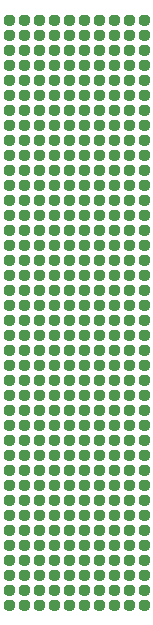
<source format=gbr>
G04 #@! TF.FileFunction,Paste,Top*
%FSLAX46Y46*%
G04 Gerber Fmt 4.6, Leading zero omitted, Abs format (unit mm)*
G04 Created by KiCad (PCBNEW 4.0.4-snap1-stable) date Wed Apr 29 16:08:13 2020*
%MOMM*%
%LPD*%
G01*
G04 APERTURE LIST*
%ADD10C,0.100000*%
%ADD11C,0.001000*%
%ADD12C,0.640000*%
G04 APERTURE END LIST*
D10*
D11*
G36*
X136512500Y-65535000D02*
X136512500Y-65090000D01*
X136490530Y-65090600D01*
X136467370Y-65092400D01*
X136444330Y-65095500D01*
X136421490Y-65099700D01*
X136398900Y-65105100D01*
X136376620Y-65111700D01*
X136354720Y-65119500D01*
X136333260Y-65128400D01*
X136312290Y-65138400D01*
X136291870Y-65149400D01*
X136272070Y-65161600D01*
X136252920Y-65174700D01*
X136234490Y-65188900D01*
X136216820Y-65204000D01*
X136199970Y-65220000D01*
X136183980Y-65236800D01*
X136168890Y-65254500D01*
X136154750Y-65272900D01*
X136141590Y-65292100D01*
X136129450Y-65311900D01*
X136118360Y-65332300D01*
X136108360Y-65353300D01*
X136099470Y-65374700D01*
X136091720Y-65396600D01*
X136085120Y-65418900D01*
X136079700Y-65441500D01*
X136075460Y-65464300D01*
X136072430Y-65487400D01*
X136070610Y-65510500D01*
X136070000Y-65535000D01*
X136070610Y-65558300D01*
X136072440Y-65581500D01*
X136075480Y-65604600D01*
X136079720Y-65627500D01*
X136085160Y-65650200D01*
X136091780Y-65672500D01*
X136099560Y-65694500D01*
X136108470Y-65716000D01*
X136118500Y-65737000D01*
X136129620Y-65757500D01*
X136141790Y-65777400D01*
X136154990Y-65796600D01*
X136169170Y-65815000D01*
X136184300Y-65832800D01*
X136200340Y-65849700D01*
X136217240Y-65865700D01*
X136234950Y-65880800D01*
X136253440Y-65895000D01*
X136272640Y-65908200D01*
X136292500Y-65920400D01*
X136312970Y-65931500D01*
X136334000Y-65941500D01*
X136355530Y-65950400D01*
X136377490Y-65958200D01*
X136399830Y-65964800D01*
X136422480Y-65970300D01*
X136445390Y-65974500D01*
X136468480Y-65977600D01*
X136491710Y-65979400D01*
X136515000Y-65980000D01*
X136538290Y-65979400D01*
X136561520Y-65977600D01*
X136584610Y-65974500D01*
X136607520Y-65970300D01*
X136630170Y-65964800D01*
X136652510Y-65958200D01*
X136674470Y-65950400D01*
X136696000Y-65941500D01*
X136717030Y-65931500D01*
X136737500Y-65920400D01*
X136757360Y-65908200D01*
X136776560Y-65895000D01*
X136795050Y-65880800D01*
X136812760Y-65865700D01*
X136829660Y-65849700D01*
X136845700Y-65832800D01*
X136860830Y-65815000D01*
X136875010Y-65796600D01*
X136888210Y-65777400D01*
X136900380Y-65757500D01*
X136911500Y-65737000D01*
X136921530Y-65716000D01*
X136930440Y-65694500D01*
X136938220Y-65672500D01*
X136944840Y-65650200D01*
X136950280Y-65627500D01*
X136954520Y-65604600D01*
X136957560Y-65581500D01*
X136959390Y-65558300D01*
X136960000Y-65535000D01*
X136959390Y-65510500D01*
X136957570Y-65487400D01*
X136954540Y-65464300D01*
X136950300Y-65441500D01*
X136944880Y-65418900D01*
X136938280Y-65396600D01*
X136930530Y-65374700D01*
X136921640Y-65353300D01*
X136911640Y-65332300D01*
X136900550Y-65311900D01*
X136888410Y-65292100D01*
X136875250Y-65272900D01*
X136861110Y-65254500D01*
X136846020Y-65236800D01*
X136830030Y-65220000D01*
X136813180Y-65204000D01*
X136795510Y-65188900D01*
X136777080Y-65174700D01*
X136757930Y-65161600D01*
X136738130Y-65149400D01*
X136717710Y-65138400D01*
X136696740Y-65128400D01*
X136675280Y-65119500D01*
X136653380Y-65111700D01*
X136631100Y-65105100D01*
X136608510Y-65099700D01*
X136585670Y-65095500D01*
X136562630Y-65092400D01*
X136539470Y-65090600D01*
X136517500Y-65090000D01*
X136517500Y-65535000D01*
X136512500Y-65535000D01*
G37*
X136512500Y-65535000D02*
X136512500Y-65090000D01*
X136490530Y-65090600D01*
X136467370Y-65092400D01*
X136444330Y-65095500D01*
X136421490Y-65099700D01*
X136398900Y-65105100D01*
X136376620Y-65111700D01*
X136354720Y-65119500D01*
X136333260Y-65128400D01*
X136312290Y-65138400D01*
X136291870Y-65149400D01*
X136272070Y-65161600D01*
X136252920Y-65174700D01*
X136234490Y-65188900D01*
X136216820Y-65204000D01*
X136199970Y-65220000D01*
X136183980Y-65236800D01*
X136168890Y-65254500D01*
X136154750Y-65272900D01*
X136141590Y-65292100D01*
X136129450Y-65311900D01*
X136118360Y-65332300D01*
X136108360Y-65353300D01*
X136099470Y-65374700D01*
X136091720Y-65396600D01*
X136085120Y-65418900D01*
X136079700Y-65441500D01*
X136075460Y-65464300D01*
X136072430Y-65487400D01*
X136070610Y-65510500D01*
X136070000Y-65535000D01*
X136070610Y-65558300D01*
X136072440Y-65581500D01*
X136075480Y-65604600D01*
X136079720Y-65627500D01*
X136085160Y-65650200D01*
X136091780Y-65672500D01*
X136099560Y-65694500D01*
X136108470Y-65716000D01*
X136118500Y-65737000D01*
X136129620Y-65757500D01*
X136141790Y-65777400D01*
X136154990Y-65796600D01*
X136169170Y-65815000D01*
X136184300Y-65832800D01*
X136200340Y-65849700D01*
X136217240Y-65865700D01*
X136234950Y-65880800D01*
X136253440Y-65895000D01*
X136272640Y-65908200D01*
X136292500Y-65920400D01*
X136312970Y-65931500D01*
X136334000Y-65941500D01*
X136355530Y-65950400D01*
X136377490Y-65958200D01*
X136399830Y-65964800D01*
X136422480Y-65970300D01*
X136445390Y-65974500D01*
X136468480Y-65977600D01*
X136491710Y-65979400D01*
X136515000Y-65980000D01*
X136538290Y-65979400D01*
X136561520Y-65977600D01*
X136584610Y-65974500D01*
X136607520Y-65970300D01*
X136630170Y-65964800D01*
X136652510Y-65958200D01*
X136674470Y-65950400D01*
X136696000Y-65941500D01*
X136717030Y-65931500D01*
X136737500Y-65920400D01*
X136757360Y-65908200D01*
X136776560Y-65895000D01*
X136795050Y-65880800D01*
X136812760Y-65865700D01*
X136829660Y-65849700D01*
X136845700Y-65832800D01*
X136860830Y-65815000D01*
X136875010Y-65796600D01*
X136888210Y-65777400D01*
X136900380Y-65757500D01*
X136911500Y-65737000D01*
X136921530Y-65716000D01*
X136930440Y-65694500D01*
X136938220Y-65672500D01*
X136944840Y-65650200D01*
X136950280Y-65627500D01*
X136954520Y-65604600D01*
X136957560Y-65581500D01*
X136959390Y-65558300D01*
X136960000Y-65535000D01*
X136959390Y-65510500D01*
X136957570Y-65487400D01*
X136954540Y-65464300D01*
X136950300Y-65441500D01*
X136944880Y-65418900D01*
X136938280Y-65396600D01*
X136930530Y-65374700D01*
X136921640Y-65353300D01*
X136911640Y-65332300D01*
X136900550Y-65311900D01*
X136888410Y-65292100D01*
X136875250Y-65272900D01*
X136861110Y-65254500D01*
X136846020Y-65236800D01*
X136830030Y-65220000D01*
X136813180Y-65204000D01*
X136795510Y-65188900D01*
X136777080Y-65174700D01*
X136757930Y-65161600D01*
X136738130Y-65149400D01*
X136717710Y-65138400D01*
X136696740Y-65128400D01*
X136675280Y-65119500D01*
X136653380Y-65111700D01*
X136631100Y-65105100D01*
X136608510Y-65099700D01*
X136585670Y-65095500D01*
X136562630Y-65092400D01*
X136539470Y-65090600D01*
X136517500Y-65090000D01*
X136517500Y-65535000D01*
X136512500Y-65535000D01*
G36*
X135242500Y-65535000D02*
X135242500Y-65090000D01*
X135220530Y-65090600D01*
X135197370Y-65092400D01*
X135174330Y-65095500D01*
X135151490Y-65099700D01*
X135128900Y-65105100D01*
X135106620Y-65111700D01*
X135084720Y-65119500D01*
X135063260Y-65128400D01*
X135042290Y-65138400D01*
X135021870Y-65149400D01*
X135002070Y-65161600D01*
X134982920Y-65174700D01*
X134964490Y-65188900D01*
X134946820Y-65204000D01*
X134929970Y-65220000D01*
X134913980Y-65236800D01*
X134898890Y-65254500D01*
X134884750Y-65272900D01*
X134871590Y-65292100D01*
X134859450Y-65311900D01*
X134848360Y-65332300D01*
X134838360Y-65353300D01*
X134829470Y-65374700D01*
X134821720Y-65396600D01*
X134815120Y-65418900D01*
X134809700Y-65441500D01*
X134805460Y-65464300D01*
X134802430Y-65487400D01*
X134800610Y-65510500D01*
X134800000Y-65535000D01*
X134800610Y-65558300D01*
X134802440Y-65581500D01*
X134805480Y-65604600D01*
X134809720Y-65627500D01*
X134815160Y-65650200D01*
X134821780Y-65672500D01*
X134829560Y-65694500D01*
X134838470Y-65716000D01*
X134848500Y-65737000D01*
X134859620Y-65757500D01*
X134871790Y-65777400D01*
X134884990Y-65796600D01*
X134899170Y-65815000D01*
X134914300Y-65832800D01*
X134930340Y-65849700D01*
X134947240Y-65865700D01*
X134964950Y-65880800D01*
X134983440Y-65895000D01*
X135002640Y-65908200D01*
X135022500Y-65920400D01*
X135042970Y-65931500D01*
X135064000Y-65941500D01*
X135085530Y-65950400D01*
X135107490Y-65958200D01*
X135129830Y-65964800D01*
X135152480Y-65970300D01*
X135175390Y-65974500D01*
X135198480Y-65977600D01*
X135221710Y-65979400D01*
X135245000Y-65980000D01*
X135268290Y-65979400D01*
X135291520Y-65977600D01*
X135314610Y-65974500D01*
X135337520Y-65970300D01*
X135360170Y-65964800D01*
X135382510Y-65958200D01*
X135404470Y-65950400D01*
X135426000Y-65941500D01*
X135447030Y-65931500D01*
X135467500Y-65920400D01*
X135487360Y-65908200D01*
X135506560Y-65895000D01*
X135525050Y-65880800D01*
X135542760Y-65865700D01*
X135559660Y-65849700D01*
X135575700Y-65832800D01*
X135590830Y-65815000D01*
X135605010Y-65796600D01*
X135618210Y-65777400D01*
X135630380Y-65757500D01*
X135641500Y-65737000D01*
X135651530Y-65716000D01*
X135660440Y-65694500D01*
X135668220Y-65672500D01*
X135674840Y-65650200D01*
X135680280Y-65627500D01*
X135684520Y-65604600D01*
X135687560Y-65581500D01*
X135689390Y-65558300D01*
X135690000Y-65535000D01*
X135689390Y-65510500D01*
X135687570Y-65487400D01*
X135684540Y-65464300D01*
X135680300Y-65441500D01*
X135674880Y-65418900D01*
X135668280Y-65396600D01*
X135660530Y-65374700D01*
X135651640Y-65353300D01*
X135641640Y-65332300D01*
X135630550Y-65311900D01*
X135618410Y-65292100D01*
X135605250Y-65272900D01*
X135591110Y-65254500D01*
X135576020Y-65236800D01*
X135560030Y-65220000D01*
X135543180Y-65204000D01*
X135525510Y-65188900D01*
X135507080Y-65174700D01*
X135487930Y-65161600D01*
X135468130Y-65149400D01*
X135447710Y-65138400D01*
X135426740Y-65128400D01*
X135405280Y-65119500D01*
X135383380Y-65111700D01*
X135361100Y-65105100D01*
X135338510Y-65099700D01*
X135315670Y-65095500D01*
X135292630Y-65092400D01*
X135269470Y-65090600D01*
X135247500Y-65090000D01*
X135247500Y-65535000D01*
X135242500Y-65535000D01*
G37*
X135242500Y-65535000D02*
X135242500Y-65090000D01*
X135220530Y-65090600D01*
X135197370Y-65092400D01*
X135174330Y-65095500D01*
X135151490Y-65099700D01*
X135128900Y-65105100D01*
X135106620Y-65111700D01*
X135084720Y-65119500D01*
X135063260Y-65128400D01*
X135042290Y-65138400D01*
X135021870Y-65149400D01*
X135002070Y-65161600D01*
X134982920Y-65174700D01*
X134964490Y-65188900D01*
X134946820Y-65204000D01*
X134929970Y-65220000D01*
X134913980Y-65236800D01*
X134898890Y-65254500D01*
X134884750Y-65272900D01*
X134871590Y-65292100D01*
X134859450Y-65311900D01*
X134848360Y-65332300D01*
X134838360Y-65353300D01*
X134829470Y-65374700D01*
X134821720Y-65396600D01*
X134815120Y-65418900D01*
X134809700Y-65441500D01*
X134805460Y-65464300D01*
X134802430Y-65487400D01*
X134800610Y-65510500D01*
X134800000Y-65535000D01*
X134800610Y-65558300D01*
X134802440Y-65581500D01*
X134805480Y-65604600D01*
X134809720Y-65627500D01*
X134815160Y-65650200D01*
X134821780Y-65672500D01*
X134829560Y-65694500D01*
X134838470Y-65716000D01*
X134848500Y-65737000D01*
X134859620Y-65757500D01*
X134871790Y-65777400D01*
X134884990Y-65796600D01*
X134899170Y-65815000D01*
X134914300Y-65832800D01*
X134930340Y-65849700D01*
X134947240Y-65865700D01*
X134964950Y-65880800D01*
X134983440Y-65895000D01*
X135002640Y-65908200D01*
X135022500Y-65920400D01*
X135042970Y-65931500D01*
X135064000Y-65941500D01*
X135085530Y-65950400D01*
X135107490Y-65958200D01*
X135129830Y-65964800D01*
X135152480Y-65970300D01*
X135175390Y-65974500D01*
X135198480Y-65977600D01*
X135221710Y-65979400D01*
X135245000Y-65980000D01*
X135268290Y-65979400D01*
X135291520Y-65977600D01*
X135314610Y-65974500D01*
X135337520Y-65970300D01*
X135360170Y-65964800D01*
X135382510Y-65958200D01*
X135404470Y-65950400D01*
X135426000Y-65941500D01*
X135447030Y-65931500D01*
X135467500Y-65920400D01*
X135487360Y-65908200D01*
X135506560Y-65895000D01*
X135525050Y-65880800D01*
X135542760Y-65865700D01*
X135559660Y-65849700D01*
X135575700Y-65832800D01*
X135590830Y-65815000D01*
X135605010Y-65796600D01*
X135618210Y-65777400D01*
X135630380Y-65757500D01*
X135641500Y-65737000D01*
X135651530Y-65716000D01*
X135660440Y-65694500D01*
X135668220Y-65672500D01*
X135674840Y-65650200D01*
X135680280Y-65627500D01*
X135684520Y-65604600D01*
X135687560Y-65581500D01*
X135689390Y-65558300D01*
X135690000Y-65535000D01*
X135689390Y-65510500D01*
X135687570Y-65487400D01*
X135684540Y-65464300D01*
X135680300Y-65441500D01*
X135674880Y-65418900D01*
X135668280Y-65396600D01*
X135660530Y-65374700D01*
X135651640Y-65353300D01*
X135641640Y-65332300D01*
X135630550Y-65311900D01*
X135618410Y-65292100D01*
X135605250Y-65272900D01*
X135591110Y-65254500D01*
X135576020Y-65236800D01*
X135560030Y-65220000D01*
X135543180Y-65204000D01*
X135525510Y-65188900D01*
X135507080Y-65174700D01*
X135487930Y-65161600D01*
X135468130Y-65149400D01*
X135447710Y-65138400D01*
X135426740Y-65128400D01*
X135405280Y-65119500D01*
X135383380Y-65111700D01*
X135361100Y-65105100D01*
X135338510Y-65099700D01*
X135315670Y-65095500D01*
X135292630Y-65092400D01*
X135269470Y-65090600D01*
X135247500Y-65090000D01*
X135247500Y-65535000D01*
X135242500Y-65535000D01*
G36*
X133972500Y-65535000D02*
X133972500Y-65090000D01*
X133950530Y-65090600D01*
X133927370Y-65092400D01*
X133904330Y-65095500D01*
X133881490Y-65099700D01*
X133858900Y-65105100D01*
X133836620Y-65111700D01*
X133814720Y-65119500D01*
X133793260Y-65128400D01*
X133772290Y-65138400D01*
X133751870Y-65149400D01*
X133732070Y-65161600D01*
X133712920Y-65174700D01*
X133694490Y-65188900D01*
X133676820Y-65204000D01*
X133659970Y-65220000D01*
X133643980Y-65236800D01*
X133628890Y-65254500D01*
X133614750Y-65272900D01*
X133601590Y-65292100D01*
X133589450Y-65311900D01*
X133578360Y-65332300D01*
X133568360Y-65353300D01*
X133559470Y-65374700D01*
X133551720Y-65396600D01*
X133545120Y-65418900D01*
X133539700Y-65441500D01*
X133535460Y-65464300D01*
X133532430Y-65487400D01*
X133530610Y-65510500D01*
X133530000Y-65535000D01*
X133530610Y-65558300D01*
X133532440Y-65581500D01*
X133535480Y-65604600D01*
X133539720Y-65627500D01*
X133545160Y-65650200D01*
X133551780Y-65672500D01*
X133559560Y-65694500D01*
X133568470Y-65716000D01*
X133578500Y-65737000D01*
X133589620Y-65757500D01*
X133601790Y-65777400D01*
X133614990Y-65796600D01*
X133629170Y-65815000D01*
X133644300Y-65832800D01*
X133660340Y-65849700D01*
X133677240Y-65865700D01*
X133694950Y-65880800D01*
X133713440Y-65895000D01*
X133732640Y-65908200D01*
X133752500Y-65920400D01*
X133772970Y-65931500D01*
X133794000Y-65941500D01*
X133815530Y-65950400D01*
X133837490Y-65958200D01*
X133859830Y-65964800D01*
X133882480Y-65970300D01*
X133905390Y-65974500D01*
X133928480Y-65977600D01*
X133951710Y-65979400D01*
X133975000Y-65980000D01*
X133998290Y-65979400D01*
X134021520Y-65977600D01*
X134044610Y-65974500D01*
X134067520Y-65970300D01*
X134090170Y-65964800D01*
X134112510Y-65958200D01*
X134134470Y-65950400D01*
X134156000Y-65941500D01*
X134177030Y-65931500D01*
X134197500Y-65920400D01*
X134217360Y-65908200D01*
X134236560Y-65895000D01*
X134255050Y-65880800D01*
X134272760Y-65865700D01*
X134289660Y-65849700D01*
X134305700Y-65832800D01*
X134320830Y-65815000D01*
X134335010Y-65796600D01*
X134348210Y-65777400D01*
X134360380Y-65757500D01*
X134371500Y-65737000D01*
X134381530Y-65716000D01*
X134390440Y-65694500D01*
X134398220Y-65672500D01*
X134404840Y-65650200D01*
X134410280Y-65627500D01*
X134414520Y-65604600D01*
X134417560Y-65581500D01*
X134419390Y-65558300D01*
X134420000Y-65535000D01*
X134419390Y-65510500D01*
X134417570Y-65487400D01*
X134414540Y-65464300D01*
X134410300Y-65441500D01*
X134404880Y-65418900D01*
X134398280Y-65396600D01*
X134390530Y-65374700D01*
X134381640Y-65353300D01*
X134371640Y-65332300D01*
X134360550Y-65311900D01*
X134348410Y-65292100D01*
X134335250Y-65272900D01*
X134321110Y-65254500D01*
X134306020Y-65236800D01*
X134290030Y-65220000D01*
X134273180Y-65204000D01*
X134255510Y-65188900D01*
X134237080Y-65174700D01*
X134217930Y-65161600D01*
X134198130Y-65149400D01*
X134177710Y-65138400D01*
X134156740Y-65128400D01*
X134135280Y-65119500D01*
X134113380Y-65111700D01*
X134091100Y-65105100D01*
X134068510Y-65099700D01*
X134045670Y-65095500D01*
X134022630Y-65092400D01*
X133999470Y-65090600D01*
X133977500Y-65090000D01*
X133977500Y-65535000D01*
X133972500Y-65535000D01*
G37*
X133972500Y-65535000D02*
X133972500Y-65090000D01*
X133950530Y-65090600D01*
X133927370Y-65092400D01*
X133904330Y-65095500D01*
X133881490Y-65099700D01*
X133858900Y-65105100D01*
X133836620Y-65111700D01*
X133814720Y-65119500D01*
X133793260Y-65128400D01*
X133772290Y-65138400D01*
X133751870Y-65149400D01*
X133732070Y-65161600D01*
X133712920Y-65174700D01*
X133694490Y-65188900D01*
X133676820Y-65204000D01*
X133659970Y-65220000D01*
X133643980Y-65236800D01*
X133628890Y-65254500D01*
X133614750Y-65272900D01*
X133601590Y-65292100D01*
X133589450Y-65311900D01*
X133578360Y-65332300D01*
X133568360Y-65353300D01*
X133559470Y-65374700D01*
X133551720Y-65396600D01*
X133545120Y-65418900D01*
X133539700Y-65441500D01*
X133535460Y-65464300D01*
X133532430Y-65487400D01*
X133530610Y-65510500D01*
X133530000Y-65535000D01*
X133530610Y-65558300D01*
X133532440Y-65581500D01*
X133535480Y-65604600D01*
X133539720Y-65627500D01*
X133545160Y-65650200D01*
X133551780Y-65672500D01*
X133559560Y-65694500D01*
X133568470Y-65716000D01*
X133578500Y-65737000D01*
X133589620Y-65757500D01*
X133601790Y-65777400D01*
X133614990Y-65796600D01*
X133629170Y-65815000D01*
X133644300Y-65832800D01*
X133660340Y-65849700D01*
X133677240Y-65865700D01*
X133694950Y-65880800D01*
X133713440Y-65895000D01*
X133732640Y-65908200D01*
X133752500Y-65920400D01*
X133772970Y-65931500D01*
X133794000Y-65941500D01*
X133815530Y-65950400D01*
X133837490Y-65958200D01*
X133859830Y-65964800D01*
X133882480Y-65970300D01*
X133905390Y-65974500D01*
X133928480Y-65977600D01*
X133951710Y-65979400D01*
X133975000Y-65980000D01*
X133998290Y-65979400D01*
X134021520Y-65977600D01*
X134044610Y-65974500D01*
X134067520Y-65970300D01*
X134090170Y-65964800D01*
X134112510Y-65958200D01*
X134134470Y-65950400D01*
X134156000Y-65941500D01*
X134177030Y-65931500D01*
X134197500Y-65920400D01*
X134217360Y-65908200D01*
X134236560Y-65895000D01*
X134255050Y-65880800D01*
X134272760Y-65865700D01*
X134289660Y-65849700D01*
X134305700Y-65832800D01*
X134320830Y-65815000D01*
X134335010Y-65796600D01*
X134348210Y-65777400D01*
X134360380Y-65757500D01*
X134371500Y-65737000D01*
X134381530Y-65716000D01*
X134390440Y-65694500D01*
X134398220Y-65672500D01*
X134404840Y-65650200D01*
X134410280Y-65627500D01*
X134414520Y-65604600D01*
X134417560Y-65581500D01*
X134419390Y-65558300D01*
X134420000Y-65535000D01*
X134419390Y-65510500D01*
X134417570Y-65487400D01*
X134414540Y-65464300D01*
X134410300Y-65441500D01*
X134404880Y-65418900D01*
X134398280Y-65396600D01*
X134390530Y-65374700D01*
X134381640Y-65353300D01*
X134371640Y-65332300D01*
X134360550Y-65311900D01*
X134348410Y-65292100D01*
X134335250Y-65272900D01*
X134321110Y-65254500D01*
X134306020Y-65236800D01*
X134290030Y-65220000D01*
X134273180Y-65204000D01*
X134255510Y-65188900D01*
X134237080Y-65174700D01*
X134217930Y-65161600D01*
X134198130Y-65149400D01*
X134177710Y-65138400D01*
X134156740Y-65128400D01*
X134135280Y-65119500D01*
X134113380Y-65111700D01*
X134091100Y-65105100D01*
X134068510Y-65099700D01*
X134045670Y-65095500D01*
X134022630Y-65092400D01*
X133999470Y-65090600D01*
X133977500Y-65090000D01*
X133977500Y-65535000D01*
X133972500Y-65535000D01*
G36*
X132702500Y-65535000D02*
X132702500Y-65090000D01*
X132680530Y-65090600D01*
X132657370Y-65092400D01*
X132634330Y-65095500D01*
X132611490Y-65099700D01*
X132588900Y-65105100D01*
X132566620Y-65111700D01*
X132544720Y-65119500D01*
X132523260Y-65128400D01*
X132502290Y-65138400D01*
X132481870Y-65149400D01*
X132462070Y-65161600D01*
X132442920Y-65174700D01*
X132424490Y-65188900D01*
X132406820Y-65204000D01*
X132389970Y-65220000D01*
X132373980Y-65236800D01*
X132358890Y-65254500D01*
X132344750Y-65272900D01*
X132331590Y-65292100D01*
X132319450Y-65311900D01*
X132308360Y-65332300D01*
X132298360Y-65353300D01*
X132289470Y-65374700D01*
X132281720Y-65396600D01*
X132275120Y-65418900D01*
X132269700Y-65441500D01*
X132265460Y-65464300D01*
X132262430Y-65487400D01*
X132260610Y-65510500D01*
X132260000Y-65535000D01*
X132260610Y-65558300D01*
X132262440Y-65581500D01*
X132265480Y-65604600D01*
X132269720Y-65627500D01*
X132275160Y-65650200D01*
X132281780Y-65672500D01*
X132289560Y-65694500D01*
X132298470Y-65716000D01*
X132308500Y-65737000D01*
X132319620Y-65757500D01*
X132331790Y-65777400D01*
X132344990Y-65796600D01*
X132359170Y-65815000D01*
X132374300Y-65832800D01*
X132390340Y-65849700D01*
X132407240Y-65865700D01*
X132424950Y-65880800D01*
X132443440Y-65895000D01*
X132462640Y-65908200D01*
X132482500Y-65920400D01*
X132502970Y-65931500D01*
X132524000Y-65941500D01*
X132545530Y-65950400D01*
X132567490Y-65958200D01*
X132589830Y-65964800D01*
X132612480Y-65970300D01*
X132635390Y-65974500D01*
X132658480Y-65977600D01*
X132681710Y-65979400D01*
X132705000Y-65980000D01*
X132728290Y-65979400D01*
X132751520Y-65977600D01*
X132774610Y-65974500D01*
X132797520Y-65970300D01*
X132820170Y-65964800D01*
X132842510Y-65958200D01*
X132864470Y-65950400D01*
X132886000Y-65941500D01*
X132907030Y-65931500D01*
X132927500Y-65920400D01*
X132947360Y-65908200D01*
X132966560Y-65895000D01*
X132985050Y-65880800D01*
X133002760Y-65865700D01*
X133019660Y-65849700D01*
X133035700Y-65832800D01*
X133050830Y-65815000D01*
X133065010Y-65796600D01*
X133078210Y-65777400D01*
X133090380Y-65757500D01*
X133101500Y-65737000D01*
X133111530Y-65716000D01*
X133120440Y-65694500D01*
X133128220Y-65672500D01*
X133134840Y-65650200D01*
X133140280Y-65627500D01*
X133144520Y-65604600D01*
X133147560Y-65581500D01*
X133149390Y-65558300D01*
X133150000Y-65535000D01*
X133149390Y-65510500D01*
X133147570Y-65487400D01*
X133144540Y-65464300D01*
X133140300Y-65441500D01*
X133134880Y-65418900D01*
X133128280Y-65396600D01*
X133120530Y-65374700D01*
X133111640Y-65353300D01*
X133101640Y-65332300D01*
X133090550Y-65311900D01*
X133078410Y-65292100D01*
X133065250Y-65272900D01*
X133051110Y-65254500D01*
X133036020Y-65236800D01*
X133020030Y-65220000D01*
X133003180Y-65204000D01*
X132985510Y-65188900D01*
X132967080Y-65174700D01*
X132947930Y-65161600D01*
X132928130Y-65149400D01*
X132907710Y-65138400D01*
X132886740Y-65128400D01*
X132865280Y-65119500D01*
X132843380Y-65111700D01*
X132821100Y-65105100D01*
X132798510Y-65099700D01*
X132775670Y-65095500D01*
X132752630Y-65092400D01*
X132729470Y-65090600D01*
X132707500Y-65090000D01*
X132707500Y-65535000D01*
X132702500Y-65535000D01*
G37*
X132702500Y-65535000D02*
X132702500Y-65090000D01*
X132680530Y-65090600D01*
X132657370Y-65092400D01*
X132634330Y-65095500D01*
X132611490Y-65099700D01*
X132588900Y-65105100D01*
X132566620Y-65111700D01*
X132544720Y-65119500D01*
X132523260Y-65128400D01*
X132502290Y-65138400D01*
X132481870Y-65149400D01*
X132462070Y-65161600D01*
X132442920Y-65174700D01*
X132424490Y-65188900D01*
X132406820Y-65204000D01*
X132389970Y-65220000D01*
X132373980Y-65236800D01*
X132358890Y-65254500D01*
X132344750Y-65272900D01*
X132331590Y-65292100D01*
X132319450Y-65311900D01*
X132308360Y-65332300D01*
X132298360Y-65353300D01*
X132289470Y-65374700D01*
X132281720Y-65396600D01*
X132275120Y-65418900D01*
X132269700Y-65441500D01*
X132265460Y-65464300D01*
X132262430Y-65487400D01*
X132260610Y-65510500D01*
X132260000Y-65535000D01*
X132260610Y-65558300D01*
X132262440Y-65581500D01*
X132265480Y-65604600D01*
X132269720Y-65627500D01*
X132275160Y-65650200D01*
X132281780Y-65672500D01*
X132289560Y-65694500D01*
X132298470Y-65716000D01*
X132308500Y-65737000D01*
X132319620Y-65757500D01*
X132331790Y-65777400D01*
X132344990Y-65796600D01*
X132359170Y-65815000D01*
X132374300Y-65832800D01*
X132390340Y-65849700D01*
X132407240Y-65865700D01*
X132424950Y-65880800D01*
X132443440Y-65895000D01*
X132462640Y-65908200D01*
X132482500Y-65920400D01*
X132502970Y-65931500D01*
X132524000Y-65941500D01*
X132545530Y-65950400D01*
X132567490Y-65958200D01*
X132589830Y-65964800D01*
X132612480Y-65970300D01*
X132635390Y-65974500D01*
X132658480Y-65977600D01*
X132681710Y-65979400D01*
X132705000Y-65980000D01*
X132728290Y-65979400D01*
X132751520Y-65977600D01*
X132774610Y-65974500D01*
X132797520Y-65970300D01*
X132820170Y-65964800D01*
X132842510Y-65958200D01*
X132864470Y-65950400D01*
X132886000Y-65941500D01*
X132907030Y-65931500D01*
X132927500Y-65920400D01*
X132947360Y-65908200D01*
X132966560Y-65895000D01*
X132985050Y-65880800D01*
X133002760Y-65865700D01*
X133019660Y-65849700D01*
X133035700Y-65832800D01*
X133050830Y-65815000D01*
X133065010Y-65796600D01*
X133078210Y-65777400D01*
X133090380Y-65757500D01*
X133101500Y-65737000D01*
X133111530Y-65716000D01*
X133120440Y-65694500D01*
X133128220Y-65672500D01*
X133134840Y-65650200D01*
X133140280Y-65627500D01*
X133144520Y-65604600D01*
X133147560Y-65581500D01*
X133149390Y-65558300D01*
X133150000Y-65535000D01*
X133149390Y-65510500D01*
X133147570Y-65487400D01*
X133144540Y-65464300D01*
X133140300Y-65441500D01*
X133134880Y-65418900D01*
X133128280Y-65396600D01*
X133120530Y-65374700D01*
X133111640Y-65353300D01*
X133101640Y-65332300D01*
X133090550Y-65311900D01*
X133078410Y-65292100D01*
X133065250Y-65272900D01*
X133051110Y-65254500D01*
X133036020Y-65236800D01*
X133020030Y-65220000D01*
X133003180Y-65204000D01*
X132985510Y-65188900D01*
X132967080Y-65174700D01*
X132947930Y-65161600D01*
X132928130Y-65149400D01*
X132907710Y-65138400D01*
X132886740Y-65128400D01*
X132865280Y-65119500D01*
X132843380Y-65111700D01*
X132821100Y-65105100D01*
X132798510Y-65099700D01*
X132775670Y-65095500D01*
X132752630Y-65092400D01*
X132729470Y-65090600D01*
X132707500Y-65090000D01*
X132707500Y-65535000D01*
X132702500Y-65535000D01*
G36*
X131432500Y-65535000D02*
X131432500Y-65090000D01*
X131410526Y-65090600D01*
X131387365Y-65092400D01*
X131364332Y-65095500D01*
X131341489Y-65099700D01*
X131318899Y-65105100D01*
X131296623Y-65111700D01*
X131274724Y-65119500D01*
X131253260Y-65128400D01*
X131232291Y-65138400D01*
X131211874Y-65149400D01*
X131192065Y-65161600D01*
X131172919Y-65174700D01*
X131154488Y-65188900D01*
X131136822Y-65204000D01*
X131119970Y-65220000D01*
X131103978Y-65236800D01*
X131088890Y-65254500D01*
X131074747Y-65272900D01*
X131061588Y-65292100D01*
X131049450Y-65311900D01*
X131038364Y-65332300D01*
X131028363Y-65353300D01*
X131019472Y-65374700D01*
X131011717Y-65396600D01*
X131005119Y-65418900D01*
X130999695Y-65441500D01*
X130995462Y-65464300D01*
X130992429Y-65487400D01*
X130990606Y-65510500D01*
X130990000Y-65535000D01*
X130990610Y-65558300D01*
X130992438Y-65581500D01*
X130995479Y-65604600D01*
X130999724Y-65627500D01*
X131005163Y-65650200D01*
X131011780Y-65672500D01*
X131019557Y-65694500D01*
X131028472Y-65716000D01*
X131038502Y-65737000D01*
X131049619Y-65757500D01*
X131061792Y-65777400D01*
X131074987Y-65796600D01*
X131089170Y-65815000D01*
X131104301Y-65832800D01*
X131120337Y-65849700D01*
X131137237Y-65865700D01*
X131154952Y-65880800D01*
X131173436Y-65895000D01*
X131192636Y-65908200D01*
X131212500Y-65920400D01*
X131232974Y-65931500D01*
X131254002Y-65941500D01*
X131275526Y-65950400D01*
X131297487Y-65958200D01*
X131319826Y-65964800D01*
X131342479Y-65970300D01*
X131365387Y-65974500D01*
X131388485Y-65977600D01*
X131411710Y-65979400D01*
X131435000Y-65980000D01*
X131458290Y-65979400D01*
X131481515Y-65977600D01*
X131504613Y-65974500D01*
X131527521Y-65970300D01*
X131550174Y-65964800D01*
X131572513Y-65958200D01*
X131594474Y-65950400D01*
X131615998Y-65941500D01*
X131637026Y-65931500D01*
X131657500Y-65920400D01*
X131677364Y-65908200D01*
X131696564Y-65895000D01*
X131715048Y-65880800D01*
X131732763Y-65865700D01*
X131749663Y-65849700D01*
X131765699Y-65832800D01*
X131780830Y-65815000D01*
X131795013Y-65796600D01*
X131808210Y-65777400D01*
X131820380Y-65757500D01*
X131831500Y-65737000D01*
X131841530Y-65716000D01*
X131850440Y-65694500D01*
X131858220Y-65672500D01*
X131864840Y-65650200D01*
X131870280Y-65627500D01*
X131874520Y-65604600D01*
X131877560Y-65581500D01*
X131879390Y-65558300D01*
X131880000Y-65535000D01*
X131879390Y-65510500D01*
X131877570Y-65487400D01*
X131874540Y-65464300D01*
X131870300Y-65441500D01*
X131864880Y-65418900D01*
X131858280Y-65396600D01*
X131850530Y-65374700D01*
X131841640Y-65353300D01*
X131831640Y-65332300D01*
X131820550Y-65311900D01*
X131808410Y-65292100D01*
X131795253Y-65272900D01*
X131781110Y-65254500D01*
X131766022Y-65236800D01*
X131750030Y-65220000D01*
X131733178Y-65204000D01*
X131715512Y-65188900D01*
X131697081Y-65174700D01*
X131677935Y-65161600D01*
X131658126Y-65149400D01*
X131637709Y-65138400D01*
X131616740Y-65128400D01*
X131595276Y-65119500D01*
X131573377Y-65111700D01*
X131551101Y-65105100D01*
X131528511Y-65099700D01*
X131505668Y-65095500D01*
X131482635Y-65092400D01*
X131459474Y-65090600D01*
X131437500Y-65090000D01*
X131437500Y-65535000D01*
X131432500Y-65535000D01*
G37*
X131432500Y-65535000D02*
X131432500Y-65090000D01*
X131410526Y-65090600D01*
X131387365Y-65092400D01*
X131364332Y-65095500D01*
X131341489Y-65099700D01*
X131318899Y-65105100D01*
X131296623Y-65111700D01*
X131274724Y-65119500D01*
X131253260Y-65128400D01*
X131232291Y-65138400D01*
X131211874Y-65149400D01*
X131192065Y-65161600D01*
X131172919Y-65174700D01*
X131154488Y-65188900D01*
X131136822Y-65204000D01*
X131119970Y-65220000D01*
X131103978Y-65236800D01*
X131088890Y-65254500D01*
X131074747Y-65272900D01*
X131061588Y-65292100D01*
X131049450Y-65311900D01*
X131038364Y-65332300D01*
X131028363Y-65353300D01*
X131019472Y-65374700D01*
X131011717Y-65396600D01*
X131005119Y-65418900D01*
X130999695Y-65441500D01*
X130995462Y-65464300D01*
X130992429Y-65487400D01*
X130990606Y-65510500D01*
X130990000Y-65535000D01*
X130990610Y-65558300D01*
X130992438Y-65581500D01*
X130995479Y-65604600D01*
X130999724Y-65627500D01*
X131005163Y-65650200D01*
X131011780Y-65672500D01*
X131019557Y-65694500D01*
X131028472Y-65716000D01*
X131038502Y-65737000D01*
X131049619Y-65757500D01*
X131061792Y-65777400D01*
X131074987Y-65796600D01*
X131089170Y-65815000D01*
X131104301Y-65832800D01*
X131120337Y-65849700D01*
X131137237Y-65865700D01*
X131154952Y-65880800D01*
X131173436Y-65895000D01*
X131192636Y-65908200D01*
X131212500Y-65920400D01*
X131232974Y-65931500D01*
X131254002Y-65941500D01*
X131275526Y-65950400D01*
X131297487Y-65958200D01*
X131319826Y-65964800D01*
X131342479Y-65970300D01*
X131365387Y-65974500D01*
X131388485Y-65977600D01*
X131411710Y-65979400D01*
X131435000Y-65980000D01*
X131458290Y-65979400D01*
X131481515Y-65977600D01*
X131504613Y-65974500D01*
X131527521Y-65970300D01*
X131550174Y-65964800D01*
X131572513Y-65958200D01*
X131594474Y-65950400D01*
X131615998Y-65941500D01*
X131637026Y-65931500D01*
X131657500Y-65920400D01*
X131677364Y-65908200D01*
X131696564Y-65895000D01*
X131715048Y-65880800D01*
X131732763Y-65865700D01*
X131749663Y-65849700D01*
X131765699Y-65832800D01*
X131780830Y-65815000D01*
X131795013Y-65796600D01*
X131808210Y-65777400D01*
X131820380Y-65757500D01*
X131831500Y-65737000D01*
X131841530Y-65716000D01*
X131850440Y-65694500D01*
X131858220Y-65672500D01*
X131864840Y-65650200D01*
X131870280Y-65627500D01*
X131874520Y-65604600D01*
X131877560Y-65581500D01*
X131879390Y-65558300D01*
X131880000Y-65535000D01*
X131879390Y-65510500D01*
X131877570Y-65487400D01*
X131874540Y-65464300D01*
X131870300Y-65441500D01*
X131864880Y-65418900D01*
X131858280Y-65396600D01*
X131850530Y-65374700D01*
X131841640Y-65353300D01*
X131831640Y-65332300D01*
X131820550Y-65311900D01*
X131808410Y-65292100D01*
X131795253Y-65272900D01*
X131781110Y-65254500D01*
X131766022Y-65236800D01*
X131750030Y-65220000D01*
X131733178Y-65204000D01*
X131715512Y-65188900D01*
X131697081Y-65174700D01*
X131677935Y-65161600D01*
X131658126Y-65149400D01*
X131637709Y-65138400D01*
X131616740Y-65128400D01*
X131595276Y-65119500D01*
X131573377Y-65111700D01*
X131551101Y-65105100D01*
X131528511Y-65099700D01*
X131505668Y-65095500D01*
X131482635Y-65092400D01*
X131459474Y-65090600D01*
X131437500Y-65090000D01*
X131437500Y-65535000D01*
X131432500Y-65535000D01*
G36*
X130162500Y-65535000D02*
X130162500Y-65090000D01*
X130140526Y-65090600D01*
X130117365Y-65092400D01*
X130094332Y-65095500D01*
X130071489Y-65099700D01*
X130048899Y-65105100D01*
X130026623Y-65111700D01*
X130004724Y-65119500D01*
X129983260Y-65128400D01*
X129962291Y-65138400D01*
X129941874Y-65149400D01*
X129922065Y-65161600D01*
X129902919Y-65174700D01*
X129884488Y-65188900D01*
X129866822Y-65204000D01*
X129849970Y-65220000D01*
X129833978Y-65236800D01*
X129818890Y-65254500D01*
X129804747Y-65272900D01*
X129791590Y-65292100D01*
X129779450Y-65311900D01*
X129768360Y-65332300D01*
X129758360Y-65353300D01*
X129749470Y-65374700D01*
X129741720Y-65396600D01*
X129735120Y-65418900D01*
X129729700Y-65441500D01*
X129725460Y-65464300D01*
X129722430Y-65487400D01*
X129720610Y-65510500D01*
X129720000Y-65535000D01*
X129720610Y-65558300D01*
X129722440Y-65581500D01*
X129725480Y-65604600D01*
X129729720Y-65627500D01*
X129735160Y-65650200D01*
X129741780Y-65672500D01*
X129749560Y-65694500D01*
X129758470Y-65716000D01*
X129768500Y-65737000D01*
X129779620Y-65757500D01*
X129791790Y-65777400D01*
X129804987Y-65796600D01*
X129819170Y-65815000D01*
X129834301Y-65832800D01*
X129850337Y-65849700D01*
X129867237Y-65865700D01*
X129884952Y-65880800D01*
X129903436Y-65895000D01*
X129922636Y-65908200D01*
X129942500Y-65920400D01*
X129962974Y-65931500D01*
X129984002Y-65941500D01*
X130005526Y-65950400D01*
X130027487Y-65958200D01*
X130049826Y-65964800D01*
X130072479Y-65970300D01*
X130095387Y-65974500D01*
X130118485Y-65977600D01*
X130141710Y-65979400D01*
X130165000Y-65980000D01*
X130188290Y-65979400D01*
X130211515Y-65977600D01*
X130234613Y-65974500D01*
X130257521Y-65970300D01*
X130280174Y-65964800D01*
X130302513Y-65958200D01*
X130324474Y-65950400D01*
X130345998Y-65941500D01*
X130367026Y-65931500D01*
X130387500Y-65920400D01*
X130407364Y-65908200D01*
X130426564Y-65895000D01*
X130445048Y-65880800D01*
X130462763Y-65865700D01*
X130479663Y-65849700D01*
X130495699Y-65832800D01*
X130510830Y-65815000D01*
X130525013Y-65796600D01*
X130538208Y-65777400D01*
X130550381Y-65757500D01*
X130561498Y-65737000D01*
X130571528Y-65716000D01*
X130580443Y-65694500D01*
X130588220Y-65672500D01*
X130594837Y-65650200D01*
X130600276Y-65627500D01*
X130604521Y-65604600D01*
X130607562Y-65581500D01*
X130609390Y-65558300D01*
X130610000Y-65535000D01*
X130609394Y-65510500D01*
X130607571Y-65487400D01*
X130604538Y-65464300D01*
X130600305Y-65441500D01*
X130594881Y-65418900D01*
X130588283Y-65396600D01*
X130580528Y-65374700D01*
X130571637Y-65353300D01*
X130561636Y-65332300D01*
X130550550Y-65311900D01*
X130538412Y-65292100D01*
X130525253Y-65272900D01*
X130511110Y-65254500D01*
X130496022Y-65236800D01*
X130480030Y-65220000D01*
X130463178Y-65204000D01*
X130445512Y-65188900D01*
X130427081Y-65174700D01*
X130407935Y-65161600D01*
X130388126Y-65149400D01*
X130367709Y-65138400D01*
X130346740Y-65128400D01*
X130325276Y-65119500D01*
X130303377Y-65111700D01*
X130281101Y-65105100D01*
X130258511Y-65099700D01*
X130235668Y-65095500D01*
X130212635Y-65092400D01*
X130189474Y-65090600D01*
X130167500Y-65090000D01*
X130167500Y-65535000D01*
X130162500Y-65535000D01*
G37*
X130162500Y-65535000D02*
X130162500Y-65090000D01*
X130140526Y-65090600D01*
X130117365Y-65092400D01*
X130094332Y-65095500D01*
X130071489Y-65099700D01*
X130048899Y-65105100D01*
X130026623Y-65111700D01*
X130004724Y-65119500D01*
X129983260Y-65128400D01*
X129962291Y-65138400D01*
X129941874Y-65149400D01*
X129922065Y-65161600D01*
X129902919Y-65174700D01*
X129884488Y-65188900D01*
X129866822Y-65204000D01*
X129849970Y-65220000D01*
X129833978Y-65236800D01*
X129818890Y-65254500D01*
X129804747Y-65272900D01*
X129791590Y-65292100D01*
X129779450Y-65311900D01*
X129768360Y-65332300D01*
X129758360Y-65353300D01*
X129749470Y-65374700D01*
X129741720Y-65396600D01*
X129735120Y-65418900D01*
X129729700Y-65441500D01*
X129725460Y-65464300D01*
X129722430Y-65487400D01*
X129720610Y-65510500D01*
X129720000Y-65535000D01*
X129720610Y-65558300D01*
X129722440Y-65581500D01*
X129725480Y-65604600D01*
X129729720Y-65627500D01*
X129735160Y-65650200D01*
X129741780Y-65672500D01*
X129749560Y-65694500D01*
X129758470Y-65716000D01*
X129768500Y-65737000D01*
X129779620Y-65757500D01*
X129791790Y-65777400D01*
X129804987Y-65796600D01*
X129819170Y-65815000D01*
X129834301Y-65832800D01*
X129850337Y-65849700D01*
X129867237Y-65865700D01*
X129884952Y-65880800D01*
X129903436Y-65895000D01*
X129922636Y-65908200D01*
X129942500Y-65920400D01*
X129962974Y-65931500D01*
X129984002Y-65941500D01*
X130005526Y-65950400D01*
X130027487Y-65958200D01*
X130049826Y-65964800D01*
X130072479Y-65970300D01*
X130095387Y-65974500D01*
X130118485Y-65977600D01*
X130141710Y-65979400D01*
X130165000Y-65980000D01*
X130188290Y-65979400D01*
X130211515Y-65977600D01*
X130234613Y-65974500D01*
X130257521Y-65970300D01*
X130280174Y-65964800D01*
X130302513Y-65958200D01*
X130324474Y-65950400D01*
X130345998Y-65941500D01*
X130367026Y-65931500D01*
X130387500Y-65920400D01*
X130407364Y-65908200D01*
X130426564Y-65895000D01*
X130445048Y-65880800D01*
X130462763Y-65865700D01*
X130479663Y-65849700D01*
X130495699Y-65832800D01*
X130510830Y-65815000D01*
X130525013Y-65796600D01*
X130538208Y-65777400D01*
X130550381Y-65757500D01*
X130561498Y-65737000D01*
X130571528Y-65716000D01*
X130580443Y-65694500D01*
X130588220Y-65672500D01*
X130594837Y-65650200D01*
X130600276Y-65627500D01*
X130604521Y-65604600D01*
X130607562Y-65581500D01*
X130609390Y-65558300D01*
X130610000Y-65535000D01*
X130609394Y-65510500D01*
X130607571Y-65487400D01*
X130604538Y-65464300D01*
X130600305Y-65441500D01*
X130594881Y-65418900D01*
X130588283Y-65396600D01*
X130580528Y-65374700D01*
X130571637Y-65353300D01*
X130561636Y-65332300D01*
X130550550Y-65311900D01*
X130538412Y-65292100D01*
X130525253Y-65272900D01*
X130511110Y-65254500D01*
X130496022Y-65236800D01*
X130480030Y-65220000D01*
X130463178Y-65204000D01*
X130445512Y-65188900D01*
X130427081Y-65174700D01*
X130407935Y-65161600D01*
X130388126Y-65149400D01*
X130367709Y-65138400D01*
X130346740Y-65128400D01*
X130325276Y-65119500D01*
X130303377Y-65111700D01*
X130281101Y-65105100D01*
X130258511Y-65099700D01*
X130235668Y-65095500D01*
X130212635Y-65092400D01*
X130189474Y-65090600D01*
X130167500Y-65090000D01*
X130167500Y-65535000D01*
X130162500Y-65535000D01*
G36*
X128892500Y-65535000D02*
X128892500Y-65090000D01*
X128870530Y-65090600D01*
X128847370Y-65092400D01*
X128824330Y-65095500D01*
X128801490Y-65099700D01*
X128778900Y-65105100D01*
X128756620Y-65111700D01*
X128734720Y-65119500D01*
X128713260Y-65128400D01*
X128692290Y-65138400D01*
X128671870Y-65149400D01*
X128652070Y-65161600D01*
X128632920Y-65174700D01*
X128614490Y-65188900D01*
X128596820Y-65204000D01*
X128579970Y-65220000D01*
X128563980Y-65236800D01*
X128548890Y-65254500D01*
X128534750Y-65272900D01*
X128521590Y-65292100D01*
X128509450Y-65311900D01*
X128498360Y-65332300D01*
X128488360Y-65353300D01*
X128479470Y-65374700D01*
X128471720Y-65396600D01*
X128465120Y-65418900D01*
X128459700Y-65441500D01*
X128455460Y-65464300D01*
X128452430Y-65487400D01*
X128450610Y-65510500D01*
X128450000Y-65535000D01*
X128450610Y-65558300D01*
X128452440Y-65581500D01*
X128455480Y-65604600D01*
X128459720Y-65627500D01*
X128465160Y-65650200D01*
X128471780Y-65672500D01*
X128479560Y-65694500D01*
X128488470Y-65716000D01*
X128498500Y-65737000D01*
X128509620Y-65757500D01*
X128521790Y-65777400D01*
X128534990Y-65796600D01*
X128549170Y-65815000D01*
X128564300Y-65832800D01*
X128580340Y-65849700D01*
X128597240Y-65865700D01*
X128614950Y-65880800D01*
X128633440Y-65895000D01*
X128652640Y-65908200D01*
X128672500Y-65920400D01*
X128692970Y-65931500D01*
X128714000Y-65941500D01*
X128735530Y-65950400D01*
X128757490Y-65958200D01*
X128779830Y-65964800D01*
X128802480Y-65970300D01*
X128825390Y-65974500D01*
X128848480Y-65977600D01*
X128871710Y-65979400D01*
X128895000Y-65980000D01*
X128918290Y-65979400D01*
X128941520Y-65977600D01*
X128964610Y-65974500D01*
X128987520Y-65970300D01*
X129010170Y-65964800D01*
X129032510Y-65958200D01*
X129054470Y-65950400D01*
X129076000Y-65941500D01*
X129097030Y-65931500D01*
X129117500Y-65920400D01*
X129137360Y-65908200D01*
X129156560Y-65895000D01*
X129175050Y-65880800D01*
X129192760Y-65865700D01*
X129209660Y-65849700D01*
X129225700Y-65832800D01*
X129240830Y-65815000D01*
X129255010Y-65796600D01*
X129268210Y-65777400D01*
X129280380Y-65757500D01*
X129291500Y-65737000D01*
X129301530Y-65716000D01*
X129310440Y-65694500D01*
X129318220Y-65672500D01*
X129324840Y-65650200D01*
X129330280Y-65627500D01*
X129334520Y-65604600D01*
X129337560Y-65581500D01*
X129339390Y-65558300D01*
X129340000Y-65535000D01*
X129339390Y-65510500D01*
X129337570Y-65487400D01*
X129334540Y-65464300D01*
X129330300Y-65441500D01*
X129324880Y-65418900D01*
X129318280Y-65396600D01*
X129310530Y-65374700D01*
X129301640Y-65353300D01*
X129291640Y-65332300D01*
X129280550Y-65311900D01*
X129268410Y-65292100D01*
X129255250Y-65272900D01*
X129241110Y-65254500D01*
X129226020Y-65236800D01*
X129210030Y-65220000D01*
X129193180Y-65204000D01*
X129175510Y-65188900D01*
X129157080Y-65174700D01*
X129137930Y-65161600D01*
X129118130Y-65149400D01*
X129097710Y-65138400D01*
X129076740Y-65128400D01*
X129055280Y-65119500D01*
X129033380Y-65111700D01*
X129011100Y-65105100D01*
X128988510Y-65099700D01*
X128965670Y-65095500D01*
X128942630Y-65092400D01*
X128919470Y-65090600D01*
X128897500Y-65090000D01*
X128897500Y-65535000D01*
X128892500Y-65535000D01*
G37*
X128892500Y-65535000D02*
X128892500Y-65090000D01*
X128870530Y-65090600D01*
X128847370Y-65092400D01*
X128824330Y-65095500D01*
X128801490Y-65099700D01*
X128778900Y-65105100D01*
X128756620Y-65111700D01*
X128734720Y-65119500D01*
X128713260Y-65128400D01*
X128692290Y-65138400D01*
X128671870Y-65149400D01*
X128652070Y-65161600D01*
X128632920Y-65174700D01*
X128614490Y-65188900D01*
X128596820Y-65204000D01*
X128579970Y-65220000D01*
X128563980Y-65236800D01*
X128548890Y-65254500D01*
X128534750Y-65272900D01*
X128521590Y-65292100D01*
X128509450Y-65311900D01*
X128498360Y-65332300D01*
X128488360Y-65353300D01*
X128479470Y-65374700D01*
X128471720Y-65396600D01*
X128465120Y-65418900D01*
X128459700Y-65441500D01*
X128455460Y-65464300D01*
X128452430Y-65487400D01*
X128450610Y-65510500D01*
X128450000Y-65535000D01*
X128450610Y-65558300D01*
X128452440Y-65581500D01*
X128455480Y-65604600D01*
X128459720Y-65627500D01*
X128465160Y-65650200D01*
X128471780Y-65672500D01*
X128479560Y-65694500D01*
X128488470Y-65716000D01*
X128498500Y-65737000D01*
X128509620Y-65757500D01*
X128521790Y-65777400D01*
X128534990Y-65796600D01*
X128549170Y-65815000D01*
X128564300Y-65832800D01*
X128580340Y-65849700D01*
X128597240Y-65865700D01*
X128614950Y-65880800D01*
X128633440Y-65895000D01*
X128652640Y-65908200D01*
X128672500Y-65920400D01*
X128692970Y-65931500D01*
X128714000Y-65941500D01*
X128735530Y-65950400D01*
X128757490Y-65958200D01*
X128779830Y-65964800D01*
X128802480Y-65970300D01*
X128825390Y-65974500D01*
X128848480Y-65977600D01*
X128871710Y-65979400D01*
X128895000Y-65980000D01*
X128918290Y-65979400D01*
X128941520Y-65977600D01*
X128964610Y-65974500D01*
X128987520Y-65970300D01*
X129010170Y-65964800D01*
X129032510Y-65958200D01*
X129054470Y-65950400D01*
X129076000Y-65941500D01*
X129097030Y-65931500D01*
X129117500Y-65920400D01*
X129137360Y-65908200D01*
X129156560Y-65895000D01*
X129175050Y-65880800D01*
X129192760Y-65865700D01*
X129209660Y-65849700D01*
X129225700Y-65832800D01*
X129240830Y-65815000D01*
X129255010Y-65796600D01*
X129268210Y-65777400D01*
X129280380Y-65757500D01*
X129291500Y-65737000D01*
X129301530Y-65716000D01*
X129310440Y-65694500D01*
X129318220Y-65672500D01*
X129324840Y-65650200D01*
X129330280Y-65627500D01*
X129334520Y-65604600D01*
X129337560Y-65581500D01*
X129339390Y-65558300D01*
X129340000Y-65535000D01*
X129339390Y-65510500D01*
X129337570Y-65487400D01*
X129334540Y-65464300D01*
X129330300Y-65441500D01*
X129324880Y-65418900D01*
X129318280Y-65396600D01*
X129310530Y-65374700D01*
X129301640Y-65353300D01*
X129291640Y-65332300D01*
X129280550Y-65311900D01*
X129268410Y-65292100D01*
X129255250Y-65272900D01*
X129241110Y-65254500D01*
X129226020Y-65236800D01*
X129210030Y-65220000D01*
X129193180Y-65204000D01*
X129175510Y-65188900D01*
X129157080Y-65174700D01*
X129137930Y-65161600D01*
X129118130Y-65149400D01*
X129097710Y-65138400D01*
X129076740Y-65128400D01*
X129055280Y-65119500D01*
X129033380Y-65111700D01*
X129011100Y-65105100D01*
X128988510Y-65099700D01*
X128965670Y-65095500D01*
X128942630Y-65092400D01*
X128919470Y-65090600D01*
X128897500Y-65090000D01*
X128897500Y-65535000D01*
X128892500Y-65535000D01*
G36*
X127622500Y-65535000D02*
X127622500Y-65090000D01*
X127600530Y-65090600D01*
X127577370Y-65092400D01*
X127554330Y-65095500D01*
X127531490Y-65099700D01*
X127508900Y-65105100D01*
X127486620Y-65111700D01*
X127464720Y-65119500D01*
X127443260Y-65128400D01*
X127422290Y-65138400D01*
X127401870Y-65149400D01*
X127382070Y-65161600D01*
X127362920Y-65174700D01*
X127344490Y-65188900D01*
X127326820Y-65204000D01*
X127309970Y-65220000D01*
X127293980Y-65236800D01*
X127278890Y-65254500D01*
X127264750Y-65272900D01*
X127251590Y-65292100D01*
X127239450Y-65311900D01*
X127228360Y-65332300D01*
X127218360Y-65353300D01*
X127209470Y-65374700D01*
X127201720Y-65396600D01*
X127195120Y-65418900D01*
X127189700Y-65441500D01*
X127185460Y-65464300D01*
X127182430Y-65487400D01*
X127180610Y-65510500D01*
X127180000Y-65535000D01*
X127180610Y-65558300D01*
X127182440Y-65581500D01*
X127185480Y-65604600D01*
X127189720Y-65627500D01*
X127195160Y-65650200D01*
X127201780Y-65672500D01*
X127209560Y-65694500D01*
X127218470Y-65716000D01*
X127228500Y-65737000D01*
X127239620Y-65757500D01*
X127251790Y-65777400D01*
X127264990Y-65796600D01*
X127279170Y-65815000D01*
X127294300Y-65832800D01*
X127310340Y-65849700D01*
X127327240Y-65865700D01*
X127344950Y-65880800D01*
X127363440Y-65895000D01*
X127382640Y-65908200D01*
X127402500Y-65920400D01*
X127422970Y-65931500D01*
X127444000Y-65941500D01*
X127465530Y-65950400D01*
X127487490Y-65958200D01*
X127509830Y-65964800D01*
X127532480Y-65970300D01*
X127555390Y-65974500D01*
X127578480Y-65977600D01*
X127601710Y-65979400D01*
X127625000Y-65980000D01*
X127648290Y-65979400D01*
X127671520Y-65977600D01*
X127694610Y-65974500D01*
X127717520Y-65970300D01*
X127740170Y-65964800D01*
X127762510Y-65958200D01*
X127784470Y-65950400D01*
X127806000Y-65941500D01*
X127827030Y-65931500D01*
X127847500Y-65920400D01*
X127867360Y-65908200D01*
X127886560Y-65895000D01*
X127905050Y-65880800D01*
X127922760Y-65865700D01*
X127939660Y-65849700D01*
X127955700Y-65832800D01*
X127970830Y-65815000D01*
X127985010Y-65796600D01*
X127998210Y-65777400D01*
X128010380Y-65757500D01*
X128021500Y-65737000D01*
X128031530Y-65716000D01*
X128040440Y-65694500D01*
X128048220Y-65672500D01*
X128054840Y-65650200D01*
X128060280Y-65627500D01*
X128064520Y-65604600D01*
X128067560Y-65581500D01*
X128069390Y-65558300D01*
X128070000Y-65535000D01*
X128069390Y-65510500D01*
X128067570Y-65487400D01*
X128064540Y-65464300D01*
X128060300Y-65441500D01*
X128054880Y-65418900D01*
X128048280Y-65396600D01*
X128040530Y-65374700D01*
X128031640Y-65353300D01*
X128021640Y-65332300D01*
X128010550Y-65311900D01*
X127998410Y-65292100D01*
X127985250Y-65272900D01*
X127971110Y-65254500D01*
X127956020Y-65236800D01*
X127940030Y-65220000D01*
X127923180Y-65204000D01*
X127905510Y-65188900D01*
X127887080Y-65174700D01*
X127867930Y-65161600D01*
X127848130Y-65149400D01*
X127827710Y-65138400D01*
X127806740Y-65128400D01*
X127785280Y-65119500D01*
X127763380Y-65111700D01*
X127741100Y-65105100D01*
X127718510Y-65099700D01*
X127695670Y-65095500D01*
X127672630Y-65092400D01*
X127649470Y-65090600D01*
X127627500Y-65090000D01*
X127627500Y-65535000D01*
X127622500Y-65535000D01*
G37*
X127622500Y-65535000D02*
X127622500Y-65090000D01*
X127600530Y-65090600D01*
X127577370Y-65092400D01*
X127554330Y-65095500D01*
X127531490Y-65099700D01*
X127508900Y-65105100D01*
X127486620Y-65111700D01*
X127464720Y-65119500D01*
X127443260Y-65128400D01*
X127422290Y-65138400D01*
X127401870Y-65149400D01*
X127382070Y-65161600D01*
X127362920Y-65174700D01*
X127344490Y-65188900D01*
X127326820Y-65204000D01*
X127309970Y-65220000D01*
X127293980Y-65236800D01*
X127278890Y-65254500D01*
X127264750Y-65272900D01*
X127251590Y-65292100D01*
X127239450Y-65311900D01*
X127228360Y-65332300D01*
X127218360Y-65353300D01*
X127209470Y-65374700D01*
X127201720Y-65396600D01*
X127195120Y-65418900D01*
X127189700Y-65441500D01*
X127185460Y-65464300D01*
X127182430Y-65487400D01*
X127180610Y-65510500D01*
X127180000Y-65535000D01*
X127180610Y-65558300D01*
X127182440Y-65581500D01*
X127185480Y-65604600D01*
X127189720Y-65627500D01*
X127195160Y-65650200D01*
X127201780Y-65672500D01*
X127209560Y-65694500D01*
X127218470Y-65716000D01*
X127228500Y-65737000D01*
X127239620Y-65757500D01*
X127251790Y-65777400D01*
X127264990Y-65796600D01*
X127279170Y-65815000D01*
X127294300Y-65832800D01*
X127310340Y-65849700D01*
X127327240Y-65865700D01*
X127344950Y-65880800D01*
X127363440Y-65895000D01*
X127382640Y-65908200D01*
X127402500Y-65920400D01*
X127422970Y-65931500D01*
X127444000Y-65941500D01*
X127465530Y-65950400D01*
X127487490Y-65958200D01*
X127509830Y-65964800D01*
X127532480Y-65970300D01*
X127555390Y-65974500D01*
X127578480Y-65977600D01*
X127601710Y-65979400D01*
X127625000Y-65980000D01*
X127648290Y-65979400D01*
X127671520Y-65977600D01*
X127694610Y-65974500D01*
X127717520Y-65970300D01*
X127740170Y-65964800D01*
X127762510Y-65958200D01*
X127784470Y-65950400D01*
X127806000Y-65941500D01*
X127827030Y-65931500D01*
X127847500Y-65920400D01*
X127867360Y-65908200D01*
X127886560Y-65895000D01*
X127905050Y-65880800D01*
X127922760Y-65865700D01*
X127939660Y-65849700D01*
X127955700Y-65832800D01*
X127970830Y-65815000D01*
X127985010Y-65796600D01*
X127998210Y-65777400D01*
X128010380Y-65757500D01*
X128021500Y-65737000D01*
X128031530Y-65716000D01*
X128040440Y-65694500D01*
X128048220Y-65672500D01*
X128054840Y-65650200D01*
X128060280Y-65627500D01*
X128064520Y-65604600D01*
X128067560Y-65581500D01*
X128069390Y-65558300D01*
X128070000Y-65535000D01*
X128069390Y-65510500D01*
X128067570Y-65487400D01*
X128064540Y-65464300D01*
X128060300Y-65441500D01*
X128054880Y-65418900D01*
X128048280Y-65396600D01*
X128040530Y-65374700D01*
X128031640Y-65353300D01*
X128021640Y-65332300D01*
X128010550Y-65311900D01*
X127998410Y-65292100D01*
X127985250Y-65272900D01*
X127971110Y-65254500D01*
X127956020Y-65236800D01*
X127940030Y-65220000D01*
X127923180Y-65204000D01*
X127905510Y-65188900D01*
X127887080Y-65174700D01*
X127867930Y-65161600D01*
X127848130Y-65149400D01*
X127827710Y-65138400D01*
X127806740Y-65128400D01*
X127785280Y-65119500D01*
X127763380Y-65111700D01*
X127741100Y-65105100D01*
X127718510Y-65099700D01*
X127695670Y-65095500D01*
X127672630Y-65092400D01*
X127649470Y-65090600D01*
X127627500Y-65090000D01*
X127627500Y-65535000D01*
X127622500Y-65535000D01*
G36*
X126352500Y-65535000D02*
X126352500Y-65090000D01*
X126330530Y-65090600D01*
X126307370Y-65092400D01*
X126284330Y-65095500D01*
X126261490Y-65099700D01*
X126238900Y-65105100D01*
X126216620Y-65111700D01*
X126194720Y-65119500D01*
X126173260Y-65128400D01*
X126152290Y-65138400D01*
X126131870Y-65149400D01*
X126112070Y-65161600D01*
X126092920Y-65174700D01*
X126074490Y-65188900D01*
X126056820Y-65204000D01*
X126039970Y-65220000D01*
X126023980Y-65236800D01*
X126008890Y-65254500D01*
X125994750Y-65272900D01*
X125981590Y-65292100D01*
X125969450Y-65311900D01*
X125958360Y-65332300D01*
X125948360Y-65353300D01*
X125939470Y-65374700D01*
X125931720Y-65396600D01*
X125925120Y-65418900D01*
X125919700Y-65441500D01*
X125915460Y-65464300D01*
X125912430Y-65487400D01*
X125910610Y-65510500D01*
X125910000Y-65535000D01*
X125910610Y-65558300D01*
X125912440Y-65581500D01*
X125915480Y-65604600D01*
X125919720Y-65627500D01*
X125925160Y-65650200D01*
X125931780Y-65672500D01*
X125939560Y-65694500D01*
X125948470Y-65716000D01*
X125958500Y-65737000D01*
X125969620Y-65757500D01*
X125981790Y-65777400D01*
X125994990Y-65796600D01*
X126009170Y-65815000D01*
X126024300Y-65832800D01*
X126040340Y-65849700D01*
X126057240Y-65865700D01*
X126074950Y-65880800D01*
X126093440Y-65895000D01*
X126112640Y-65908200D01*
X126132500Y-65920400D01*
X126152970Y-65931500D01*
X126174000Y-65941500D01*
X126195530Y-65950400D01*
X126217490Y-65958200D01*
X126239830Y-65964800D01*
X126262480Y-65970300D01*
X126285390Y-65974500D01*
X126308480Y-65977600D01*
X126331710Y-65979400D01*
X126355000Y-65980000D01*
X126378290Y-65979400D01*
X126401520Y-65977600D01*
X126424610Y-65974500D01*
X126447520Y-65970300D01*
X126470170Y-65964800D01*
X126492510Y-65958200D01*
X126514470Y-65950400D01*
X126536000Y-65941500D01*
X126557030Y-65931500D01*
X126577500Y-65920400D01*
X126597360Y-65908200D01*
X126616560Y-65895000D01*
X126635050Y-65880800D01*
X126652760Y-65865700D01*
X126669660Y-65849700D01*
X126685700Y-65832800D01*
X126700830Y-65815000D01*
X126715010Y-65796600D01*
X126728210Y-65777400D01*
X126740380Y-65757500D01*
X126751500Y-65737000D01*
X126761530Y-65716000D01*
X126770440Y-65694500D01*
X126778220Y-65672500D01*
X126784840Y-65650200D01*
X126790280Y-65627500D01*
X126794520Y-65604600D01*
X126797560Y-65581500D01*
X126799390Y-65558300D01*
X126800000Y-65535000D01*
X126799390Y-65510500D01*
X126797570Y-65487400D01*
X126794540Y-65464300D01*
X126790300Y-65441500D01*
X126784880Y-65418900D01*
X126778280Y-65396600D01*
X126770530Y-65374700D01*
X126761640Y-65353300D01*
X126751640Y-65332300D01*
X126740550Y-65311900D01*
X126728410Y-65292100D01*
X126715250Y-65272900D01*
X126701110Y-65254500D01*
X126686020Y-65236800D01*
X126670030Y-65220000D01*
X126653180Y-65204000D01*
X126635510Y-65188900D01*
X126617080Y-65174700D01*
X126597930Y-65161600D01*
X126578130Y-65149400D01*
X126557710Y-65138400D01*
X126536740Y-65128400D01*
X126515280Y-65119500D01*
X126493380Y-65111700D01*
X126471100Y-65105100D01*
X126448510Y-65099700D01*
X126425670Y-65095500D01*
X126402630Y-65092400D01*
X126379470Y-65090600D01*
X126357500Y-65090000D01*
X126357500Y-65535000D01*
X126352500Y-65535000D01*
G37*
X126352500Y-65535000D02*
X126352500Y-65090000D01*
X126330530Y-65090600D01*
X126307370Y-65092400D01*
X126284330Y-65095500D01*
X126261490Y-65099700D01*
X126238900Y-65105100D01*
X126216620Y-65111700D01*
X126194720Y-65119500D01*
X126173260Y-65128400D01*
X126152290Y-65138400D01*
X126131870Y-65149400D01*
X126112070Y-65161600D01*
X126092920Y-65174700D01*
X126074490Y-65188900D01*
X126056820Y-65204000D01*
X126039970Y-65220000D01*
X126023980Y-65236800D01*
X126008890Y-65254500D01*
X125994750Y-65272900D01*
X125981590Y-65292100D01*
X125969450Y-65311900D01*
X125958360Y-65332300D01*
X125948360Y-65353300D01*
X125939470Y-65374700D01*
X125931720Y-65396600D01*
X125925120Y-65418900D01*
X125919700Y-65441500D01*
X125915460Y-65464300D01*
X125912430Y-65487400D01*
X125910610Y-65510500D01*
X125910000Y-65535000D01*
X125910610Y-65558300D01*
X125912440Y-65581500D01*
X125915480Y-65604600D01*
X125919720Y-65627500D01*
X125925160Y-65650200D01*
X125931780Y-65672500D01*
X125939560Y-65694500D01*
X125948470Y-65716000D01*
X125958500Y-65737000D01*
X125969620Y-65757500D01*
X125981790Y-65777400D01*
X125994990Y-65796600D01*
X126009170Y-65815000D01*
X126024300Y-65832800D01*
X126040340Y-65849700D01*
X126057240Y-65865700D01*
X126074950Y-65880800D01*
X126093440Y-65895000D01*
X126112640Y-65908200D01*
X126132500Y-65920400D01*
X126152970Y-65931500D01*
X126174000Y-65941500D01*
X126195530Y-65950400D01*
X126217490Y-65958200D01*
X126239830Y-65964800D01*
X126262480Y-65970300D01*
X126285390Y-65974500D01*
X126308480Y-65977600D01*
X126331710Y-65979400D01*
X126355000Y-65980000D01*
X126378290Y-65979400D01*
X126401520Y-65977600D01*
X126424610Y-65974500D01*
X126447520Y-65970300D01*
X126470170Y-65964800D01*
X126492510Y-65958200D01*
X126514470Y-65950400D01*
X126536000Y-65941500D01*
X126557030Y-65931500D01*
X126577500Y-65920400D01*
X126597360Y-65908200D01*
X126616560Y-65895000D01*
X126635050Y-65880800D01*
X126652760Y-65865700D01*
X126669660Y-65849700D01*
X126685700Y-65832800D01*
X126700830Y-65815000D01*
X126715010Y-65796600D01*
X126728210Y-65777400D01*
X126740380Y-65757500D01*
X126751500Y-65737000D01*
X126761530Y-65716000D01*
X126770440Y-65694500D01*
X126778220Y-65672500D01*
X126784840Y-65650200D01*
X126790280Y-65627500D01*
X126794520Y-65604600D01*
X126797560Y-65581500D01*
X126799390Y-65558300D01*
X126800000Y-65535000D01*
X126799390Y-65510500D01*
X126797570Y-65487400D01*
X126794540Y-65464300D01*
X126790300Y-65441500D01*
X126784880Y-65418900D01*
X126778280Y-65396600D01*
X126770530Y-65374700D01*
X126761640Y-65353300D01*
X126751640Y-65332300D01*
X126740550Y-65311900D01*
X126728410Y-65292100D01*
X126715250Y-65272900D01*
X126701110Y-65254500D01*
X126686020Y-65236800D01*
X126670030Y-65220000D01*
X126653180Y-65204000D01*
X126635510Y-65188900D01*
X126617080Y-65174700D01*
X126597930Y-65161600D01*
X126578130Y-65149400D01*
X126557710Y-65138400D01*
X126536740Y-65128400D01*
X126515280Y-65119500D01*
X126493380Y-65111700D01*
X126471100Y-65105100D01*
X126448510Y-65099700D01*
X126425670Y-65095500D01*
X126402630Y-65092400D01*
X126379470Y-65090600D01*
X126357500Y-65090000D01*
X126357500Y-65535000D01*
X126352500Y-65535000D01*
G36*
X125082500Y-65535000D02*
X125082500Y-65090000D01*
X125060530Y-65090600D01*
X125037370Y-65092400D01*
X125014330Y-65095500D01*
X124991490Y-65099700D01*
X124968900Y-65105100D01*
X124946620Y-65111700D01*
X124924720Y-65119500D01*
X124903260Y-65128400D01*
X124882290Y-65138400D01*
X124861870Y-65149400D01*
X124842070Y-65161600D01*
X124822920Y-65174700D01*
X124804490Y-65188900D01*
X124786820Y-65204000D01*
X124769970Y-65220000D01*
X124753980Y-65236800D01*
X124738890Y-65254500D01*
X124724750Y-65272900D01*
X124711590Y-65292100D01*
X124699450Y-65311900D01*
X124688360Y-65332300D01*
X124678360Y-65353300D01*
X124669470Y-65374700D01*
X124661720Y-65396600D01*
X124655120Y-65418900D01*
X124649700Y-65441500D01*
X124645460Y-65464300D01*
X124642430Y-65487400D01*
X124640610Y-65510500D01*
X124640000Y-65535000D01*
X124640610Y-65558300D01*
X124642440Y-65581500D01*
X124645480Y-65604600D01*
X124649720Y-65627500D01*
X124655160Y-65650200D01*
X124661780Y-65672500D01*
X124669560Y-65694500D01*
X124678470Y-65716000D01*
X124688500Y-65737000D01*
X124699620Y-65757500D01*
X124711790Y-65777400D01*
X124724990Y-65796600D01*
X124739170Y-65815000D01*
X124754300Y-65832800D01*
X124770340Y-65849700D01*
X124787240Y-65865700D01*
X124804950Y-65880800D01*
X124823440Y-65895000D01*
X124842640Y-65908200D01*
X124862500Y-65920400D01*
X124882970Y-65931500D01*
X124904000Y-65941500D01*
X124925530Y-65950400D01*
X124947490Y-65958200D01*
X124969830Y-65964800D01*
X124992480Y-65970300D01*
X125015390Y-65974500D01*
X125038480Y-65977600D01*
X125061710Y-65979400D01*
X125085000Y-65980000D01*
X125108290Y-65979400D01*
X125131520Y-65977600D01*
X125154610Y-65974500D01*
X125177520Y-65970300D01*
X125200170Y-65964800D01*
X125222510Y-65958200D01*
X125244470Y-65950400D01*
X125266000Y-65941500D01*
X125287030Y-65931500D01*
X125307500Y-65920400D01*
X125327360Y-65908200D01*
X125346560Y-65895000D01*
X125365050Y-65880800D01*
X125382760Y-65865700D01*
X125399660Y-65849700D01*
X125415700Y-65832800D01*
X125430830Y-65815000D01*
X125445010Y-65796600D01*
X125458210Y-65777400D01*
X125470380Y-65757500D01*
X125481500Y-65737000D01*
X125491530Y-65716000D01*
X125500440Y-65694500D01*
X125508220Y-65672500D01*
X125514840Y-65650200D01*
X125520280Y-65627500D01*
X125524520Y-65604600D01*
X125527560Y-65581500D01*
X125529390Y-65558300D01*
X125530000Y-65535000D01*
X125529390Y-65510500D01*
X125527570Y-65487400D01*
X125524540Y-65464300D01*
X125520300Y-65441500D01*
X125514880Y-65418900D01*
X125508280Y-65396600D01*
X125500530Y-65374700D01*
X125491640Y-65353300D01*
X125481640Y-65332300D01*
X125470550Y-65311900D01*
X125458410Y-65292100D01*
X125445250Y-65272900D01*
X125431110Y-65254500D01*
X125416020Y-65236800D01*
X125400030Y-65220000D01*
X125383180Y-65204000D01*
X125365510Y-65188900D01*
X125347080Y-65174700D01*
X125327930Y-65161600D01*
X125308130Y-65149400D01*
X125287710Y-65138400D01*
X125266740Y-65128400D01*
X125245280Y-65119500D01*
X125223380Y-65111700D01*
X125201100Y-65105100D01*
X125178510Y-65099700D01*
X125155670Y-65095500D01*
X125132630Y-65092400D01*
X125109470Y-65090600D01*
X125087500Y-65090000D01*
X125087500Y-65535000D01*
X125082500Y-65535000D01*
G37*
X125082500Y-65535000D02*
X125082500Y-65090000D01*
X125060530Y-65090600D01*
X125037370Y-65092400D01*
X125014330Y-65095500D01*
X124991490Y-65099700D01*
X124968900Y-65105100D01*
X124946620Y-65111700D01*
X124924720Y-65119500D01*
X124903260Y-65128400D01*
X124882290Y-65138400D01*
X124861870Y-65149400D01*
X124842070Y-65161600D01*
X124822920Y-65174700D01*
X124804490Y-65188900D01*
X124786820Y-65204000D01*
X124769970Y-65220000D01*
X124753980Y-65236800D01*
X124738890Y-65254500D01*
X124724750Y-65272900D01*
X124711590Y-65292100D01*
X124699450Y-65311900D01*
X124688360Y-65332300D01*
X124678360Y-65353300D01*
X124669470Y-65374700D01*
X124661720Y-65396600D01*
X124655120Y-65418900D01*
X124649700Y-65441500D01*
X124645460Y-65464300D01*
X124642430Y-65487400D01*
X124640610Y-65510500D01*
X124640000Y-65535000D01*
X124640610Y-65558300D01*
X124642440Y-65581500D01*
X124645480Y-65604600D01*
X124649720Y-65627500D01*
X124655160Y-65650200D01*
X124661780Y-65672500D01*
X124669560Y-65694500D01*
X124678470Y-65716000D01*
X124688500Y-65737000D01*
X124699620Y-65757500D01*
X124711790Y-65777400D01*
X124724990Y-65796600D01*
X124739170Y-65815000D01*
X124754300Y-65832800D01*
X124770340Y-65849700D01*
X124787240Y-65865700D01*
X124804950Y-65880800D01*
X124823440Y-65895000D01*
X124842640Y-65908200D01*
X124862500Y-65920400D01*
X124882970Y-65931500D01*
X124904000Y-65941500D01*
X124925530Y-65950400D01*
X124947490Y-65958200D01*
X124969830Y-65964800D01*
X124992480Y-65970300D01*
X125015390Y-65974500D01*
X125038480Y-65977600D01*
X125061710Y-65979400D01*
X125085000Y-65980000D01*
X125108290Y-65979400D01*
X125131520Y-65977600D01*
X125154610Y-65974500D01*
X125177520Y-65970300D01*
X125200170Y-65964800D01*
X125222510Y-65958200D01*
X125244470Y-65950400D01*
X125266000Y-65941500D01*
X125287030Y-65931500D01*
X125307500Y-65920400D01*
X125327360Y-65908200D01*
X125346560Y-65895000D01*
X125365050Y-65880800D01*
X125382760Y-65865700D01*
X125399660Y-65849700D01*
X125415700Y-65832800D01*
X125430830Y-65815000D01*
X125445010Y-65796600D01*
X125458210Y-65777400D01*
X125470380Y-65757500D01*
X125481500Y-65737000D01*
X125491530Y-65716000D01*
X125500440Y-65694500D01*
X125508220Y-65672500D01*
X125514840Y-65650200D01*
X125520280Y-65627500D01*
X125524520Y-65604600D01*
X125527560Y-65581500D01*
X125529390Y-65558300D01*
X125530000Y-65535000D01*
X125529390Y-65510500D01*
X125527570Y-65487400D01*
X125524540Y-65464300D01*
X125520300Y-65441500D01*
X125514880Y-65418900D01*
X125508280Y-65396600D01*
X125500530Y-65374700D01*
X125491640Y-65353300D01*
X125481640Y-65332300D01*
X125470550Y-65311900D01*
X125458410Y-65292100D01*
X125445250Y-65272900D01*
X125431110Y-65254500D01*
X125416020Y-65236800D01*
X125400030Y-65220000D01*
X125383180Y-65204000D01*
X125365510Y-65188900D01*
X125347080Y-65174700D01*
X125327930Y-65161600D01*
X125308130Y-65149400D01*
X125287710Y-65138400D01*
X125266740Y-65128400D01*
X125245280Y-65119500D01*
X125223380Y-65111700D01*
X125201100Y-65105100D01*
X125178510Y-65099700D01*
X125155670Y-65095500D01*
X125132630Y-65092400D01*
X125109470Y-65090600D01*
X125087500Y-65090000D01*
X125087500Y-65535000D01*
X125082500Y-65535000D01*
G36*
X136512500Y-66805000D02*
X136512500Y-66360000D01*
X136490530Y-66360600D01*
X136467370Y-66362400D01*
X136444330Y-66365500D01*
X136421490Y-66369700D01*
X136398900Y-66375100D01*
X136376620Y-66381700D01*
X136354720Y-66389500D01*
X136333260Y-66398400D01*
X136312290Y-66408400D01*
X136291870Y-66419400D01*
X136272070Y-66431600D01*
X136252920Y-66444700D01*
X136234490Y-66458900D01*
X136216820Y-66474000D01*
X136199970Y-66490000D01*
X136183980Y-66506800D01*
X136168890Y-66524500D01*
X136154750Y-66542900D01*
X136141590Y-66562100D01*
X136129450Y-66581900D01*
X136118360Y-66602300D01*
X136108360Y-66623300D01*
X136099470Y-66644700D01*
X136091720Y-66666600D01*
X136085120Y-66688900D01*
X136079700Y-66711500D01*
X136075460Y-66734300D01*
X136072430Y-66757400D01*
X136070610Y-66780500D01*
X136070000Y-66805000D01*
X136070610Y-66828300D01*
X136072440Y-66851500D01*
X136075480Y-66874600D01*
X136079720Y-66897500D01*
X136085160Y-66920200D01*
X136091780Y-66942500D01*
X136099560Y-66964500D01*
X136108470Y-66986000D01*
X136118500Y-67007000D01*
X136129620Y-67027500D01*
X136141790Y-67047400D01*
X136154990Y-67066600D01*
X136169170Y-67085000D01*
X136184300Y-67102800D01*
X136200340Y-67119700D01*
X136217240Y-67135700D01*
X136234950Y-67150800D01*
X136253440Y-67165000D01*
X136272640Y-67178200D01*
X136292500Y-67190400D01*
X136312970Y-67201500D01*
X136334000Y-67211500D01*
X136355530Y-67220400D01*
X136377490Y-67228200D01*
X136399830Y-67234800D01*
X136422480Y-67240300D01*
X136445390Y-67244500D01*
X136468480Y-67247600D01*
X136491710Y-67249400D01*
X136515000Y-67250000D01*
X136538290Y-67249400D01*
X136561520Y-67247600D01*
X136584610Y-67244500D01*
X136607520Y-67240300D01*
X136630170Y-67234800D01*
X136652510Y-67228200D01*
X136674470Y-67220400D01*
X136696000Y-67211500D01*
X136717030Y-67201500D01*
X136737500Y-67190400D01*
X136757360Y-67178200D01*
X136776560Y-67165000D01*
X136795050Y-67150800D01*
X136812760Y-67135700D01*
X136829660Y-67119700D01*
X136845700Y-67102800D01*
X136860830Y-67085000D01*
X136875010Y-67066600D01*
X136888210Y-67047400D01*
X136900380Y-67027500D01*
X136911500Y-67007000D01*
X136921530Y-66986000D01*
X136930440Y-66964500D01*
X136938220Y-66942500D01*
X136944840Y-66920200D01*
X136950280Y-66897500D01*
X136954520Y-66874600D01*
X136957560Y-66851500D01*
X136959390Y-66828300D01*
X136960000Y-66805000D01*
X136959390Y-66780500D01*
X136957570Y-66757400D01*
X136954540Y-66734300D01*
X136950300Y-66711500D01*
X136944880Y-66688900D01*
X136938280Y-66666600D01*
X136930530Y-66644700D01*
X136921640Y-66623300D01*
X136911640Y-66602300D01*
X136900550Y-66581900D01*
X136888410Y-66562100D01*
X136875250Y-66542900D01*
X136861110Y-66524500D01*
X136846020Y-66506800D01*
X136830030Y-66490000D01*
X136813180Y-66474000D01*
X136795510Y-66458900D01*
X136777080Y-66444700D01*
X136757930Y-66431600D01*
X136738130Y-66419400D01*
X136717710Y-66408400D01*
X136696740Y-66398400D01*
X136675280Y-66389500D01*
X136653380Y-66381700D01*
X136631100Y-66375100D01*
X136608510Y-66369700D01*
X136585670Y-66365500D01*
X136562630Y-66362400D01*
X136539470Y-66360600D01*
X136517500Y-66360000D01*
X136517500Y-66805000D01*
X136512500Y-66805000D01*
G37*
X136512500Y-66805000D02*
X136512500Y-66360000D01*
X136490530Y-66360600D01*
X136467370Y-66362400D01*
X136444330Y-66365500D01*
X136421490Y-66369700D01*
X136398900Y-66375100D01*
X136376620Y-66381700D01*
X136354720Y-66389500D01*
X136333260Y-66398400D01*
X136312290Y-66408400D01*
X136291870Y-66419400D01*
X136272070Y-66431600D01*
X136252920Y-66444700D01*
X136234490Y-66458900D01*
X136216820Y-66474000D01*
X136199970Y-66490000D01*
X136183980Y-66506800D01*
X136168890Y-66524500D01*
X136154750Y-66542900D01*
X136141590Y-66562100D01*
X136129450Y-66581900D01*
X136118360Y-66602300D01*
X136108360Y-66623300D01*
X136099470Y-66644700D01*
X136091720Y-66666600D01*
X136085120Y-66688900D01*
X136079700Y-66711500D01*
X136075460Y-66734300D01*
X136072430Y-66757400D01*
X136070610Y-66780500D01*
X136070000Y-66805000D01*
X136070610Y-66828300D01*
X136072440Y-66851500D01*
X136075480Y-66874600D01*
X136079720Y-66897500D01*
X136085160Y-66920200D01*
X136091780Y-66942500D01*
X136099560Y-66964500D01*
X136108470Y-66986000D01*
X136118500Y-67007000D01*
X136129620Y-67027500D01*
X136141790Y-67047400D01*
X136154990Y-67066600D01*
X136169170Y-67085000D01*
X136184300Y-67102800D01*
X136200340Y-67119700D01*
X136217240Y-67135700D01*
X136234950Y-67150800D01*
X136253440Y-67165000D01*
X136272640Y-67178200D01*
X136292500Y-67190400D01*
X136312970Y-67201500D01*
X136334000Y-67211500D01*
X136355530Y-67220400D01*
X136377490Y-67228200D01*
X136399830Y-67234800D01*
X136422480Y-67240300D01*
X136445390Y-67244500D01*
X136468480Y-67247600D01*
X136491710Y-67249400D01*
X136515000Y-67250000D01*
X136538290Y-67249400D01*
X136561520Y-67247600D01*
X136584610Y-67244500D01*
X136607520Y-67240300D01*
X136630170Y-67234800D01*
X136652510Y-67228200D01*
X136674470Y-67220400D01*
X136696000Y-67211500D01*
X136717030Y-67201500D01*
X136737500Y-67190400D01*
X136757360Y-67178200D01*
X136776560Y-67165000D01*
X136795050Y-67150800D01*
X136812760Y-67135700D01*
X136829660Y-67119700D01*
X136845700Y-67102800D01*
X136860830Y-67085000D01*
X136875010Y-67066600D01*
X136888210Y-67047400D01*
X136900380Y-67027500D01*
X136911500Y-67007000D01*
X136921530Y-66986000D01*
X136930440Y-66964500D01*
X136938220Y-66942500D01*
X136944840Y-66920200D01*
X136950280Y-66897500D01*
X136954520Y-66874600D01*
X136957560Y-66851500D01*
X136959390Y-66828300D01*
X136960000Y-66805000D01*
X136959390Y-66780500D01*
X136957570Y-66757400D01*
X136954540Y-66734300D01*
X136950300Y-66711500D01*
X136944880Y-66688900D01*
X136938280Y-66666600D01*
X136930530Y-66644700D01*
X136921640Y-66623300D01*
X136911640Y-66602300D01*
X136900550Y-66581900D01*
X136888410Y-66562100D01*
X136875250Y-66542900D01*
X136861110Y-66524500D01*
X136846020Y-66506800D01*
X136830030Y-66490000D01*
X136813180Y-66474000D01*
X136795510Y-66458900D01*
X136777080Y-66444700D01*
X136757930Y-66431600D01*
X136738130Y-66419400D01*
X136717710Y-66408400D01*
X136696740Y-66398400D01*
X136675280Y-66389500D01*
X136653380Y-66381700D01*
X136631100Y-66375100D01*
X136608510Y-66369700D01*
X136585670Y-66365500D01*
X136562630Y-66362400D01*
X136539470Y-66360600D01*
X136517500Y-66360000D01*
X136517500Y-66805000D01*
X136512500Y-66805000D01*
G36*
X135242500Y-66805000D02*
X135242500Y-66360000D01*
X135220530Y-66360600D01*
X135197370Y-66362400D01*
X135174330Y-66365500D01*
X135151490Y-66369700D01*
X135128900Y-66375100D01*
X135106620Y-66381700D01*
X135084720Y-66389500D01*
X135063260Y-66398400D01*
X135042290Y-66408400D01*
X135021870Y-66419400D01*
X135002070Y-66431600D01*
X134982920Y-66444700D01*
X134964490Y-66458900D01*
X134946820Y-66474000D01*
X134929970Y-66490000D01*
X134913980Y-66506800D01*
X134898890Y-66524500D01*
X134884750Y-66542900D01*
X134871590Y-66562100D01*
X134859450Y-66581900D01*
X134848360Y-66602300D01*
X134838360Y-66623300D01*
X134829470Y-66644700D01*
X134821720Y-66666600D01*
X134815120Y-66688900D01*
X134809700Y-66711500D01*
X134805460Y-66734300D01*
X134802430Y-66757400D01*
X134800610Y-66780500D01*
X134800000Y-66805000D01*
X134800610Y-66828300D01*
X134802440Y-66851500D01*
X134805480Y-66874600D01*
X134809720Y-66897500D01*
X134815160Y-66920200D01*
X134821780Y-66942500D01*
X134829560Y-66964500D01*
X134838470Y-66986000D01*
X134848500Y-67007000D01*
X134859620Y-67027500D01*
X134871790Y-67047400D01*
X134884990Y-67066600D01*
X134899170Y-67085000D01*
X134914300Y-67102800D01*
X134930340Y-67119700D01*
X134947240Y-67135700D01*
X134964950Y-67150800D01*
X134983440Y-67165000D01*
X135002640Y-67178200D01*
X135022500Y-67190400D01*
X135042970Y-67201500D01*
X135064000Y-67211500D01*
X135085530Y-67220400D01*
X135107490Y-67228200D01*
X135129830Y-67234800D01*
X135152480Y-67240300D01*
X135175390Y-67244500D01*
X135198480Y-67247600D01*
X135221710Y-67249400D01*
X135245000Y-67250000D01*
X135268290Y-67249400D01*
X135291520Y-67247600D01*
X135314610Y-67244500D01*
X135337520Y-67240300D01*
X135360170Y-67234800D01*
X135382510Y-67228200D01*
X135404470Y-67220400D01*
X135426000Y-67211500D01*
X135447030Y-67201500D01*
X135467500Y-67190400D01*
X135487360Y-67178200D01*
X135506560Y-67165000D01*
X135525050Y-67150800D01*
X135542760Y-67135700D01*
X135559660Y-67119700D01*
X135575700Y-67102800D01*
X135590830Y-67085000D01*
X135605010Y-67066600D01*
X135618210Y-67047400D01*
X135630380Y-67027500D01*
X135641500Y-67007000D01*
X135651530Y-66986000D01*
X135660440Y-66964500D01*
X135668220Y-66942500D01*
X135674840Y-66920200D01*
X135680280Y-66897500D01*
X135684520Y-66874600D01*
X135687560Y-66851500D01*
X135689390Y-66828300D01*
X135690000Y-66805000D01*
X135689390Y-66780500D01*
X135687570Y-66757400D01*
X135684540Y-66734300D01*
X135680300Y-66711500D01*
X135674880Y-66688900D01*
X135668280Y-66666600D01*
X135660530Y-66644700D01*
X135651640Y-66623300D01*
X135641640Y-66602300D01*
X135630550Y-66581900D01*
X135618410Y-66562100D01*
X135605250Y-66542900D01*
X135591110Y-66524500D01*
X135576020Y-66506800D01*
X135560030Y-66490000D01*
X135543180Y-66474000D01*
X135525510Y-66458900D01*
X135507080Y-66444700D01*
X135487930Y-66431600D01*
X135468130Y-66419400D01*
X135447710Y-66408400D01*
X135426740Y-66398400D01*
X135405280Y-66389500D01*
X135383380Y-66381700D01*
X135361100Y-66375100D01*
X135338510Y-66369700D01*
X135315670Y-66365500D01*
X135292630Y-66362400D01*
X135269470Y-66360600D01*
X135247500Y-66360000D01*
X135247500Y-66805000D01*
X135242500Y-66805000D01*
G37*
X135242500Y-66805000D02*
X135242500Y-66360000D01*
X135220530Y-66360600D01*
X135197370Y-66362400D01*
X135174330Y-66365500D01*
X135151490Y-66369700D01*
X135128900Y-66375100D01*
X135106620Y-66381700D01*
X135084720Y-66389500D01*
X135063260Y-66398400D01*
X135042290Y-66408400D01*
X135021870Y-66419400D01*
X135002070Y-66431600D01*
X134982920Y-66444700D01*
X134964490Y-66458900D01*
X134946820Y-66474000D01*
X134929970Y-66490000D01*
X134913980Y-66506800D01*
X134898890Y-66524500D01*
X134884750Y-66542900D01*
X134871590Y-66562100D01*
X134859450Y-66581900D01*
X134848360Y-66602300D01*
X134838360Y-66623300D01*
X134829470Y-66644700D01*
X134821720Y-66666600D01*
X134815120Y-66688900D01*
X134809700Y-66711500D01*
X134805460Y-66734300D01*
X134802430Y-66757400D01*
X134800610Y-66780500D01*
X134800000Y-66805000D01*
X134800610Y-66828300D01*
X134802440Y-66851500D01*
X134805480Y-66874600D01*
X134809720Y-66897500D01*
X134815160Y-66920200D01*
X134821780Y-66942500D01*
X134829560Y-66964500D01*
X134838470Y-66986000D01*
X134848500Y-67007000D01*
X134859620Y-67027500D01*
X134871790Y-67047400D01*
X134884990Y-67066600D01*
X134899170Y-67085000D01*
X134914300Y-67102800D01*
X134930340Y-67119700D01*
X134947240Y-67135700D01*
X134964950Y-67150800D01*
X134983440Y-67165000D01*
X135002640Y-67178200D01*
X135022500Y-67190400D01*
X135042970Y-67201500D01*
X135064000Y-67211500D01*
X135085530Y-67220400D01*
X135107490Y-67228200D01*
X135129830Y-67234800D01*
X135152480Y-67240300D01*
X135175390Y-67244500D01*
X135198480Y-67247600D01*
X135221710Y-67249400D01*
X135245000Y-67250000D01*
X135268290Y-67249400D01*
X135291520Y-67247600D01*
X135314610Y-67244500D01*
X135337520Y-67240300D01*
X135360170Y-67234800D01*
X135382510Y-67228200D01*
X135404470Y-67220400D01*
X135426000Y-67211500D01*
X135447030Y-67201500D01*
X135467500Y-67190400D01*
X135487360Y-67178200D01*
X135506560Y-67165000D01*
X135525050Y-67150800D01*
X135542760Y-67135700D01*
X135559660Y-67119700D01*
X135575700Y-67102800D01*
X135590830Y-67085000D01*
X135605010Y-67066600D01*
X135618210Y-67047400D01*
X135630380Y-67027500D01*
X135641500Y-67007000D01*
X135651530Y-66986000D01*
X135660440Y-66964500D01*
X135668220Y-66942500D01*
X135674840Y-66920200D01*
X135680280Y-66897500D01*
X135684520Y-66874600D01*
X135687560Y-66851500D01*
X135689390Y-66828300D01*
X135690000Y-66805000D01*
X135689390Y-66780500D01*
X135687570Y-66757400D01*
X135684540Y-66734300D01*
X135680300Y-66711500D01*
X135674880Y-66688900D01*
X135668280Y-66666600D01*
X135660530Y-66644700D01*
X135651640Y-66623300D01*
X135641640Y-66602300D01*
X135630550Y-66581900D01*
X135618410Y-66562100D01*
X135605250Y-66542900D01*
X135591110Y-66524500D01*
X135576020Y-66506800D01*
X135560030Y-66490000D01*
X135543180Y-66474000D01*
X135525510Y-66458900D01*
X135507080Y-66444700D01*
X135487930Y-66431600D01*
X135468130Y-66419400D01*
X135447710Y-66408400D01*
X135426740Y-66398400D01*
X135405280Y-66389500D01*
X135383380Y-66381700D01*
X135361100Y-66375100D01*
X135338510Y-66369700D01*
X135315670Y-66365500D01*
X135292630Y-66362400D01*
X135269470Y-66360600D01*
X135247500Y-66360000D01*
X135247500Y-66805000D01*
X135242500Y-66805000D01*
G36*
X133972500Y-66805000D02*
X133972500Y-66360000D01*
X133950530Y-66360600D01*
X133927370Y-66362400D01*
X133904330Y-66365500D01*
X133881490Y-66369700D01*
X133858900Y-66375100D01*
X133836620Y-66381700D01*
X133814720Y-66389500D01*
X133793260Y-66398400D01*
X133772290Y-66408400D01*
X133751870Y-66419400D01*
X133732070Y-66431600D01*
X133712920Y-66444700D01*
X133694490Y-66458900D01*
X133676820Y-66474000D01*
X133659970Y-66490000D01*
X133643980Y-66506800D01*
X133628890Y-66524500D01*
X133614750Y-66542900D01*
X133601590Y-66562100D01*
X133589450Y-66581900D01*
X133578360Y-66602300D01*
X133568360Y-66623300D01*
X133559470Y-66644700D01*
X133551720Y-66666600D01*
X133545120Y-66688900D01*
X133539700Y-66711500D01*
X133535460Y-66734300D01*
X133532430Y-66757400D01*
X133530610Y-66780500D01*
X133530000Y-66805000D01*
X133530610Y-66828300D01*
X133532440Y-66851500D01*
X133535480Y-66874600D01*
X133539720Y-66897500D01*
X133545160Y-66920200D01*
X133551780Y-66942500D01*
X133559560Y-66964500D01*
X133568470Y-66986000D01*
X133578500Y-67007000D01*
X133589620Y-67027500D01*
X133601790Y-67047400D01*
X133614990Y-67066600D01*
X133629170Y-67085000D01*
X133644300Y-67102800D01*
X133660340Y-67119700D01*
X133677240Y-67135700D01*
X133694950Y-67150800D01*
X133713440Y-67165000D01*
X133732640Y-67178200D01*
X133752500Y-67190400D01*
X133772970Y-67201500D01*
X133794000Y-67211500D01*
X133815530Y-67220400D01*
X133837490Y-67228200D01*
X133859830Y-67234800D01*
X133882480Y-67240300D01*
X133905390Y-67244500D01*
X133928480Y-67247600D01*
X133951710Y-67249400D01*
X133975000Y-67250000D01*
X133998290Y-67249400D01*
X134021520Y-67247600D01*
X134044610Y-67244500D01*
X134067520Y-67240300D01*
X134090170Y-67234800D01*
X134112510Y-67228200D01*
X134134470Y-67220400D01*
X134156000Y-67211500D01*
X134177030Y-67201500D01*
X134197500Y-67190400D01*
X134217360Y-67178200D01*
X134236560Y-67165000D01*
X134255050Y-67150800D01*
X134272760Y-67135700D01*
X134289660Y-67119700D01*
X134305700Y-67102800D01*
X134320830Y-67085000D01*
X134335010Y-67066600D01*
X134348210Y-67047400D01*
X134360380Y-67027500D01*
X134371500Y-67007000D01*
X134381530Y-66986000D01*
X134390440Y-66964500D01*
X134398220Y-66942500D01*
X134404840Y-66920200D01*
X134410280Y-66897500D01*
X134414520Y-66874600D01*
X134417560Y-66851500D01*
X134419390Y-66828300D01*
X134420000Y-66805000D01*
X134419390Y-66780500D01*
X134417570Y-66757400D01*
X134414540Y-66734300D01*
X134410300Y-66711500D01*
X134404880Y-66688900D01*
X134398280Y-66666600D01*
X134390530Y-66644700D01*
X134381640Y-66623300D01*
X134371640Y-66602300D01*
X134360550Y-66581900D01*
X134348410Y-66562100D01*
X134335250Y-66542900D01*
X134321110Y-66524500D01*
X134306020Y-66506800D01*
X134290030Y-66490000D01*
X134273180Y-66474000D01*
X134255510Y-66458900D01*
X134237080Y-66444700D01*
X134217930Y-66431600D01*
X134198130Y-66419400D01*
X134177710Y-66408400D01*
X134156740Y-66398400D01*
X134135280Y-66389500D01*
X134113380Y-66381700D01*
X134091100Y-66375100D01*
X134068510Y-66369700D01*
X134045670Y-66365500D01*
X134022630Y-66362400D01*
X133999470Y-66360600D01*
X133977500Y-66360000D01*
X133977500Y-66805000D01*
X133972500Y-66805000D01*
G37*
X133972500Y-66805000D02*
X133972500Y-66360000D01*
X133950530Y-66360600D01*
X133927370Y-66362400D01*
X133904330Y-66365500D01*
X133881490Y-66369700D01*
X133858900Y-66375100D01*
X133836620Y-66381700D01*
X133814720Y-66389500D01*
X133793260Y-66398400D01*
X133772290Y-66408400D01*
X133751870Y-66419400D01*
X133732070Y-66431600D01*
X133712920Y-66444700D01*
X133694490Y-66458900D01*
X133676820Y-66474000D01*
X133659970Y-66490000D01*
X133643980Y-66506800D01*
X133628890Y-66524500D01*
X133614750Y-66542900D01*
X133601590Y-66562100D01*
X133589450Y-66581900D01*
X133578360Y-66602300D01*
X133568360Y-66623300D01*
X133559470Y-66644700D01*
X133551720Y-66666600D01*
X133545120Y-66688900D01*
X133539700Y-66711500D01*
X133535460Y-66734300D01*
X133532430Y-66757400D01*
X133530610Y-66780500D01*
X133530000Y-66805000D01*
X133530610Y-66828300D01*
X133532440Y-66851500D01*
X133535480Y-66874600D01*
X133539720Y-66897500D01*
X133545160Y-66920200D01*
X133551780Y-66942500D01*
X133559560Y-66964500D01*
X133568470Y-66986000D01*
X133578500Y-67007000D01*
X133589620Y-67027500D01*
X133601790Y-67047400D01*
X133614990Y-67066600D01*
X133629170Y-67085000D01*
X133644300Y-67102800D01*
X133660340Y-67119700D01*
X133677240Y-67135700D01*
X133694950Y-67150800D01*
X133713440Y-67165000D01*
X133732640Y-67178200D01*
X133752500Y-67190400D01*
X133772970Y-67201500D01*
X133794000Y-67211500D01*
X133815530Y-67220400D01*
X133837490Y-67228200D01*
X133859830Y-67234800D01*
X133882480Y-67240300D01*
X133905390Y-67244500D01*
X133928480Y-67247600D01*
X133951710Y-67249400D01*
X133975000Y-67250000D01*
X133998290Y-67249400D01*
X134021520Y-67247600D01*
X134044610Y-67244500D01*
X134067520Y-67240300D01*
X134090170Y-67234800D01*
X134112510Y-67228200D01*
X134134470Y-67220400D01*
X134156000Y-67211500D01*
X134177030Y-67201500D01*
X134197500Y-67190400D01*
X134217360Y-67178200D01*
X134236560Y-67165000D01*
X134255050Y-67150800D01*
X134272760Y-67135700D01*
X134289660Y-67119700D01*
X134305700Y-67102800D01*
X134320830Y-67085000D01*
X134335010Y-67066600D01*
X134348210Y-67047400D01*
X134360380Y-67027500D01*
X134371500Y-67007000D01*
X134381530Y-66986000D01*
X134390440Y-66964500D01*
X134398220Y-66942500D01*
X134404840Y-66920200D01*
X134410280Y-66897500D01*
X134414520Y-66874600D01*
X134417560Y-66851500D01*
X134419390Y-66828300D01*
X134420000Y-66805000D01*
X134419390Y-66780500D01*
X134417570Y-66757400D01*
X134414540Y-66734300D01*
X134410300Y-66711500D01*
X134404880Y-66688900D01*
X134398280Y-66666600D01*
X134390530Y-66644700D01*
X134381640Y-66623300D01*
X134371640Y-66602300D01*
X134360550Y-66581900D01*
X134348410Y-66562100D01*
X134335250Y-66542900D01*
X134321110Y-66524500D01*
X134306020Y-66506800D01*
X134290030Y-66490000D01*
X134273180Y-66474000D01*
X134255510Y-66458900D01*
X134237080Y-66444700D01*
X134217930Y-66431600D01*
X134198130Y-66419400D01*
X134177710Y-66408400D01*
X134156740Y-66398400D01*
X134135280Y-66389500D01*
X134113380Y-66381700D01*
X134091100Y-66375100D01*
X134068510Y-66369700D01*
X134045670Y-66365500D01*
X134022630Y-66362400D01*
X133999470Y-66360600D01*
X133977500Y-66360000D01*
X133977500Y-66805000D01*
X133972500Y-66805000D01*
G36*
X132702500Y-66805000D02*
X132702500Y-66360000D01*
X132680530Y-66360600D01*
X132657370Y-66362400D01*
X132634330Y-66365500D01*
X132611490Y-66369700D01*
X132588900Y-66375100D01*
X132566620Y-66381700D01*
X132544720Y-66389500D01*
X132523260Y-66398400D01*
X132502290Y-66408400D01*
X132481870Y-66419400D01*
X132462070Y-66431600D01*
X132442920Y-66444700D01*
X132424490Y-66458900D01*
X132406820Y-66474000D01*
X132389970Y-66490000D01*
X132373980Y-66506800D01*
X132358890Y-66524500D01*
X132344750Y-66542900D01*
X132331590Y-66562100D01*
X132319450Y-66581900D01*
X132308360Y-66602300D01*
X132298360Y-66623300D01*
X132289470Y-66644700D01*
X132281720Y-66666600D01*
X132275120Y-66688900D01*
X132269700Y-66711500D01*
X132265460Y-66734300D01*
X132262430Y-66757400D01*
X132260610Y-66780500D01*
X132260000Y-66805000D01*
X132260610Y-66828300D01*
X132262440Y-66851500D01*
X132265480Y-66874600D01*
X132269720Y-66897500D01*
X132275160Y-66920200D01*
X132281780Y-66942500D01*
X132289560Y-66964500D01*
X132298470Y-66986000D01*
X132308500Y-67007000D01*
X132319620Y-67027500D01*
X132331790Y-67047400D01*
X132344990Y-67066600D01*
X132359170Y-67085000D01*
X132374300Y-67102800D01*
X132390340Y-67119700D01*
X132407240Y-67135700D01*
X132424950Y-67150800D01*
X132443440Y-67165000D01*
X132462640Y-67178200D01*
X132482500Y-67190400D01*
X132502970Y-67201500D01*
X132524000Y-67211500D01*
X132545530Y-67220400D01*
X132567490Y-67228200D01*
X132589830Y-67234800D01*
X132612480Y-67240300D01*
X132635390Y-67244500D01*
X132658480Y-67247600D01*
X132681710Y-67249400D01*
X132705000Y-67250000D01*
X132728290Y-67249400D01*
X132751520Y-67247600D01*
X132774610Y-67244500D01*
X132797520Y-67240300D01*
X132820170Y-67234800D01*
X132842510Y-67228200D01*
X132864470Y-67220400D01*
X132886000Y-67211500D01*
X132907030Y-67201500D01*
X132927500Y-67190400D01*
X132947360Y-67178200D01*
X132966560Y-67165000D01*
X132985050Y-67150800D01*
X133002760Y-67135700D01*
X133019660Y-67119700D01*
X133035700Y-67102800D01*
X133050830Y-67085000D01*
X133065010Y-67066600D01*
X133078210Y-67047400D01*
X133090380Y-67027500D01*
X133101500Y-67007000D01*
X133111530Y-66986000D01*
X133120440Y-66964500D01*
X133128220Y-66942500D01*
X133134840Y-66920200D01*
X133140280Y-66897500D01*
X133144520Y-66874600D01*
X133147560Y-66851500D01*
X133149390Y-66828300D01*
X133150000Y-66805000D01*
X133149390Y-66780500D01*
X133147570Y-66757400D01*
X133144540Y-66734300D01*
X133140300Y-66711500D01*
X133134880Y-66688900D01*
X133128280Y-66666600D01*
X133120530Y-66644700D01*
X133111640Y-66623300D01*
X133101640Y-66602300D01*
X133090550Y-66581900D01*
X133078410Y-66562100D01*
X133065250Y-66542900D01*
X133051110Y-66524500D01*
X133036020Y-66506800D01*
X133020030Y-66490000D01*
X133003180Y-66474000D01*
X132985510Y-66458900D01*
X132967080Y-66444700D01*
X132947930Y-66431600D01*
X132928130Y-66419400D01*
X132907710Y-66408400D01*
X132886740Y-66398400D01*
X132865280Y-66389500D01*
X132843380Y-66381700D01*
X132821100Y-66375100D01*
X132798510Y-66369700D01*
X132775670Y-66365500D01*
X132752630Y-66362400D01*
X132729470Y-66360600D01*
X132707500Y-66360000D01*
X132707500Y-66805000D01*
X132702500Y-66805000D01*
G37*
X132702500Y-66805000D02*
X132702500Y-66360000D01*
X132680530Y-66360600D01*
X132657370Y-66362400D01*
X132634330Y-66365500D01*
X132611490Y-66369700D01*
X132588900Y-66375100D01*
X132566620Y-66381700D01*
X132544720Y-66389500D01*
X132523260Y-66398400D01*
X132502290Y-66408400D01*
X132481870Y-66419400D01*
X132462070Y-66431600D01*
X132442920Y-66444700D01*
X132424490Y-66458900D01*
X132406820Y-66474000D01*
X132389970Y-66490000D01*
X132373980Y-66506800D01*
X132358890Y-66524500D01*
X132344750Y-66542900D01*
X132331590Y-66562100D01*
X132319450Y-66581900D01*
X132308360Y-66602300D01*
X132298360Y-66623300D01*
X132289470Y-66644700D01*
X132281720Y-66666600D01*
X132275120Y-66688900D01*
X132269700Y-66711500D01*
X132265460Y-66734300D01*
X132262430Y-66757400D01*
X132260610Y-66780500D01*
X132260000Y-66805000D01*
X132260610Y-66828300D01*
X132262440Y-66851500D01*
X132265480Y-66874600D01*
X132269720Y-66897500D01*
X132275160Y-66920200D01*
X132281780Y-66942500D01*
X132289560Y-66964500D01*
X132298470Y-66986000D01*
X132308500Y-67007000D01*
X132319620Y-67027500D01*
X132331790Y-67047400D01*
X132344990Y-67066600D01*
X132359170Y-67085000D01*
X132374300Y-67102800D01*
X132390340Y-67119700D01*
X132407240Y-67135700D01*
X132424950Y-67150800D01*
X132443440Y-67165000D01*
X132462640Y-67178200D01*
X132482500Y-67190400D01*
X132502970Y-67201500D01*
X132524000Y-67211500D01*
X132545530Y-67220400D01*
X132567490Y-67228200D01*
X132589830Y-67234800D01*
X132612480Y-67240300D01*
X132635390Y-67244500D01*
X132658480Y-67247600D01*
X132681710Y-67249400D01*
X132705000Y-67250000D01*
X132728290Y-67249400D01*
X132751520Y-67247600D01*
X132774610Y-67244500D01*
X132797520Y-67240300D01*
X132820170Y-67234800D01*
X132842510Y-67228200D01*
X132864470Y-67220400D01*
X132886000Y-67211500D01*
X132907030Y-67201500D01*
X132927500Y-67190400D01*
X132947360Y-67178200D01*
X132966560Y-67165000D01*
X132985050Y-67150800D01*
X133002760Y-67135700D01*
X133019660Y-67119700D01*
X133035700Y-67102800D01*
X133050830Y-67085000D01*
X133065010Y-67066600D01*
X133078210Y-67047400D01*
X133090380Y-67027500D01*
X133101500Y-67007000D01*
X133111530Y-66986000D01*
X133120440Y-66964500D01*
X133128220Y-66942500D01*
X133134840Y-66920200D01*
X133140280Y-66897500D01*
X133144520Y-66874600D01*
X133147560Y-66851500D01*
X133149390Y-66828300D01*
X133150000Y-66805000D01*
X133149390Y-66780500D01*
X133147570Y-66757400D01*
X133144540Y-66734300D01*
X133140300Y-66711500D01*
X133134880Y-66688900D01*
X133128280Y-66666600D01*
X133120530Y-66644700D01*
X133111640Y-66623300D01*
X133101640Y-66602300D01*
X133090550Y-66581900D01*
X133078410Y-66562100D01*
X133065250Y-66542900D01*
X133051110Y-66524500D01*
X133036020Y-66506800D01*
X133020030Y-66490000D01*
X133003180Y-66474000D01*
X132985510Y-66458900D01*
X132967080Y-66444700D01*
X132947930Y-66431600D01*
X132928130Y-66419400D01*
X132907710Y-66408400D01*
X132886740Y-66398400D01*
X132865280Y-66389500D01*
X132843380Y-66381700D01*
X132821100Y-66375100D01*
X132798510Y-66369700D01*
X132775670Y-66365500D01*
X132752630Y-66362400D01*
X132729470Y-66360600D01*
X132707500Y-66360000D01*
X132707500Y-66805000D01*
X132702500Y-66805000D01*
G36*
X131432500Y-66805000D02*
X131432500Y-66360000D01*
X131410526Y-66360600D01*
X131387365Y-66362400D01*
X131364332Y-66365500D01*
X131341489Y-66369700D01*
X131318899Y-66375100D01*
X131296623Y-66381700D01*
X131274724Y-66389500D01*
X131253260Y-66398400D01*
X131232291Y-66408400D01*
X131211874Y-66419400D01*
X131192065Y-66431600D01*
X131172919Y-66444700D01*
X131154488Y-66458900D01*
X131136822Y-66474000D01*
X131119970Y-66490000D01*
X131103978Y-66506800D01*
X131088890Y-66524500D01*
X131074747Y-66542900D01*
X131061588Y-66562100D01*
X131049450Y-66581900D01*
X131038364Y-66602300D01*
X131028363Y-66623300D01*
X131019472Y-66644700D01*
X131011717Y-66666600D01*
X131005119Y-66688900D01*
X130999695Y-66711500D01*
X130995462Y-66734300D01*
X130992429Y-66757400D01*
X130990606Y-66780500D01*
X130990000Y-66805000D01*
X130990610Y-66828300D01*
X130992438Y-66851500D01*
X130995479Y-66874600D01*
X130999724Y-66897500D01*
X131005163Y-66920200D01*
X131011780Y-66942500D01*
X131019557Y-66964500D01*
X131028472Y-66986000D01*
X131038502Y-67007000D01*
X131049619Y-67027500D01*
X131061792Y-67047400D01*
X131074987Y-67066600D01*
X131089170Y-67085000D01*
X131104301Y-67102800D01*
X131120337Y-67119700D01*
X131137237Y-67135700D01*
X131154952Y-67150800D01*
X131173436Y-67165000D01*
X131192636Y-67178200D01*
X131212500Y-67190400D01*
X131232974Y-67201500D01*
X131254002Y-67211500D01*
X131275526Y-67220400D01*
X131297487Y-67228200D01*
X131319826Y-67234800D01*
X131342479Y-67240300D01*
X131365387Y-67244500D01*
X131388485Y-67247600D01*
X131411710Y-67249400D01*
X131435000Y-67250000D01*
X131458290Y-67249400D01*
X131481515Y-67247600D01*
X131504613Y-67244500D01*
X131527521Y-67240300D01*
X131550174Y-67234800D01*
X131572513Y-67228200D01*
X131594474Y-67220400D01*
X131615998Y-67211500D01*
X131637026Y-67201500D01*
X131657500Y-67190400D01*
X131677364Y-67178200D01*
X131696564Y-67165000D01*
X131715048Y-67150800D01*
X131732763Y-67135700D01*
X131749663Y-67119700D01*
X131765699Y-67102800D01*
X131780830Y-67085000D01*
X131795013Y-67066600D01*
X131808210Y-67047400D01*
X131820380Y-67027500D01*
X131831500Y-67007000D01*
X131841530Y-66986000D01*
X131850440Y-66964500D01*
X131858220Y-66942500D01*
X131864840Y-66920200D01*
X131870280Y-66897500D01*
X131874520Y-66874600D01*
X131877560Y-66851500D01*
X131879390Y-66828300D01*
X131880000Y-66805000D01*
X131879390Y-66780500D01*
X131877570Y-66757400D01*
X131874540Y-66734300D01*
X131870300Y-66711500D01*
X131864880Y-66688900D01*
X131858280Y-66666600D01*
X131850530Y-66644700D01*
X131841640Y-66623300D01*
X131831640Y-66602300D01*
X131820550Y-66581900D01*
X131808410Y-66562100D01*
X131795253Y-66542900D01*
X131781110Y-66524500D01*
X131766022Y-66506800D01*
X131750030Y-66490000D01*
X131733178Y-66474000D01*
X131715512Y-66458900D01*
X131697081Y-66444700D01*
X131677935Y-66431600D01*
X131658126Y-66419400D01*
X131637709Y-66408400D01*
X131616740Y-66398400D01*
X131595276Y-66389500D01*
X131573377Y-66381700D01*
X131551101Y-66375100D01*
X131528511Y-66369700D01*
X131505668Y-66365500D01*
X131482635Y-66362400D01*
X131459474Y-66360600D01*
X131437500Y-66360000D01*
X131437500Y-66805000D01*
X131432500Y-66805000D01*
G37*
X131432500Y-66805000D02*
X131432500Y-66360000D01*
X131410526Y-66360600D01*
X131387365Y-66362400D01*
X131364332Y-66365500D01*
X131341489Y-66369700D01*
X131318899Y-66375100D01*
X131296623Y-66381700D01*
X131274724Y-66389500D01*
X131253260Y-66398400D01*
X131232291Y-66408400D01*
X131211874Y-66419400D01*
X131192065Y-66431600D01*
X131172919Y-66444700D01*
X131154488Y-66458900D01*
X131136822Y-66474000D01*
X131119970Y-66490000D01*
X131103978Y-66506800D01*
X131088890Y-66524500D01*
X131074747Y-66542900D01*
X131061588Y-66562100D01*
X131049450Y-66581900D01*
X131038364Y-66602300D01*
X131028363Y-66623300D01*
X131019472Y-66644700D01*
X131011717Y-66666600D01*
X131005119Y-66688900D01*
X130999695Y-66711500D01*
X130995462Y-66734300D01*
X130992429Y-66757400D01*
X130990606Y-66780500D01*
X130990000Y-66805000D01*
X130990610Y-66828300D01*
X130992438Y-66851500D01*
X130995479Y-66874600D01*
X130999724Y-66897500D01*
X131005163Y-66920200D01*
X131011780Y-66942500D01*
X131019557Y-66964500D01*
X131028472Y-66986000D01*
X131038502Y-67007000D01*
X131049619Y-67027500D01*
X131061792Y-67047400D01*
X131074987Y-67066600D01*
X131089170Y-67085000D01*
X131104301Y-67102800D01*
X131120337Y-67119700D01*
X131137237Y-67135700D01*
X131154952Y-67150800D01*
X131173436Y-67165000D01*
X131192636Y-67178200D01*
X131212500Y-67190400D01*
X131232974Y-67201500D01*
X131254002Y-67211500D01*
X131275526Y-67220400D01*
X131297487Y-67228200D01*
X131319826Y-67234800D01*
X131342479Y-67240300D01*
X131365387Y-67244500D01*
X131388485Y-67247600D01*
X131411710Y-67249400D01*
X131435000Y-67250000D01*
X131458290Y-67249400D01*
X131481515Y-67247600D01*
X131504613Y-67244500D01*
X131527521Y-67240300D01*
X131550174Y-67234800D01*
X131572513Y-67228200D01*
X131594474Y-67220400D01*
X131615998Y-67211500D01*
X131637026Y-67201500D01*
X131657500Y-67190400D01*
X131677364Y-67178200D01*
X131696564Y-67165000D01*
X131715048Y-67150800D01*
X131732763Y-67135700D01*
X131749663Y-67119700D01*
X131765699Y-67102800D01*
X131780830Y-67085000D01*
X131795013Y-67066600D01*
X131808210Y-67047400D01*
X131820380Y-67027500D01*
X131831500Y-67007000D01*
X131841530Y-66986000D01*
X131850440Y-66964500D01*
X131858220Y-66942500D01*
X131864840Y-66920200D01*
X131870280Y-66897500D01*
X131874520Y-66874600D01*
X131877560Y-66851500D01*
X131879390Y-66828300D01*
X131880000Y-66805000D01*
X131879390Y-66780500D01*
X131877570Y-66757400D01*
X131874540Y-66734300D01*
X131870300Y-66711500D01*
X131864880Y-66688900D01*
X131858280Y-66666600D01*
X131850530Y-66644700D01*
X131841640Y-66623300D01*
X131831640Y-66602300D01*
X131820550Y-66581900D01*
X131808410Y-66562100D01*
X131795253Y-66542900D01*
X131781110Y-66524500D01*
X131766022Y-66506800D01*
X131750030Y-66490000D01*
X131733178Y-66474000D01*
X131715512Y-66458900D01*
X131697081Y-66444700D01*
X131677935Y-66431600D01*
X131658126Y-66419400D01*
X131637709Y-66408400D01*
X131616740Y-66398400D01*
X131595276Y-66389500D01*
X131573377Y-66381700D01*
X131551101Y-66375100D01*
X131528511Y-66369700D01*
X131505668Y-66365500D01*
X131482635Y-66362400D01*
X131459474Y-66360600D01*
X131437500Y-66360000D01*
X131437500Y-66805000D01*
X131432500Y-66805000D01*
G36*
X130162500Y-66805000D02*
X130162500Y-66360000D01*
X130140526Y-66360600D01*
X130117365Y-66362400D01*
X130094332Y-66365500D01*
X130071489Y-66369700D01*
X130048899Y-66375100D01*
X130026623Y-66381700D01*
X130004724Y-66389500D01*
X129983260Y-66398400D01*
X129962291Y-66408400D01*
X129941874Y-66419400D01*
X129922065Y-66431600D01*
X129902919Y-66444700D01*
X129884488Y-66458900D01*
X129866822Y-66474000D01*
X129849970Y-66490000D01*
X129833978Y-66506800D01*
X129818890Y-66524500D01*
X129804747Y-66542900D01*
X129791590Y-66562100D01*
X129779450Y-66581900D01*
X129768360Y-66602300D01*
X129758360Y-66623300D01*
X129749470Y-66644700D01*
X129741720Y-66666600D01*
X129735120Y-66688900D01*
X129729700Y-66711500D01*
X129725460Y-66734300D01*
X129722430Y-66757400D01*
X129720610Y-66780500D01*
X129720000Y-66805000D01*
X129720610Y-66828300D01*
X129722440Y-66851500D01*
X129725480Y-66874600D01*
X129729720Y-66897500D01*
X129735160Y-66920200D01*
X129741780Y-66942500D01*
X129749560Y-66964500D01*
X129758470Y-66986000D01*
X129768500Y-67007000D01*
X129779620Y-67027500D01*
X129791790Y-67047400D01*
X129804987Y-67066600D01*
X129819170Y-67085000D01*
X129834301Y-67102800D01*
X129850337Y-67119700D01*
X129867237Y-67135700D01*
X129884952Y-67150800D01*
X129903436Y-67165000D01*
X129922636Y-67178200D01*
X129942500Y-67190400D01*
X129962974Y-67201500D01*
X129984002Y-67211500D01*
X130005526Y-67220400D01*
X130027487Y-67228200D01*
X130049826Y-67234800D01*
X130072479Y-67240300D01*
X130095387Y-67244500D01*
X130118485Y-67247600D01*
X130141710Y-67249400D01*
X130165000Y-67250000D01*
X130188290Y-67249400D01*
X130211515Y-67247600D01*
X130234613Y-67244500D01*
X130257521Y-67240300D01*
X130280174Y-67234800D01*
X130302513Y-67228200D01*
X130324474Y-67220400D01*
X130345998Y-67211500D01*
X130367026Y-67201500D01*
X130387500Y-67190400D01*
X130407364Y-67178200D01*
X130426564Y-67165000D01*
X130445048Y-67150800D01*
X130462763Y-67135700D01*
X130479663Y-67119700D01*
X130495699Y-67102800D01*
X130510830Y-67085000D01*
X130525013Y-67066600D01*
X130538208Y-67047400D01*
X130550381Y-67027500D01*
X130561498Y-67007000D01*
X130571528Y-66986000D01*
X130580443Y-66964500D01*
X130588220Y-66942500D01*
X130594837Y-66920200D01*
X130600276Y-66897500D01*
X130604521Y-66874600D01*
X130607562Y-66851500D01*
X130609390Y-66828300D01*
X130610000Y-66805000D01*
X130609394Y-66780500D01*
X130607571Y-66757400D01*
X130604538Y-66734300D01*
X130600305Y-66711500D01*
X130594881Y-66688900D01*
X130588283Y-66666600D01*
X130580528Y-66644700D01*
X130571637Y-66623300D01*
X130561636Y-66602300D01*
X130550550Y-66581900D01*
X130538412Y-66562100D01*
X130525253Y-66542900D01*
X130511110Y-66524500D01*
X130496022Y-66506800D01*
X130480030Y-66490000D01*
X130463178Y-66474000D01*
X130445512Y-66458900D01*
X130427081Y-66444700D01*
X130407935Y-66431600D01*
X130388126Y-66419400D01*
X130367709Y-66408400D01*
X130346740Y-66398400D01*
X130325276Y-66389500D01*
X130303377Y-66381700D01*
X130281101Y-66375100D01*
X130258511Y-66369700D01*
X130235668Y-66365500D01*
X130212635Y-66362400D01*
X130189474Y-66360600D01*
X130167500Y-66360000D01*
X130167500Y-66805000D01*
X130162500Y-66805000D01*
G37*
X130162500Y-66805000D02*
X130162500Y-66360000D01*
X130140526Y-66360600D01*
X130117365Y-66362400D01*
X130094332Y-66365500D01*
X130071489Y-66369700D01*
X130048899Y-66375100D01*
X130026623Y-66381700D01*
X130004724Y-66389500D01*
X129983260Y-66398400D01*
X129962291Y-66408400D01*
X129941874Y-66419400D01*
X129922065Y-66431600D01*
X129902919Y-66444700D01*
X129884488Y-66458900D01*
X129866822Y-66474000D01*
X129849970Y-66490000D01*
X129833978Y-66506800D01*
X129818890Y-66524500D01*
X129804747Y-66542900D01*
X129791590Y-66562100D01*
X129779450Y-66581900D01*
X129768360Y-66602300D01*
X129758360Y-66623300D01*
X129749470Y-66644700D01*
X129741720Y-66666600D01*
X129735120Y-66688900D01*
X129729700Y-66711500D01*
X129725460Y-66734300D01*
X129722430Y-66757400D01*
X129720610Y-66780500D01*
X129720000Y-66805000D01*
X129720610Y-66828300D01*
X129722440Y-66851500D01*
X129725480Y-66874600D01*
X129729720Y-66897500D01*
X129735160Y-66920200D01*
X129741780Y-66942500D01*
X129749560Y-66964500D01*
X129758470Y-66986000D01*
X129768500Y-67007000D01*
X129779620Y-67027500D01*
X129791790Y-67047400D01*
X129804987Y-67066600D01*
X129819170Y-67085000D01*
X129834301Y-67102800D01*
X129850337Y-67119700D01*
X129867237Y-67135700D01*
X129884952Y-67150800D01*
X129903436Y-67165000D01*
X129922636Y-67178200D01*
X129942500Y-67190400D01*
X129962974Y-67201500D01*
X129984002Y-67211500D01*
X130005526Y-67220400D01*
X130027487Y-67228200D01*
X130049826Y-67234800D01*
X130072479Y-67240300D01*
X130095387Y-67244500D01*
X130118485Y-67247600D01*
X130141710Y-67249400D01*
X130165000Y-67250000D01*
X130188290Y-67249400D01*
X130211515Y-67247600D01*
X130234613Y-67244500D01*
X130257521Y-67240300D01*
X130280174Y-67234800D01*
X130302513Y-67228200D01*
X130324474Y-67220400D01*
X130345998Y-67211500D01*
X130367026Y-67201500D01*
X130387500Y-67190400D01*
X130407364Y-67178200D01*
X130426564Y-67165000D01*
X130445048Y-67150800D01*
X130462763Y-67135700D01*
X130479663Y-67119700D01*
X130495699Y-67102800D01*
X130510830Y-67085000D01*
X130525013Y-67066600D01*
X130538208Y-67047400D01*
X130550381Y-67027500D01*
X130561498Y-67007000D01*
X130571528Y-66986000D01*
X130580443Y-66964500D01*
X130588220Y-66942500D01*
X130594837Y-66920200D01*
X130600276Y-66897500D01*
X130604521Y-66874600D01*
X130607562Y-66851500D01*
X130609390Y-66828300D01*
X130610000Y-66805000D01*
X130609394Y-66780500D01*
X130607571Y-66757400D01*
X130604538Y-66734300D01*
X130600305Y-66711500D01*
X130594881Y-66688900D01*
X130588283Y-66666600D01*
X130580528Y-66644700D01*
X130571637Y-66623300D01*
X130561636Y-66602300D01*
X130550550Y-66581900D01*
X130538412Y-66562100D01*
X130525253Y-66542900D01*
X130511110Y-66524500D01*
X130496022Y-66506800D01*
X130480030Y-66490000D01*
X130463178Y-66474000D01*
X130445512Y-66458900D01*
X130427081Y-66444700D01*
X130407935Y-66431600D01*
X130388126Y-66419400D01*
X130367709Y-66408400D01*
X130346740Y-66398400D01*
X130325276Y-66389500D01*
X130303377Y-66381700D01*
X130281101Y-66375100D01*
X130258511Y-66369700D01*
X130235668Y-66365500D01*
X130212635Y-66362400D01*
X130189474Y-66360600D01*
X130167500Y-66360000D01*
X130167500Y-66805000D01*
X130162500Y-66805000D01*
G36*
X128892500Y-66805000D02*
X128892500Y-66360000D01*
X128870530Y-66360600D01*
X128847370Y-66362400D01*
X128824330Y-66365500D01*
X128801490Y-66369700D01*
X128778900Y-66375100D01*
X128756620Y-66381700D01*
X128734720Y-66389500D01*
X128713260Y-66398400D01*
X128692290Y-66408400D01*
X128671870Y-66419400D01*
X128652070Y-66431600D01*
X128632920Y-66444700D01*
X128614490Y-66458900D01*
X128596820Y-66474000D01*
X128579970Y-66490000D01*
X128563980Y-66506800D01*
X128548890Y-66524500D01*
X128534750Y-66542900D01*
X128521590Y-66562100D01*
X128509450Y-66581900D01*
X128498360Y-66602300D01*
X128488360Y-66623300D01*
X128479470Y-66644700D01*
X128471720Y-66666600D01*
X128465120Y-66688900D01*
X128459700Y-66711500D01*
X128455460Y-66734300D01*
X128452430Y-66757400D01*
X128450610Y-66780500D01*
X128450000Y-66805000D01*
X128450610Y-66828300D01*
X128452440Y-66851500D01*
X128455480Y-66874600D01*
X128459720Y-66897500D01*
X128465160Y-66920200D01*
X128471780Y-66942500D01*
X128479560Y-66964500D01*
X128488470Y-66986000D01*
X128498500Y-67007000D01*
X128509620Y-67027500D01*
X128521790Y-67047400D01*
X128534990Y-67066600D01*
X128549170Y-67085000D01*
X128564300Y-67102800D01*
X128580340Y-67119700D01*
X128597240Y-67135700D01*
X128614950Y-67150800D01*
X128633440Y-67165000D01*
X128652640Y-67178200D01*
X128672500Y-67190400D01*
X128692970Y-67201500D01*
X128714000Y-67211500D01*
X128735530Y-67220400D01*
X128757490Y-67228200D01*
X128779830Y-67234800D01*
X128802480Y-67240300D01*
X128825390Y-67244500D01*
X128848480Y-67247600D01*
X128871710Y-67249400D01*
X128895000Y-67250000D01*
X128918290Y-67249400D01*
X128941520Y-67247600D01*
X128964610Y-67244500D01*
X128987520Y-67240300D01*
X129010170Y-67234800D01*
X129032510Y-67228200D01*
X129054470Y-67220400D01*
X129076000Y-67211500D01*
X129097030Y-67201500D01*
X129117500Y-67190400D01*
X129137360Y-67178200D01*
X129156560Y-67165000D01*
X129175050Y-67150800D01*
X129192760Y-67135700D01*
X129209660Y-67119700D01*
X129225700Y-67102800D01*
X129240830Y-67085000D01*
X129255010Y-67066600D01*
X129268210Y-67047400D01*
X129280380Y-67027500D01*
X129291500Y-67007000D01*
X129301530Y-66986000D01*
X129310440Y-66964500D01*
X129318220Y-66942500D01*
X129324840Y-66920200D01*
X129330280Y-66897500D01*
X129334520Y-66874600D01*
X129337560Y-66851500D01*
X129339390Y-66828300D01*
X129340000Y-66805000D01*
X129339390Y-66780500D01*
X129337570Y-66757400D01*
X129334540Y-66734300D01*
X129330300Y-66711500D01*
X129324880Y-66688900D01*
X129318280Y-66666600D01*
X129310530Y-66644700D01*
X129301640Y-66623300D01*
X129291640Y-66602300D01*
X129280550Y-66581900D01*
X129268410Y-66562100D01*
X129255250Y-66542900D01*
X129241110Y-66524500D01*
X129226020Y-66506800D01*
X129210030Y-66490000D01*
X129193180Y-66474000D01*
X129175510Y-66458900D01*
X129157080Y-66444700D01*
X129137930Y-66431600D01*
X129118130Y-66419400D01*
X129097710Y-66408400D01*
X129076740Y-66398400D01*
X129055280Y-66389500D01*
X129033380Y-66381700D01*
X129011100Y-66375100D01*
X128988510Y-66369700D01*
X128965670Y-66365500D01*
X128942630Y-66362400D01*
X128919470Y-66360600D01*
X128897500Y-66360000D01*
X128897500Y-66805000D01*
X128892500Y-66805000D01*
G37*
X128892500Y-66805000D02*
X128892500Y-66360000D01*
X128870530Y-66360600D01*
X128847370Y-66362400D01*
X128824330Y-66365500D01*
X128801490Y-66369700D01*
X128778900Y-66375100D01*
X128756620Y-66381700D01*
X128734720Y-66389500D01*
X128713260Y-66398400D01*
X128692290Y-66408400D01*
X128671870Y-66419400D01*
X128652070Y-66431600D01*
X128632920Y-66444700D01*
X128614490Y-66458900D01*
X128596820Y-66474000D01*
X128579970Y-66490000D01*
X128563980Y-66506800D01*
X128548890Y-66524500D01*
X128534750Y-66542900D01*
X128521590Y-66562100D01*
X128509450Y-66581900D01*
X128498360Y-66602300D01*
X128488360Y-66623300D01*
X128479470Y-66644700D01*
X128471720Y-66666600D01*
X128465120Y-66688900D01*
X128459700Y-66711500D01*
X128455460Y-66734300D01*
X128452430Y-66757400D01*
X128450610Y-66780500D01*
X128450000Y-66805000D01*
X128450610Y-66828300D01*
X128452440Y-66851500D01*
X128455480Y-66874600D01*
X128459720Y-66897500D01*
X128465160Y-66920200D01*
X128471780Y-66942500D01*
X128479560Y-66964500D01*
X128488470Y-66986000D01*
X128498500Y-67007000D01*
X128509620Y-67027500D01*
X128521790Y-67047400D01*
X128534990Y-67066600D01*
X128549170Y-67085000D01*
X128564300Y-67102800D01*
X128580340Y-67119700D01*
X128597240Y-67135700D01*
X128614950Y-67150800D01*
X128633440Y-67165000D01*
X128652640Y-67178200D01*
X128672500Y-67190400D01*
X128692970Y-67201500D01*
X128714000Y-67211500D01*
X128735530Y-67220400D01*
X128757490Y-67228200D01*
X128779830Y-67234800D01*
X128802480Y-67240300D01*
X128825390Y-67244500D01*
X128848480Y-67247600D01*
X128871710Y-67249400D01*
X128895000Y-67250000D01*
X128918290Y-67249400D01*
X128941520Y-67247600D01*
X128964610Y-67244500D01*
X128987520Y-67240300D01*
X129010170Y-67234800D01*
X129032510Y-67228200D01*
X129054470Y-67220400D01*
X129076000Y-67211500D01*
X129097030Y-67201500D01*
X129117500Y-67190400D01*
X129137360Y-67178200D01*
X129156560Y-67165000D01*
X129175050Y-67150800D01*
X129192760Y-67135700D01*
X129209660Y-67119700D01*
X129225700Y-67102800D01*
X129240830Y-67085000D01*
X129255010Y-67066600D01*
X129268210Y-67047400D01*
X129280380Y-67027500D01*
X129291500Y-67007000D01*
X129301530Y-66986000D01*
X129310440Y-66964500D01*
X129318220Y-66942500D01*
X129324840Y-66920200D01*
X129330280Y-66897500D01*
X129334520Y-66874600D01*
X129337560Y-66851500D01*
X129339390Y-66828300D01*
X129340000Y-66805000D01*
X129339390Y-66780500D01*
X129337570Y-66757400D01*
X129334540Y-66734300D01*
X129330300Y-66711500D01*
X129324880Y-66688900D01*
X129318280Y-66666600D01*
X129310530Y-66644700D01*
X129301640Y-66623300D01*
X129291640Y-66602300D01*
X129280550Y-66581900D01*
X129268410Y-66562100D01*
X129255250Y-66542900D01*
X129241110Y-66524500D01*
X129226020Y-66506800D01*
X129210030Y-66490000D01*
X129193180Y-66474000D01*
X129175510Y-66458900D01*
X129157080Y-66444700D01*
X129137930Y-66431600D01*
X129118130Y-66419400D01*
X129097710Y-66408400D01*
X129076740Y-66398400D01*
X129055280Y-66389500D01*
X129033380Y-66381700D01*
X129011100Y-66375100D01*
X128988510Y-66369700D01*
X128965670Y-66365500D01*
X128942630Y-66362400D01*
X128919470Y-66360600D01*
X128897500Y-66360000D01*
X128897500Y-66805000D01*
X128892500Y-66805000D01*
G36*
X127622500Y-66805000D02*
X127622500Y-66360000D01*
X127600530Y-66360600D01*
X127577370Y-66362400D01*
X127554330Y-66365500D01*
X127531490Y-66369700D01*
X127508900Y-66375100D01*
X127486620Y-66381700D01*
X127464720Y-66389500D01*
X127443260Y-66398400D01*
X127422290Y-66408400D01*
X127401870Y-66419400D01*
X127382070Y-66431600D01*
X127362920Y-66444700D01*
X127344490Y-66458900D01*
X127326820Y-66474000D01*
X127309970Y-66490000D01*
X127293980Y-66506800D01*
X127278890Y-66524500D01*
X127264750Y-66542900D01*
X127251590Y-66562100D01*
X127239450Y-66581900D01*
X127228360Y-66602300D01*
X127218360Y-66623300D01*
X127209470Y-66644700D01*
X127201720Y-66666600D01*
X127195120Y-66688900D01*
X127189700Y-66711500D01*
X127185460Y-66734300D01*
X127182430Y-66757400D01*
X127180610Y-66780500D01*
X127180000Y-66805000D01*
X127180610Y-66828300D01*
X127182440Y-66851500D01*
X127185480Y-66874600D01*
X127189720Y-66897500D01*
X127195160Y-66920200D01*
X127201780Y-66942500D01*
X127209560Y-66964500D01*
X127218470Y-66986000D01*
X127228500Y-67007000D01*
X127239620Y-67027500D01*
X127251790Y-67047400D01*
X127264990Y-67066600D01*
X127279170Y-67085000D01*
X127294300Y-67102800D01*
X127310340Y-67119700D01*
X127327240Y-67135700D01*
X127344950Y-67150800D01*
X127363440Y-67165000D01*
X127382640Y-67178200D01*
X127402500Y-67190400D01*
X127422970Y-67201500D01*
X127444000Y-67211500D01*
X127465530Y-67220400D01*
X127487490Y-67228200D01*
X127509830Y-67234800D01*
X127532480Y-67240300D01*
X127555390Y-67244500D01*
X127578480Y-67247600D01*
X127601710Y-67249400D01*
X127625000Y-67250000D01*
X127648290Y-67249400D01*
X127671520Y-67247600D01*
X127694610Y-67244500D01*
X127717520Y-67240300D01*
X127740170Y-67234800D01*
X127762510Y-67228200D01*
X127784470Y-67220400D01*
X127806000Y-67211500D01*
X127827030Y-67201500D01*
X127847500Y-67190400D01*
X127867360Y-67178200D01*
X127886560Y-67165000D01*
X127905050Y-67150800D01*
X127922760Y-67135700D01*
X127939660Y-67119700D01*
X127955700Y-67102800D01*
X127970830Y-67085000D01*
X127985010Y-67066600D01*
X127998210Y-67047400D01*
X128010380Y-67027500D01*
X128021500Y-67007000D01*
X128031530Y-66986000D01*
X128040440Y-66964500D01*
X128048220Y-66942500D01*
X128054840Y-66920200D01*
X128060280Y-66897500D01*
X128064520Y-66874600D01*
X128067560Y-66851500D01*
X128069390Y-66828300D01*
X128070000Y-66805000D01*
X128069390Y-66780500D01*
X128067570Y-66757400D01*
X128064540Y-66734300D01*
X128060300Y-66711500D01*
X128054880Y-66688900D01*
X128048280Y-66666600D01*
X128040530Y-66644700D01*
X128031640Y-66623300D01*
X128021640Y-66602300D01*
X128010550Y-66581900D01*
X127998410Y-66562100D01*
X127985250Y-66542900D01*
X127971110Y-66524500D01*
X127956020Y-66506800D01*
X127940030Y-66490000D01*
X127923180Y-66474000D01*
X127905510Y-66458900D01*
X127887080Y-66444700D01*
X127867930Y-66431600D01*
X127848130Y-66419400D01*
X127827710Y-66408400D01*
X127806740Y-66398400D01*
X127785280Y-66389500D01*
X127763380Y-66381700D01*
X127741100Y-66375100D01*
X127718510Y-66369700D01*
X127695670Y-66365500D01*
X127672630Y-66362400D01*
X127649470Y-66360600D01*
X127627500Y-66360000D01*
X127627500Y-66805000D01*
X127622500Y-66805000D01*
G37*
X127622500Y-66805000D02*
X127622500Y-66360000D01*
X127600530Y-66360600D01*
X127577370Y-66362400D01*
X127554330Y-66365500D01*
X127531490Y-66369700D01*
X127508900Y-66375100D01*
X127486620Y-66381700D01*
X127464720Y-66389500D01*
X127443260Y-66398400D01*
X127422290Y-66408400D01*
X127401870Y-66419400D01*
X127382070Y-66431600D01*
X127362920Y-66444700D01*
X127344490Y-66458900D01*
X127326820Y-66474000D01*
X127309970Y-66490000D01*
X127293980Y-66506800D01*
X127278890Y-66524500D01*
X127264750Y-66542900D01*
X127251590Y-66562100D01*
X127239450Y-66581900D01*
X127228360Y-66602300D01*
X127218360Y-66623300D01*
X127209470Y-66644700D01*
X127201720Y-66666600D01*
X127195120Y-66688900D01*
X127189700Y-66711500D01*
X127185460Y-66734300D01*
X127182430Y-66757400D01*
X127180610Y-66780500D01*
X127180000Y-66805000D01*
X127180610Y-66828300D01*
X127182440Y-66851500D01*
X127185480Y-66874600D01*
X127189720Y-66897500D01*
X127195160Y-66920200D01*
X127201780Y-66942500D01*
X127209560Y-66964500D01*
X127218470Y-66986000D01*
X127228500Y-67007000D01*
X127239620Y-67027500D01*
X127251790Y-67047400D01*
X127264990Y-67066600D01*
X127279170Y-67085000D01*
X127294300Y-67102800D01*
X127310340Y-67119700D01*
X127327240Y-67135700D01*
X127344950Y-67150800D01*
X127363440Y-67165000D01*
X127382640Y-67178200D01*
X127402500Y-67190400D01*
X127422970Y-67201500D01*
X127444000Y-67211500D01*
X127465530Y-67220400D01*
X127487490Y-67228200D01*
X127509830Y-67234800D01*
X127532480Y-67240300D01*
X127555390Y-67244500D01*
X127578480Y-67247600D01*
X127601710Y-67249400D01*
X127625000Y-67250000D01*
X127648290Y-67249400D01*
X127671520Y-67247600D01*
X127694610Y-67244500D01*
X127717520Y-67240300D01*
X127740170Y-67234800D01*
X127762510Y-67228200D01*
X127784470Y-67220400D01*
X127806000Y-67211500D01*
X127827030Y-67201500D01*
X127847500Y-67190400D01*
X127867360Y-67178200D01*
X127886560Y-67165000D01*
X127905050Y-67150800D01*
X127922760Y-67135700D01*
X127939660Y-67119700D01*
X127955700Y-67102800D01*
X127970830Y-67085000D01*
X127985010Y-67066600D01*
X127998210Y-67047400D01*
X128010380Y-67027500D01*
X128021500Y-67007000D01*
X128031530Y-66986000D01*
X128040440Y-66964500D01*
X128048220Y-66942500D01*
X128054840Y-66920200D01*
X128060280Y-66897500D01*
X128064520Y-66874600D01*
X128067560Y-66851500D01*
X128069390Y-66828300D01*
X128070000Y-66805000D01*
X128069390Y-66780500D01*
X128067570Y-66757400D01*
X128064540Y-66734300D01*
X128060300Y-66711500D01*
X128054880Y-66688900D01*
X128048280Y-66666600D01*
X128040530Y-66644700D01*
X128031640Y-66623300D01*
X128021640Y-66602300D01*
X128010550Y-66581900D01*
X127998410Y-66562100D01*
X127985250Y-66542900D01*
X127971110Y-66524500D01*
X127956020Y-66506800D01*
X127940030Y-66490000D01*
X127923180Y-66474000D01*
X127905510Y-66458900D01*
X127887080Y-66444700D01*
X127867930Y-66431600D01*
X127848130Y-66419400D01*
X127827710Y-66408400D01*
X127806740Y-66398400D01*
X127785280Y-66389500D01*
X127763380Y-66381700D01*
X127741100Y-66375100D01*
X127718510Y-66369700D01*
X127695670Y-66365500D01*
X127672630Y-66362400D01*
X127649470Y-66360600D01*
X127627500Y-66360000D01*
X127627500Y-66805000D01*
X127622500Y-66805000D01*
G36*
X126352500Y-66805000D02*
X126352500Y-66360000D01*
X126330530Y-66360600D01*
X126307370Y-66362400D01*
X126284330Y-66365500D01*
X126261490Y-66369700D01*
X126238900Y-66375100D01*
X126216620Y-66381700D01*
X126194720Y-66389500D01*
X126173260Y-66398400D01*
X126152290Y-66408400D01*
X126131870Y-66419400D01*
X126112070Y-66431600D01*
X126092920Y-66444700D01*
X126074490Y-66458900D01*
X126056820Y-66474000D01*
X126039970Y-66490000D01*
X126023980Y-66506800D01*
X126008890Y-66524500D01*
X125994750Y-66542900D01*
X125981590Y-66562100D01*
X125969450Y-66581900D01*
X125958360Y-66602300D01*
X125948360Y-66623300D01*
X125939470Y-66644700D01*
X125931720Y-66666600D01*
X125925120Y-66688900D01*
X125919700Y-66711500D01*
X125915460Y-66734300D01*
X125912430Y-66757400D01*
X125910610Y-66780500D01*
X125910000Y-66805000D01*
X125910610Y-66828300D01*
X125912440Y-66851500D01*
X125915480Y-66874600D01*
X125919720Y-66897500D01*
X125925160Y-66920200D01*
X125931780Y-66942500D01*
X125939560Y-66964500D01*
X125948470Y-66986000D01*
X125958500Y-67007000D01*
X125969620Y-67027500D01*
X125981790Y-67047400D01*
X125994990Y-67066600D01*
X126009170Y-67085000D01*
X126024300Y-67102800D01*
X126040340Y-67119700D01*
X126057240Y-67135700D01*
X126074950Y-67150800D01*
X126093440Y-67165000D01*
X126112640Y-67178200D01*
X126132500Y-67190400D01*
X126152970Y-67201500D01*
X126174000Y-67211500D01*
X126195530Y-67220400D01*
X126217490Y-67228200D01*
X126239830Y-67234800D01*
X126262480Y-67240300D01*
X126285390Y-67244500D01*
X126308480Y-67247600D01*
X126331710Y-67249400D01*
X126355000Y-67250000D01*
X126378290Y-67249400D01*
X126401520Y-67247600D01*
X126424610Y-67244500D01*
X126447520Y-67240300D01*
X126470170Y-67234800D01*
X126492510Y-67228200D01*
X126514470Y-67220400D01*
X126536000Y-67211500D01*
X126557030Y-67201500D01*
X126577500Y-67190400D01*
X126597360Y-67178200D01*
X126616560Y-67165000D01*
X126635050Y-67150800D01*
X126652760Y-67135700D01*
X126669660Y-67119700D01*
X126685700Y-67102800D01*
X126700830Y-67085000D01*
X126715010Y-67066600D01*
X126728210Y-67047400D01*
X126740380Y-67027500D01*
X126751500Y-67007000D01*
X126761530Y-66986000D01*
X126770440Y-66964500D01*
X126778220Y-66942500D01*
X126784840Y-66920200D01*
X126790280Y-66897500D01*
X126794520Y-66874600D01*
X126797560Y-66851500D01*
X126799390Y-66828300D01*
X126800000Y-66805000D01*
X126799390Y-66780500D01*
X126797570Y-66757400D01*
X126794540Y-66734300D01*
X126790300Y-66711500D01*
X126784880Y-66688900D01*
X126778280Y-66666600D01*
X126770530Y-66644700D01*
X126761640Y-66623300D01*
X126751640Y-66602300D01*
X126740550Y-66581900D01*
X126728410Y-66562100D01*
X126715250Y-66542900D01*
X126701110Y-66524500D01*
X126686020Y-66506800D01*
X126670030Y-66490000D01*
X126653180Y-66474000D01*
X126635510Y-66458900D01*
X126617080Y-66444700D01*
X126597930Y-66431600D01*
X126578130Y-66419400D01*
X126557710Y-66408400D01*
X126536740Y-66398400D01*
X126515280Y-66389500D01*
X126493380Y-66381700D01*
X126471100Y-66375100D01*
X126448510Y-66369700D01*
X126425670Y-66365500D01*
X126402630Y-66362400D01*
X126379470Y-66360600D01*
X126357500Y-66360000D01*
X126357500Y-66805000D01*
X126352500Y-66805000D01*
G37*
X126352500Y-66805000D02*
X126352500Y-66360000D01*
X126330530Y-66360600D01*
X126307370Y-66362400D01*
X126284330Y-66365500D01*
X126261490Y-66369700D01*
X126238900Y-66375100D01*
X126216620Y-66381700D01*
X126194720Y-66389500D01*
X126173260Y-66398400D01*
X126152290Y-66408400D01*
X126131870Y-66419400D01*
X126112070Y-66431600D01*
X126092920Y-66444700D01*
X126074490Y-66458900D01*
X126056820Y-66474000D01*
X126039970Y-66490000D01*
X126023980Y-66506800D01*
X126008890Y-66524500D01*
X125994750Y-66542900D01*
X125981590Y-66562100D01*
X125969450Y-66581900D01*
X125958360Y-66602300D01*
X125948360Y-66623300D01*
X125939470Y-66644700D01*
X125931720Y-66666600D01*
X125925120Y-66688900D01*
X125919700Y-66711500D01*
X125915460Y-66734300D01*
X125912430Y-66757400D01*
X125910610Y-66780500D01*
X125910000Y-66805000D01*
X125910610Y-66828300D01*
X125912440Y-66851500D01*
X125915480Y-66874600D01*
X125919720Y-66897500D01*
X125925160Y-66920200D01*
X125931780Y-66942500D01*
X125939560Y-66964500D01*
X125948470Y-66986000D01*
X125958500Y-67007000D01*
X125969620Y-67027500D01*
X125981790Y-67047400D01*
X125994990Y-67066600D01*
X126009170Y-67085000D01*
X126024300Y-67102800D01*
X126040340Y-67119700D01*
X126057240Y-67135700D01*
X126074950Y-67150800D01*
X126093440Y-67165000D01*
X126112640Y-67178200D01*
X126132500Y-67190400D01*
X126152970Y-67201500D01*
X126174000Y-67211500D01*
X126195530Y-67220400D01*
X126217490Y-67228200D01*
X126239830Y-67234800D01*
X126262480Y-67240300D01*
X126285390Y-67244500D01*
X126308480Y-67247600D01*
X126331710Y-67249400D01*
X126355000Y-67250000D01*
X126378290Y-67249400D01*
X126401520Y-67247600D01*
X126424610Y-67244500D01*
X126447520Y-67240300D01*
X126470170Y-67234800D01*
X126492510Y-67228200D01*
X126514470Y-67220400D01*
X126536000Y-67211500D01*
X126557030Y-67201500D01*
X126577500Y-67190400D01*
X126597360Y-67178200D01*
X126616560Y-67165000D01*
X126635050Y-67150800D01*
X126652760Y-67135700D01*
X126669660Y-67119700D01*
X126685700Y-67102800D01*
X126700830Y-67085000D01*
X126715010Y-67066600D01*
X126728210Y-67047400D01*
X126740380Y-67027500D01*
X126751500Y-67007000D01*
X126761530Y-66986000D01*
X126770440Y-66964500D01*
X126778220Y-66942500D01*
X126784840Y-66920200D01*
X126790280Y-66897500D01*
X126794520Y-66874600D01*
X126797560Y-66851500D01*
X126799390Y-66828300D01*
X126800000Y-66805000D01*
X126799390Y-66780500D01*
X126797570Y-66757400D01*
X126794540Y-66734300D01*
X126790300Y-66711500D01*
X126784880Y-66688900D01*
X126778280Y-66666600D01*
X126770530Y-66644700D01*
X126761640Y-66623300D01*
X126751640Y-66602300D01*
X126740550Y-66581900D01*
X126728410Y-66562100D01*
X126715250Y-66542900D01*
X126701110Y-66524500D01*
X126686020Y-66506800D01*
X126670030Y-66490000D01*
X126653180Y-66474000D01*
X126635510Y-66458900D01*
X126617080Y-66444700D01*
X126597930Y-66431600D01*
X126578130Y-66419400D01*
X126557710Y-66408400D01*
X126536740Y-66398400D01*
X126515280Y-66389500D01*
X126493380Y-66381700D01*
X126471100Y-66375100D01*
X126448510Y-66369700D01*
X126425670Y-66365500D01*
X126402630Y-66362400D01*
X126379470Y-66360600D01*
X126357500Y-66360000D01*
X126357500Y-66805000D01*
X126352500Y-66805000D01*
G36*
X125082500Y-66805000D02*
X125082500Y-66360000D01*
X125060530Y-66360600D01*
X125037370Y-66362400D01*
X125014330Y-66365500D01*
X124991490Y-66369700D01*
X124968900Y-66375100D01*
X124946620Y-66381700D01*
X124924720Y-66389500D01*
X124903260Y-66398400D01*
X124882290Y-66408400D01*
X124861870Y-66419400D01*
X124842070Y-66431600D01*
X124822920Y-66444700D01*
X124804490Y-66458900D01*
X124786820Y-66474000D01*
X124769970Y-66490000D01*
X124753980Y-66506800D01*
X124738890Y-66524500D01*
X124724750Y-66542900D01*
X124711590Y-66562100D01*
X124699450Y-66581900D01*
X124688360Y-66602300D01*
X124678360Y-66623300D01*
X124669470Y-66644700D01*
X124661720Y-66666600D01*
X124655120Y-66688900D01*
X124649700Y-66711500D01*
X124645460Y-66734300D01*
X124642430Y-66757400D01*
X124640610Y-66780500D01*
X124640000Y-66805000D01*
X124640610Y-66828300D01*
X124642440Y-66851500D01*
X124645480Y-66874600D01*
X124649720Y-66897500D01*
X124655160Y-66920200D01*
X124661780Y-66942500D01*
X124669560Y-66964500D01*
X124678470Y-66986000D01*
X124688500Y-67007000D01*
X124699620Y-67027500D01*
X124711790Y-67047400D01*
X124724990Y-67066600D01*
X124739170Y-67085000D01*
X124754300Y-67102800D01*
X124770340Y-67119700D01*
X124787240Y-67135700D01*
X124804950Y-67150800D01*
X124823440Y-67165000D01*
X124842640Y-67178200D01*
X124862500Y-67190400D01*
X124882970Y-67201500D01*
X124904000Y-67211500D01*
X124925530Y-67220400D01*
X124947490Y-67228200D01*
X124969830Y-67234800D01*
X124992480Y-67240300D01*
X125015390Y-67244500D01*
X125038480Y-67247600D01*
X125061710Y-67249400D01*
X125085000Y-67250000D01*
X125108290Y-67249400D01*
X125131520Y-67247600D01*
X125154610Y-67244500D01*
X125177520Y-67240300D01*
X125200170Y-67234800D01*
X125222510Y-67228200D01*
X125244470Y-67220400D01*
X125266000Y-67211500D01*
X125287030Y-67201500D01*
X125307500Y-67190400D01*
X125327360Y-67178200D01*
X125346560Y-67165000D01*
X125365050Y-67150800D01*
X125382760Y-67135700D01*
X125399660Y-67119700D01*
X125415700Y-67102800D01*
X125430830Y-67085000D01*
X125445010Y-67066600D01*
X125458210Y-67047400D01*
X125470380Y-67027500D01*
X125481500Y-67007000D01*
X125491530Y-66986000D01*
X125500440Y-66964500D01*
X125508220Y-66942500D01*
X125514840Y-66920200D01*
X125520280Y-66897500D01*
X125524520Y-66874600D01*
X125527560Y-66851500D01*
X125529390Y-66828300D01*
X125530000Y-66805000D01*
X125529390Y-66780500D01*
X125527570Y-66757400D01*
X125524540Y-66734300D01*
X125520300Y-66711500D01*
X125514880Y-66688900D01*
X125508280Y-66666600D01*
X125500530Y-66644700D01*
X125491640Y-66623300D01*
X125481640Y-66602300D01*
X125470550Y-66581900D01*
X125458410Y-66562100D01*
X125445250Y-66542900D01*
X125431110Y-66524500D01*
X125416020Y-66506800D01*
X125400030Y-66490000D01*
X125383180Y-66474000D01*
X125365510Y-66458900D01*
X125347080Y-66444700D01*
X125327930Y-66431600D01*
X125308130Y-66419400D01*
X125287710Y-66408400D01*
X125266740Y-66398400D01*
X125245280Y-66389500D01*
X125223380Y-66381700D01*
X125201100Y-66375100D01*
X125178510Y-66369700D01*
X125155670Y-66365500D01*
X125132630Y-66362400D01*
X125109470Y-66360600D01*
X125087500Y-66360000D01*
X125087500Y-66805000D01*
X125082500Y-66805000D01*
G37*
X125082500Y-66805000D02*
X125082500Y-66360000D01*
X125060530Y-66360600D01*
X125037370Y-66362400D01*
X125014330Y-66365500D01*
X124991490Y-66369700D01*
X124968900Y-66375100D01*
X124946620Y-66381700D01*
X124924720Y-66389500D01*
X124903260Y-66398400D01*
X124882290Y-66408400D01*
X124861870Y-66419400D01*
X124842070Y-66431600D01*
X124822920Y-66444700D01*
X124804490Y-66458900D01*
X124786820Y-66474000D01*
X124769970Y-66490000D01*
X124753980Y-66506800D01*
X124738890Y-66524500D01*
X124724750Y-66542900D01*
X124711590Y-66562100D01*
X124699450Y-66581900D01*
X124688360Y-66602300D01*
X124678360Y-66623300D01*
X124669470Y-66644700D01*
X124661720Y-66666600D01*
X124655120Y-66688900D01*
X124649700Y-66711500D01*
X124645460Y-66734300D01*
X124642430Y-66757400D01*
X124640610Y-66780500D01*
X124640000Y-66805000D01*
X124640610Y-66828300D01*
X124642440Y-66851500D01*
X124645480Y-66874600D01*
X124649720Y-66897500D01*
X124655160Y-66920200D01*
X124661780Y-66942500D01*
X124669560Y-66964500D01*
X124678470Y-66986000D01*
X124688500Y-67007000D01*
X124699620Y-67027500D01*
X124711790Y-67047400D01*
X124724990Y-67066600D01*
X124739170Y-67085000D01*
X124754300Y-67102800D01*
X124770340Y-67119700D01*
X124787240Y-67135700D01*
X124804950Y-67150800D01*
X124823440Y-67165000D01*
X124842640Y-67178200D01*
X124862500Y-67190400D01*
X124882970Y-67201500D01*
X124904000Y-67211500D01*
X124925530Y-67220400D01*
X124947490Y-67228200D01*
X124969830Y-67234800D01*
X124992480Y-67240300D01*
X125015390Y-67244500D01*
X125038480Y-67247600D01*
X125061710Y-67249400D01*
X125085000Y-67250000D01*
X125108290Y-67249400D01*
X125131520Y-67247600D01*
X125154610Y-67244500D01*
X125177520Y-67240300D01*
X125200170Y-67234800D01*
X125222510Y-67228200D01*
X125244470Y-67220400D01*
X125266000Y-67211500D01*
X125287030Y-67201500D01*
X125307500Y-67190400D01*
X125327360Y-67178200D01*
X125346560Y-67165000D01*
X125365050Y-67150800D01*
X125382760Y-67135700D01*
X125399660Y-67119700D01*
X125415700Y-67102800D01*
X125430830Y-67085000D01*
X125445010Y-67066600D01*
X125458210Y-67047400D01*
X125470380Y-67027500D01*
X125481500Y-67007000D01*
X125491530Y-66986000D01*
X125500440Y-66964500D01*
X125508220Y-66942500D01*
X125514840Y-66920200D01*
X125520280Y-66897500D01*
X125524520Y-66874600D01*
X125527560Y-66851500D01*
X125529390Y-66828300D01*
X125530000Y-66805000D01*
X125529390Y-66780500D01*
X125527570Y-66757400D01*
X125524540Y-66734300D01*
X125520300Y-66711500D01*
X125514880Y-66688900D01*
X125508280Y-66666600D01*
X125500530Y-66644700D01*
X125491640Y-66623300D01*
X125481640Y-66602300D01*
X125470550Y-66581900D01*
X125458410Y-66562100D01*
X125445250Y-66542900D01*
X125431110Y-66524500D01*
X125416020Y-66506800D01*
X125400030Y-66490000D01*
X125383180Y-66474000D01*
X125365510Y-66458900D01*
X125347080Y-66444700D01*
X125327930Y-66431600D01*
X125308130Y-66419400D01*
X125287710Y-66408400D01*
X125266740Y-66398400D01*
X125245280Y-66389500D01*
X125223380Y-66381700D01*
X125201100Y-66375100D01*
X125178510Y-66369700D01*
X125155670Y-66365500D01*
X125132630Y-66362400D01*
X125109470Y-66360600D01*
X125087500Y-66360000D01*
X125087500Y-66805000D01*
X125082500Y-66805000D01*
G36*
X136512500Y-68075000D02*
X136512500Y-67630000D01*
X136490530Y-67630600D01*
X136467370Y-67632400D01*
X136444330Y-67635500D01*
X136421490Y-67639700D01*
X136398900Y-67645100D01*
X136376620Y-67651700D01*
X136354720Y-67659500D01*
X136333260Y-67668400D01*
X136312290Y-67678400D01*
X136291870Y-67689400D01*
X136272070Y-67701600D01*
X136252920Y-67714700D01*
X136234490Y-67728900D01*
X136216820Y-67744000D01*
X136199970Y-67760000D01*
X136183980Y-67776800D01*
X136168890Y-67794500D01*
X136154750Y-67812900D01*
X136141590Y-67832100D01*
X136129450Y-67851900D01*
X136118360Y-67872300D01*
X136108360Y-67893300D01*
X136099470Y-67914700D01*
X136091720Y-67936600D01*
X136085120Y-67958900D01*
X136079700Y-67981500D01*
X136075460Y-68004300D01*
X136072430Y-68027400D01*
X136070610Y-68050500D01*
X136070000Y-68075000D01*
X136070610Y-68098300D01*
X136072440Y-68121500D01*
X136075480Y-68144600D01*
X136079720Y-68167500D01*
X136085160Y-68190200D01*
X136091780Y-68212500D01*
X136099560Y-68234500D01*
X136108470Y-68256000D01*
X136118500Y-68277000D01*
X136129620Y-68297500D01*
X136141790Y-68317400D01*
X136154990Y-68336600D01*
X136169170Y-68355000D01*
X136184300Y-68372800D01*
X136200340Y-68389700D01*
X136217240Y-68405700D01*
X136234950Y-68420800D01*
X136253440Y-68435000D01*
X136272640Y-68448200D01*
X136292500Y-68460400D01*
X136312970Y-68471500D01*
X136334000Y-68481500D01*
X136355530Y-68490400D01*
X136377490Y-68498200D01*
X136399830Y-68504800D01*
X136422480Y-68510300D01*
X136445390Y-68514500D01*
X136468480Y-68517600D01*
X136491710Y-68519400D01*
X136515000Y-68520000D01*
X136538290Y-68519400D01*
X136561520Y-68517600D01*
X136584610Y-68514500D01*
X136607520Y-68510300D01*
X136630170Y-68504800D01*
X136652510Y-68498200D01*
X136674470Y-68490400D01*
X136696000Y-68481500D01*
X136717030Y-68471500D01*
X136737500Y-68460400D01*
X136757360Y-68448200D01*
X136776560Y-68435000D01*
X136795050Y-68420800D01*
X136812760Y-68405700D01*
X136829660Y-68389700D01*
X136845700Y-68372800D01*
X136860830Y-68355000D01*
X136875010Y-68336600D01*
X136888210Y-68317400D01*
X136900380Y-68297500D01*
X136911500Y-68277000D01*
X136921530Y-68256000D01*
X136930440Y-68234500D01*
X136938220Y-68212500D01*
X136944840Y-68190200D01*
X136950280Y-68167500D01*
X136954520Y-68144600D01*
X136957560Y-68121500D01*
X136959390Y-68098300D01*
X136960000Y-68075000D01*
X136959390Y-68050500D01*
X136957570Y-68027400D01*
X136954540Y-68004300D01*
X136950300Y-67981500D01*
X136944880Y-67958900D01*
X136938280Y-67936600D01*
X136930530Y-67914700D01*
X136921640Y-67893300D01*
X136911640Y-67872300D01*
X136900550Y-67851900D01*
X136888410Y-67832100D01*
X136875250Y-67812900D01*
X136861110Y-67794500D01*
X136846020Y-67776800D01*
X136830030Y-67760000D01*
X136813180Y-67744000D01*
X136795510Y-67728900D01*
X136777080Y-67714700D01*
X136757930Y-67701600D01*
X136738130Y-67689400D01*
X136717710Y-67678400D01*
X136696740Y-67668400D01*
X136675280Y-67659500D01*
X136653380Y-67651700D01*
X136631100Y-67645100D01*
X136608510Y-67639700D01*
X136585670Y-67635500D01*
X136562630Y-67632400D01*
X136539470Y-67630600D01*
X136517500Y-67630000D01*
X136517500Y-68075000D01*
X136512500Y-68075000D01*
G37*
X136512500Y-68075000D02*
X136512500Y-67630000D01*
X136490530Y-67630600D01*
X136467370Y-67632400D01*
X136444330Y-67635500D01*
X136421490Y-67639700D01*
X136398900Y-67645100D01*
X136376620Y-67651700D01*
X136354720Y-67659500D01*
X136333260Y-67668400D01*
X136312290Y-67678400D01*
X136291870Y-67689400D01*
X136272070Y-67701600D01*
X136252920Y-67714700D01*
X136234490Y-67728900D01*
X136216820Y-67744000D01*
X136199970Y-67760000D01*
X136183980Y-67776800D01*
X136168890Y-67794500D01*
X136154750Y-67812900D01*
X136141590Y-67832100D01*
X136129450Y-67851900D01*
X136118360Y-67872300D01*
X136108360Y-67893300D01*
X136099470Y-67914700D01*
X136091720Y-67936600D01*
X136085120Y-67958900D01*
X136079700Y-67981500D01*
X136075460Y-68004300D01*
X136072430Y-68027400D01*
X136070610Y-68050500D01*
X136070000Y-68075000D01*
X136070610Y-68098300D01*
X136072440Y-68121500D01*
X136075480Y-68144600D01*
X136079720Y-68167500D01*
X136085160Y-68190200D01*
X136091780Y-68212500D01*
X136099560Y-68234500D01*
X136108470Y-68256000D01*
X136118500Y-68277000D01*
X136129620Y-68297500D01*
X136141790Y-68317400D01*
X136154990Y-68336600D01*
X136169170Y-68355000D01*
X136184300Y-68372800D01*
X136200340Y-68389700D01*
X136217240Y-68405700D01*
X136234950Y-68420800D01*
X136253440Y-68435000D01*
X136272640Y-68448200D01*
X136292500Y-68460400D01*
X136312970Y-68471500D01*
X136334000Y-68481500D01*
X136355530Y-68490400D01*
X136377490Y-68498200D01*
X136399830Y-68504800D01*
X136422480Y-68510300D01*
X136445390Y-68514500D01*
X136468480Y-68517600D01*
X136491710Y-68519400D01*
X136515000Y-68520000D01*
X136538290Y-68519400D01*
X136561520Y-68517600D01*
X136584610Y-68514500D01*
X136607520Y-68510300D01*
X136630170Y-68504800D01*
X136652510Y-68498200D01*
X136674470Y-68490400D01*
X136696000Y-68481500D01*
X136717030Y-68471500D01*
X136737500Y-68460400D01*
X136757360Y-68448200D01*
X136776560Y-68435000D01*
X136795050Y-68420800D01*
X136812760Y-68405700D01*
X136829660Y-68389700D01*
X136845700Y-68372800D01*
X136860830Y-68355000D01*
X136875010Y-68336600D01*
X136888210Y-68317400D01*
X136900380Y-68297500D01*
X136911500Y-68277000D01*
X136921530Y-68256000D01*
X136930440Y-68234500D01*
X136938220Y-68212500D01*
X136944840Y-68190200D01*
X136950280Y-68167500D01*
X136954520Y-68144600D01*
X136957560Y-68121500D01*
X136959390Y-68098300D01*
X136960000Y-68075000D01*
X136959390Y-68050500D01*
X136957570Y-68027400D01*
X136954540Y-68004300D01*
X136950300Y-67981500D01*
X136944880Y-67958900D01*
X136938280Y-67936600D01*
X136930530Y-67914700D01*
X136921640Y-67893300D01*
X136911640Y-67872300D01*
X136900550Y-67851900D01*
X136888410Y-67832100D01*
X136875250Y-67812900D01*
X136861110Y-67794500D01*
X136846020Y-67776800D01*
X136830030Y-67760000D01*
X136813180Y-67744000D01*
X136795510Y-67728900D01*
X136777080Y-67714700D01*
X136757930Y-67701600D01*
X136738130Y-67689400D01*
X136717710Y-67678400D01*
X136696740Y-67668400D01*
X136675280Y-67659500D01*
X136653380Y-67651700D01*
X136631100Y-67645100D01*
X136608510Y-67639700D01*
X136585670Y-67635500D01*
X136562630Y-67632400D01*
X136539470Y-67630600D01*
X136517500Y-67630000D01*
X136517500Y-68075000D01*
X136512500Y-68075000D01*
G36*
X135242500Y-68075000D02*
X135242500Y-67630000D01*
X135220530Y-67630600D01*
X135197370Y-67632400D01*
X135174330Y-67635500D01*
X135151490Y-67639700D01*
X135128900Y-67645100D01*
X135106620Y-67651700D01*
X135084720Y-67659500D01*
X135063260Y-67668400D01*
X135042290Y-67678400D01*
X135021870Y-67689400D01*
X135002070Y-67701600D01*
X134982920Y-67714700D01*
X134964490Y-67728900D01*
X134946820Y-67744000D01*
X134929970Y-67760000D01*
X134913980Y-67776800D01*
X134898890Y-67794500D01*
X134884750Y-67812900D01*
X134871590Y-67832100D01*
X134859450Y-67851900D01*
X134848360Y-67872300D01*
X134838360Y-67893300D01*
X134829470Y-67914700D01*
X134821720Y-67936600D01*
X134815120Y-67958900D01*
X134809700Y-67981500D01*
X134805460Y-68004300D01*
X134802430Y-68027400D01*
X134800610Y-68050500D01*
X134800000Y-68075000D01*
X134800610Y-68098300D01*
X134802440Y-68121500D01*
X134805480Y-68144600D01*
X134809720Y-68167500D01*
X134815160Y-68190200D01*
X134821780Y-68212500D01*
X134829560Y-68234500D01*
X134838470Y-68256000D01*
X134848500Y-68277000D01*
X134859620Y-68297500D01*
X134871790Y-68317400D01*
X134884990Y-68336600D01*
X134899170Y-68355000D01*
X134914300Y-68372800D01*
X134930340Y-68389700D01*
X134947240Y-68405700D01*
X134964950Y-68420800D01*
X134983440Y-68435000D01*
X135002640Y-68448200D01*
X135022500Y-68460400D01*
X135042970Y-68471500D01*
X135064000Y-68481500D01*
X135085530Y-68490400D01*
X135107490Y-68498200D01*
X135129830Y-68504800D01*
X135152480Y-68510300D01*
X135175390Y-68514500D01*
X135198480Y-68517600D01*
X135221710Y-68519400D01*
X135245000Y-68520000D01*
X135268290Y-68519400D01*
X135291520Y-68517600D01*
X135314610Y-68514500D01*
X135337520Y-68510300D01*
X135360170Y-68504800D01*
X135382510Y-68498200D01*
X135404470Y-68490400D01*
X135426000Y-68481500D01*
X135447030Y-68471500D01*
X135467500Y-68460400D01*
X135487360Y-68448200D01*
X135506560Y-68435000D01*
X135525050Y-68420800D01*
X135542760Y-68405700D01*
X135559660Y-68389700D01*
X135575700Y-68372800D01*
X135590830Y-68355000D01*
X135605010Y-68336600D01*
X135618210Y-68317400D01*
X135630380Y-68297500D01*
X135641500Y-68277000D01*
X135651530Y-68256000D01*
X135660440Y-68234500D01*
X135668220Y-68212500D01*
X135674840Y-68190200D01*
X135680280Y-68167500D01*
X135684520Y-68144600D01*
X135687560Y-68121500D01*
X135689390Y-68098300D01*
X135690000Y-68075000D01*
X135689390Y-68050500D01*
X135687570Y-68027400D01*
X135684540Y-68004300D01*
X135680300Y-67981500D01*
X135674880Y-67958900D01*
X135668280Y-67936600D01*
X135660530Y-67914700D01*
X135651640Y-67893300D01*
X135641640Y-67872300D01*
X135630550Y-67851900D01*
X135618410Y-67832100D01*
X135605250Y-67812900D01*
X135591110Y-67794500D01*
X135576020Y-67776800D01*
X135560030Y-67760000D01*
X135543180Y-67744000D01*
X135525510Y-67728900D01*
X135507080Y-67714700D01*
X135487930Y-67701600D01*
X135468130Y-67689400D01*
X135447710Y-67678400D01*
X135426740Y-67668400D01*
X135405280Y-67659500D01*
X135383380Y-67651700D01*
X135361100Y-67645100D01*
X135338510Y-67639700D01*
X135315670Y-67635500D01*
X135292630Y-67632400D01*
X135269470Y-67630600D01*
X135247500Y-67630000D01*
X135247500Y-68075000D01*
X135242500Y-68075000D01*
G37*
X135242500Y-68075000D02*
X135242500Y-67630000D01*
X135220530Y-67630600D01*
X135197370Y-67632400D01*
X135174330Y-67635500D01*
X135151490Y-67639700D01*
X135128900Y-67645100D01*
X135106620Y-67651700D01*
X135084720Y-67659500D01*
X135063260Y-67668400D01*
X135042290Y-67678400D01*
X135021870Y-67689400D01*
X135002070Y-67701600D01*
X134982920Y-67714700D01*
X134964490Y-67728900D01*
X134946820Y-67744000D01*
X134929970Y-67760000D01*
X134913980Y-67776800D01*
X134898890Y-67794500D01*
X134884750Y-67812900D01*
X134871590Y-67832100D01*
X134859450Y-67851900D01*
X134848360Y-67872300D01*
X134838360Y-67893300D01*
X134829470Y-67914700D01*
X134821720Y-67936600D01*
X134815120Y-67958900D01*
X134809700Y-67981500D01*
X134805460Y-68004300D01*
X134802430Y-68027400D01*
X134800610Y-68050500D01*
X134800000Y-68075000D01*
X134800610Y-68098300D01*
X134802440Y-68121500D01*
X134805480Y-68144600D01*
X134809720Y-68167500D01*
X134815160Y-68190200D01*
X134821780Y-68212500D01*
X134829560Y-68234500D01*
X134838470Y-68256000D01*
X134848500Y-68277000D01*
X134859620Y-68297500D01*
X134871790Y-68317400D01*
X134884990Y-68336600D01*
X134899170Y-68355000D01*
X134914300Y-68372800D01*
X134930340Y-68389700D01*
X134947240Y-68405700D01*
X134964950Y-68420800D01*
X134983440Y-68435000D01*
X135002640Y-68448200D01*
X135022500Y-68460400D01*
X135042970Y-68471500D01*
X135064000Y-68481500D01*
X135085530Y-68490400D01*
X135107490Y-68498200D01*
X135129830Y-68504800D01*
X135152480Y-68510300D01*
X135175390Y-68514500D01*
X135198480Y-68517600D01*
X135221710Y-68519400D01*
X135245000Y-68520000D01*
X135268290Y-68519400D01*
X135291520Y-68517600D01*
X135314610Y-68514500D01*
X135337520Y-68510300D01*
X135360170Y-68504800D01*
X135382510Y-68498200D01*
X135404470Y-68490400D01*
X135426000Y-68481500D01*
X135447030Y-68471500D01*
X135467500Y-68460400D01*
X135487360Y-68448200D01*
X135506560Y-68435000D01*
X135525050Y-68420800D01*
X135542760Y-68405700D01*
X135559660Y-68389700D01*
X135575700Y-68372800D01*
X135590830Y-68355000D01*
X135605010Y-68336600D01*
X135618210Y-68317400D01*
X135630380Y-68297500D01*
X135641500Y-68277000D01*
X135651530Y-68256000D01*
X135660440Y-68234500D01*
X135668220Y-68212500D01*
X135674840Y-68190200D01*
X135680280Y-68167500D01*
X135684520Y-68144600D01*
X135687560Y-68121500D01*
X135689390Y-68098300D01*
X135690000Y-68075000D01*
X135689390Y-68050500D01*
X135687570Y-68027400D01*
X135684540Y-68004300D01*
X135680300Y-67981500D01*
X135674880Y-67958900D01*
X135668280Y-67936600D01*
X135660530Y-67914700D01*
X135651640Y-67893300D01*
X135641640Y-67872300D01*
X135630550Y-67851900D01*
X135618410Y-67832100D01*
X135605250Y-67812900D01*
X135591110Y-67794500D01*
X135576020Y-67776800D01*
X135560030Y-67760000D01*
X135543180Y-67744000D01*
X135525510Y-67728900D01*
X135507080Y-67714700D01*
X135487930Y-67701600D01*
X135468130Y-67689400D01*
X135447710Y-67678400D01*
X135426740Y-67668400D01*
X135405280Y-67659500D01*
X135383380Y-67651700D01*
X135361100Y-67645100D01*
X135338510Y-67639700D01*
X135315670Y-67635500D01*
X135292630Y-67632400D01*
X135269470Y-67630600D01*
X135247500Y-67630000D01*
X135247500Y-68075000D01*
X135242500Y-68075000D01*
G36*
X133972500Y-68075000D02*
X133972500Y-67630000D01*
X133950530Y-67630600D01*
X133927370Y-67632400D01*
X133904330Y-67635500D01*
X133881490Y-67639700D01*
X133858900Y-67645100D01*
X133836620Y-67651700D01*
X133814720Y-67659500D01*
X133793260Y-67668400D01*
X133772290Y-67678400D01*
X133751870Y-67689400D01*
X133732070Y-67701600D01*
X133712920Y-67714700D01*
X133694490Y-67728900D01*
X133676820Y-67744000D01*
X133659970Y-67760000D01*
X133643980Y-67776800D01*
X133628890Y-67794500D01*
X133614750Y-67812900D01*
X133601590Y-67832100D01*
X133589450Y-67851900D01*
X133578360Y-67872300D01*
X133568360Y-67893300D01*
X133559470Y-67914700D01*
X133551720Y-67936600D01*
X133545120Y-67958900D01*
X133539700Y-67981500D01*
X133535460Y-68004300D01*
X133532430Y-68027400D01*
X133530610Y-68050500D01*
X133530000Y-68075000D01*
X133530610Y-68098300D01*
X133532440Y-68121500D01*
X133535480Y-68144600D01*
X133539720Y-68167500D01*
X133545160Y-68190200D01*
X133551780Y-68212500D01*
X133559560Y-68234500D01*
X133568470Y-68256000D01*
X133578500Y-68277000D01*
X133589620Y-68297500D01*
X133601790Y-68317400D01*
X133614990Y-68336600D01*
X133629170Y-68355000D01*
X133644300Y-68372800D01*
X133660340Y-68389700D01*
X133677240Y-68405700D01*
X133694950Y-68420800D01*
X133713440Y-68435000D01*
X133732640Y-68448200D01*
X133752500Y-68460400D01*
X133772970Y-68471500D01*
X133794000Y-68481500D01*
X133815530Y-68490400D01*
X133837490Y-68498200D01*
X133859830Y-68504800D01*
X133882480Y-68510300D01*
X133905390Y-68514500D01*
X133928480Y-68517600D01*
X133951710Y-68519400D01*
X133975000Y-68520000D01*
X133998290Y-68519400D01*
X134021520Y-68517600D01*
X134044610Y-68514500D01*
X134067520Y-68510300D01*
X134090170Y-68504800D01*
X134112510Y-68498200D01*
X134134470Y-68490400D01*
X134156000Y-68481500D01*
X134177030Y-68471500D01*
X134197500Y-68460400D01*
X134217360Y-68448200D01*
X134236560Y-68435000D01*
X134255050Y-68420800D01*
X134272760Y-68405700D01*
X134289660Y-68389700D01*
X134305700Y-68372800D01*
X134320830Y-68355000D01*
X134335010Y-68336600D01*
X134348210Y-68317400D01*
X134360380Y-68297500D01*
X134371500Y-68277000D01*
X134381530Y-68256000D01*
X134390440Y-68234500D01*
X134398220Y-68212500D01*
X134404840Y-68190200D01*
X134410280Y-68167500D01*
X134414520Y-68144600D01*
X134417560Y-68121500D01*
X134419390Y-68098300D01*
X134420000Y-68075000D01*
X134419390Y-68050500D01*
X134417570Y-68027400D01*
X134414540Y-68004300D01*
X134410300Y-67981500D01*
X134404880Y-67958900D01*
X134398280Y-67936600D01*
X134390530Y-67914700D01*
X134381640Y-67893300D01*
X134371640Y-67872300D01*
X134360550Y-67851900D01*
X134348410Y-67832100D01*
X134335250Y-67812900D01*
X134321110Y-67794500D01*
X134306020Y-67776800D01*
X134290030Y-67760000D01*
X134273180Y-67744000D01*
X134255510Y-67728900D01*
X134237080Y-67714700D01*
X134217930Y-67701600D01*
X134198130Y-67689400D01*
X134177710Y-67678400D01*
X134156740Y-67668400D01*
X134135280Y-67659500D01*
X134113380Y-67651700D01*
X134091100Y-67645100D01*
X134068510Y-67639700D01*
X134045670Y-67635500D01*
X134022630Y-67632400D01*
X133999470Y-67630600D01*
X133977500Y-67630000D01*
X133977500Y-68075000D01*
X133972500Y-68075000D01*
G37*
X133972500Y-68075000D02*
X133972500Y-67630000D01*
X133950530Y-67630600D01*
X133927370Y-67632400D01*
X133904330Y-67635500D01*
X133881490Y-67639700D01*
X133858900Y-67645100D01*
X133836620Y-67651700D01*
X133814720Y-67659500D01*
X133793260Y-67668400D01*
X133772290Y-67678400D01*
X133751870Y-67689400D01*
X133732070Y-67701600D01*
X133712920Y-67714700D01*
X133694490Y-67728900D01*
X133676820Y-67744000D01*
X133659970Y-67760000D01*
X133643980Y-67776800D01*
X133628890Y-67794500D01*
X133614750Y-67812900D01*
X133601590Y-67832100D01*
X133589450Y-67851900D01*
X133578360Y-67872300D01*
X133568360Y-67893300D01*
X133559470Y-67914700D01*
X133551720Y-67936600D01*
X133545120Y-67958900D01*
X133539700Y-67981500D01*
X133535460Y-68004300D01*
X133532430Y-68027400D01*
X133530610Y-68050500D01*
X133530000Y-68075000D01*
X133530610Y-68098300D01*
X133532440Y-68121500D01*
X133535480Y-68144600D01*
X133539720Y-68167500D01*
X133545160Y-68190200D01*
X133551780Y-68212500D01*
X133559560Y-68234500D01*
X133568470Y-68256000D01*
X133578500Y-68277000D01*
X133589620Y-68297500D01*
X133601790Y-68317400D01*
X133614990Y-68336600D01*
X133629170Y-68355000D01*
X133644300Y-68372800D01*
X133660340Y-68389700D01*
X133677240Y-68405700D01*
X133694950Y-68420800D01*
X133713440Y-68435000D01*
X133732640Y-68448200D01*
X133752500Y-68460400D01*
X133772970Y-68471500D01*
X133794000Y-68481500D01*
X133815530Y-68490400D01*
X133837490Y-68498200D01*
X133859830Y-68504800D01*
X133882480Y-68510300D01*
X133905390Y-68514500D01*
X133928480Y-68517600D01*
X133951710Y-68519400D01*
X133975000Y-68520000D01*
X133998290Y-68519400D01*
X134021520Y-68517600D01*
X134044610Y-68514500D01*
X134067520Y-68510300D01*
X134090170Y-68504800D01*
X134112510Y-68498200D01*
X134134470Y-68490400D01*
X134156000Y-68481500D01*
X134177030Y-68471500D01*
X134197500Y-68460400D01*
X134217360Y-68448200D01*
X134236560Y-68435000D01*
X134255050Y-68420800D01*
X134272760Y-68405700D01*
X134289660Y-68389700D01*
X134305700Y-68372800D01*
X134320830Y-68355000D01*
X134335010Y-68336600D01*
X134348210Y-68317400D01*
X134360380Y-68297500D01*
X134371500Y-68277000D01*
X134381530Y-68256000D01*
X134390440Y-68234500D01*
X134398220Y-68212500D01*
X134404840Y-68190200D01*
X134410280Y-68167500D01*
X134414520Y-68144600D01*
X134417560Y-68121500D01*
X134419390Y-68098300D01*
X134420000Y-68075000D01*
X134419390Y-68050500D01*
X134417570Y-68027400D01*
X134414540Y-68004300D01*
X134410300Y-67981500D01*
X134404880Y-67958900D01*
X134398280Y-67936600D01*
X134390530Y-67914700D01*
X134381640Y-67893300D01*
X134371640Y-67872300D01*
X134360550Y-67851900D01*
X134348410Y-67832100D01*
X134335250Y-67812900D01*
X134321110Y-67794500D01*
X134306020Y-67776800D01*
X134290030Y-67760000D01*
X134273180Y-67744000D01*
X134255510Y-67728900D01*
X134237080Y-67714700D01*
X134217930Y-67701600D01*
X134198130Y-67689400D01*
X134177710Y-67678400D01*
X134156740Y-67668400D01*
X134135280Y-67659500D01*
X134113380Y-67651700D01*
X134091100Y-67645100D01*
X134068510Y-67639700D01*
X134045670Y-67635500D01*
X134022630Y-67632400D01*
X133999470Y-67630600D01*
X133977500Y-67630000D01*
X133977500Y-68075000D01*
X133972500Y-68075000D01*
G36*
X132702500Y-68075000D02*
X132702500Y-67630000D01*
X132680530Y-67630600D01*
X132657370Y-67632400D01*
X132634330Y-67635500D01*
X132611490Y-67639700D01*
X132588900Y-67645100D01*
X132566620Y-67651700D01*
X132544720Y-67659500D01*
X132523260Y-67668400D01*
X132502290Y-67678400D01*
X132481870Y-67689400D01*
X132462070Y-67701600D01*
X132442920Y-67714700D01*
X132424490Y-67728900D01*
X132406820Y-67744000D01*
X132389970Y-67760000D01*
X132373980Y-67776800D01*
X132358890Y-67794500D01*
X132344750Y-67812900D01*
X132331590Y-67832100D01*
X132319450Y-67851900D01*
X132308360Y-67872300D01*
X132298360Y-67893300D01*
X132289470Y-67914700D01*
X132281720Y-67936600D01*
X132275120Y-67958900D01*
X132269700Y-67981500D01*
X132265460Y-68004300D01*
X132262430Y-68027400D01*
X132260610Y-68050500D01*
X132260000Y-68075000D01*
X132260610Y-68098300D01*
X132262440Y-68121500D01*
X132265480Y-68144600D01*
X132269720Y-68167500D01*
X132275160Y-68190200D01*
X132281780Y-68212500D01*
X132289560Y-68234500D01*
X132298470Y-68256000D01*
X132308500Y-68277000D01*
X132319620Y-68297500D01*
X132331790Y-68317400D01*
X132344990Y-68336600D01*
X132359170Y-68355000D01*
X132374300Y-68372800D01*
X132390340Y-68389700D01*
X132407240Y-68405700D01*
X132424950Y-68420800D01*
X132443440Y-68435000D01*
X132462640Y-68448200D01*
X132482500Y-68460400D01*
X132502970Y-68471500D01*
X132524000Y-68481500D01*
X132545530Y-68490400D01*
X132567490Y-68498200D01*
X132589830Y-68504800D01*
X132612480Y-68510300D01*
X132635390Y-68514500D01*
X132658480Y-68517600D01*
X132681710Y-68519400D01*
X132705000Y-68520000D01*
X132728290Y-68519400D01*
X132751520Y-68517600D01*
X132774610Y-68514500D01*
X132797520Y-68510300D01*
X132820170Y-68504800D01*
X132842510Y-68498200D01*
X132864470Y-68490400D01*
X132886000Y-68481500D01*
X132907030Y-68471500D01*
X132927500Y-68460400D01*
X132947360Y-68448200D01*
X132966560Y-68435000D01*
X132985050Y-68420800D01*
X133002760Y-68405700D01*
X133019660Y-68389700D01*
X133035700Y-68372800D01*
X133050830Y-68355000D01*
X133065010Y-68336600D01*
X133078210Y-68317400D01*
X133090380Y-68297500D01*
X133101500Y-68277000D01*
X133111530Y-68256000D01*
X133120440Y-68234500D01*
X133128220Y-68212500D01*
X133134840Y-68190200D01*
X133140280Y-68167500D01*
X133144520Y-68144600D01*
X133147560Y-68121500D01*
X133149390Y-68098300D01*
X133150000Y-68075000D01*
X133149390Y-68050500D01*
X133147570Y-68027400D01*
X133144540Y-68004300D01*
X133140300Y-67981500D01*
X133134880Y-67958900D01*
X133128280Y-67936600D01*
X133120530Y-67914700D01*
X133111640Y-67893300D01*
X133101640Y-67872300D01*
X133090550Y-67851900D01*
X133078410Y-67832100D01*
X133065250Y-67812900D01*
X133051110Y-67794500D01*
X133036020Y-67776800D01*
X133020030Y-67760000D01*
X133003180Y-67744000D01*
X132985510Y-67728900D01*
X132967080Y-67714700D01*
X132947930Y-67701600D01*
X132928130Y-67689400D01*
X132907710Y-67678400D01*
X132886740Y-67668400D01*
X132865280Y-67659500D01*
X132843380Y-67651700D01*
X132821100Y-67645100D01*
X132798510Y-67639700D01*
X132775670Y-67635500D01*
X132752630Y-67632400D01*
X132729470Y-67630600D01*
X132707500Y-67630000D01*
X132707500Y-68075000D01*
X132702500Y-68075000D01*
G37*
X132702500Y-68075000D02*
X132702500Y-67630000D01*
X132680530Y-67630600D01*
X132657370Y-67632400D01*
X132634330Y-67635500D01*
X132611490Y-67639700D01*
X132588900Y-67645100D01*
X132566620Y-67651700D01*
X132544720Y-67659500D01*
X132523260Y-67668400D01*
X132502290Y-67678400D01*
X132481870Y-67689400D01*
X132462070Y-67701600D01*
X132442920Y-67714700D01*
X132424490Y-67728900D01*
X132406820Y-67744000D01*
X132389970Y-67760000D01*
X132373980Y-67776800D01*
X132358890Y-67794500D01*
X132344750Y-67812900D01*
X132331590Y-67832100D01*
X132319450Y-67851900D01*
X132308360Y-67872300D01*
X132298360Y-67893300D01*
X132289470Y-67914700D01*
X132281720Y-67936600D01*
X132275120Y-67958900D01*
X132269700Y-67981500D01*
X132265460Y-68004300D01*
X132262430Y-68027400D01*
X132260610Y-68050500D01*
X132260000Y-68075000D01*
X132260610Y-68098300D01*
X132262440Y-68121500D01*
X132265480Y-68144600D01*
X132269720Y-68167500D01*
X132275160Y-68190200D01*
X132281780Y-68212500D01*
X132289560Y-68234500D01*
X132298470Y-68256000D01*
X132308500Y-68277000D01*
X132319620Y-68297500D01*
X132331790Y-68317400D01*
X132344990Y-68336600D01*
X132359170Y-68355000D01*
X132374300Y-68372800D01*
X132390340Y-68389700D01*
X132407240Y-68405700D01*
X132424950Y-68420800D01*
X132443440Y-68435000D01*
X132462640Y-68448200D01*
X132482500Y-68460400D01*
X132502970Y-68471500D01*
X132524000Y-68481500D01*
X132545530Y-68490400D01*
X132567490Y-68498200D01*
X132589830Y-68504800D01*
X132612480Y-68510300D01*
X132635390Y-68514500D01*
X132658480Y-68517600D01*
X132681710Y-68519400D01*
X132705000Y-68520000D01*
X132728290Y-68519400D01*
X132751520Y-68517600D01*
X132774610Y-68514500D01*
X132797520Y-68510300D01*
X132820170Y-68504800D01*
X132842510Y-68498200D01*
X132864470Y-68490400D01*
X132886000Y-68481500D01*
X132907030Y-68471500D01*
X132927500Y-68460400D01*
X132947360Y-68448200D01*
X132966560Y-68435000D01*
X132985050Y-68420800D01*
X133002760Y-68405700D01*
X133019660Y-68389700D01*
X133035700Y-68372800D01*
X133050830Y-68355000D01*
X133065010Y-68336600D01*
X133078210Y-68317400D01*
X133090380Y-68297500D01*
X133101500Y-68277000D01*
X133111530Y-68256000D01*
X133120440Y-68234500D01*
X133128220Y-68212500D01*
X133134840Y-68190200D01*
X133140280Y-68167500D01*
X133144520Y-68144600D01*
X133147560Y-68121500D01*
X133149390Y-68098300D01*
X133150000Y-68075000D01*
X133149390Y-68050500D01*
X133147570Y-68027400D01*
X133144540Y-68004300D01*
X133140300Y-67981500D01*
X133134880Y-67958900D01*
X133128280Y-67936600D01*
X133120530Y-67914700D01*
X133111640Y-67893300D01*
X133101640Y-67872300D01*
X133090550Y-67851900D01*
X133078410Y-67832100D01*
X133065250Y-67812900D01*
X133051110Y-67794500D01*
X133036020Y-67776800D01*
X133020030Y-67760000D01*
X133003180Y-67744000D01*
X132985510Y-67728900D01*
X132967080Y-67714700D01*
X132947930Y-67701600D01*
X132928130Y-67689400D01*
X132907710Y-67678400D01*
X132886740Y-67668400D01*
X132865280Y-67659500D01*
X132843380Y-67651700D01*
X132821100Y-67645100D01*
X132798510Y-67639700D01*
X132775670Y-67635500D01*
X132752630Y-67632400D01*
X132729470Y-67630600D01*
X132707500Y-67630000D01*
X132707500Y-68075000D01*
X132702500Y-68075000D01*
G36*
X131432500Y-68075000D02*
X131432500Y-67630000D01*
X131410526Y-67630600D01*
X131387365Y-67632400D01*
X131364332Y-67635500D01*
X131341489Y-67639700D01*
X131318899Y-67645100D01*
X131296623Y-67651700D01*
X131274724Y-67659500D01*
X131253260Y-67668400D01*
X131232291Y-67678400D01*
X131211874Y-67689400D01*
X131192065Y-67701600D01*
X131172919Y-67714700D01*
X131154488Y-67728900D01*
X131136822Y-67744000D01*
X131119970Y-67760000D01*
X131103978Y-67776800D01*
X131088890Y-67794500D01*
X131074747Y-67812900D01*
X131061588Y-67832100D01*
X131049450Y-67851900D01*
X131038364Y-67872300D01*
X131028363Y-67893300D01*
X131019472Y-67914700D01*
X131011717Y-67936600D01*
X131005119Y-67958900D01*
X130999695Y-67981500D01*
X130995462Y-68004300D01*
X130992429Y-68027400D01*
X130990606Y-68050500D01*
X130990000Y-68075000D01*
X130990610Y-68098300D01*
X130992438Y-68121500D01*
X130995479Y-68144600D01*
X130999724Y-68167500D01*
X131005163Y-68190200D01*
X131011780Y-68212500D01*
X131019557Y-68234500D01*
X131028472Y-68256000D01*
X131038502Y-68277000D01*
X131049619Y-68297500D01*
X131061792Y-68317400D01*
X131074987Y-68336600D01*
X131089170Y-68355000D01*
X131104301Y-68372800D01*
X131120337Y-68389700D01*
X131137237Y-68405700D01*
X131154952Y-68420800D01*
X131173436Y-68435000D01*
X131192636Y-68448200D01*
X131212500Y-68460400D01*
X131232974Y-68471500D01*
X131254002Y-68481500D01*
X131275526Y-68490400D01*
X131297487Y-68498200D01*
X131319826Y-68504800D01*
X131342479Y-68510300D01*
X131365387Y-68514500D01*
X131388485Y-68517600D01*
X131411710Y-68519400D01*
X131435000Y-68520000D01*
X131458290Y-68519400D01*
X131481515Y-68517600D01*
X131504613Y-68514500D01*
X131527521Y-68510300D01*
X131550174Y-68504800D01*
X131572513Y-68498200D01*
X131594474Y-68490400D01*
X131615998Y-68481500D01*
X131637026Y-68471500D01*
X131657500Y-68460400D01*
X131677364Y-68448200D01*
X131696564Y-68435000D01*
X131715048Y-68420800D01*
X131732763Y-68405700D01*
X131749663Y-68389700D01*
X131765699Y-68372800D01*
X131780830Y-68355000D01*
X131795013Y-68336600D01*
X131808210Y-68317400D01*
X131820380Y-68297500D01*
X131831500Y-68277000D01*
X131841530Y-68256000D01*
X131850440Y-68234500D01*
X131858220Y-68212500D01*
X131864840Y-68190200D01*
X131870280Y-68167500D01*
X131874520Y-68144600D01*
X131877560Y-68121500D01*
X131879390Y-68098300D01*
X131880000Y-68075000D01*
X131879390Y-68050500D01*
X131877570Y-68027400D01*
X131874540Y-68004300D01*
X131870300Y-67981500D01*
X131864880Y-67958900D01*
X131858280Y-67936600D01*
X131850530Y-67914700D01*
X131841640Y-67893300D01*
X131831640Y-67872300D01*
X131820550Y-67851900D01*
X131808410Y-67832100D01*
X131795253Y-67812900D01*
X131781110Y-67794500D01*
X131766022Y-67776800D01*
X131750030Y-67760000D01*
X131733178Y-67744000D01*
X131715512Y-67728900D01*
X131697081Y-67714700D01*
X131677935Y-67701600D01*
X131658126Y-67689400D01*
X131637709Y-67678400D01*
X131616740Y-67668400D01*
X131595276Y-67659500D01*
X131573377Y-67651700D01*
X131551101Y-67645100D01*
X131528511Y-67639700D01*
X131505668Y-67635500D01*
X131482635Y-67632400D01*
X131459474Y-67630600D01*
X131437500Y-67630000D01*
X131437500Y-68075000D01*
X131432500Y-68075000D01*
G37*
X131432500Y-68075000D02*
X131432500Y-67630000D01*
X131410526Y-67630600D01*
X131387365Y-67632400D01*
X131364332Y-67635500D01*
X131341489Y-67639700D01*
X131318899Y-67645100D01*
X131296623Y-67651700D01*
X131274724Y-67659500D01*
X131253260Y-67668400D01*
X131232291Y-67678400D01*
X131211874Y-67689400D01*
X131192065Y-67701600D01*
X131172919Y-67714700D01*
X131154488Y-67728900D01*
X131136822Y-67744000D01*
X131119970Y-67760000D01*
X131103978Y-67776800D01*
X131088890Y-67794500D01*
X131074747Y-67812900D01*
X131061588Y-67832100D01*
X131049450Y-67851900D01*
X131038364Y-67872300D01*
X131028363Y-67893300D01*
X131019472Y-67914700D01*
X131011717Y-67936600D01*
X131005119Y-67958900D01*
X130999695Y-67981500D01*
X130995462Y-68004300D01*
X130992429Y-68027400D01*
X130990606Y-68050500D01*
X130990000Y-68075000D01*
X130990610Y-68098300D01*
X130992438Y-68121500D01*
X130995479Y-68144600D01*
X130999724Y-68167500D01*
X131005163Y-68190200D01*
X131011780Y-68212500D01*
X131019557Y-68234500D01*
X131028472Y-68256000D01*
X131038502Y-68277000D01*
X131049619Y-68297500D01*
X131061792Y-68317400D01*
X131074987Y-68336600D01*
X131089170Y-68355000D01*
X131104301Y-68372800D01*
X131120337Y-68389700D01*
X131137237Y-68405700D01*
X131154952Y-68420800D01*
X131173436Y-68435000D01*
X131192636Y-68448200D01*
X131212500Y-68460400D01*
X131232974Y-68471500D01*
X131254002Y-68481500D01*
X131275526Y-68490400D01*
X131297487Y-68498200D01*
X131319826Y-68504800D01*
X131342479Y-68510300D01*
X131365387Y-68514500D01*
X131388485Y-68517600D01*
X131411710Y-68519400D01*
X131435000Y-68520000D01*
X131458290Y-68519400D01*
X131481515Y-68517600D01*
X131504613Y-68514500D01*
X131527521Y-68510300D01*
X131550174Y-68504800D01*
X131572513Y-68498200D01*
X131594474Y-68490400D01*
X131615998Y-68481500D01*
X131637026Y-68471500D01*
X131657500Y-68460400D01*
X131677364Y-68448200D01*
X131696564Y-68435000D01*
X131715048Y-68420800D01*
X131732763Y-68405700D01*
X131749663Y-68389700D01*
X131765699Y-68372800D01*
X131780830Y-68355000D01*
X131795013Y-68336600D01*
X131808210Y-68317400D01*
X131820380Y-68297500D01*
X131831500Y-68277000D01*
X131841530Y-68256000D01*
X131850440Y-68234500D01*
X131858220Y-68212500D01*
X131864840Y-68190200D01*
X131870280Y-68167500D01*
X131874520Y-68144600D01*
X131877560Y-68121500D01*
X131879390Y-68098300D01*
X131880000Y-68075000D01*
X131879390Y-68050500D01*
X131877570Y-68027400D01*
X131874540Y-68004300D01*
X131870300Y-67981500D01*
X131864880Y-67958900D01*
X131858280Y-67936600D01*
X131850530Y-67914700D01*
X131841640Y-67893300D01*
X131831640Y-67872300D01*
X131820550Y-67851900D01*
X131808410Y-67832100D01*
X131795253Y-67812900D01*
X131781110Y-67794500D01*
X131766022Y-67776800D01*
X131750030Y-67760000D01*
X131733178Y-67744000D01*
X131715512Y-67728900D01*
X131697081Y-67714700D01*
X131677935Y-67701600D01*
X131658126Y-67689400D01*
X131637709Y-67678400D01*
X131616740Y-67668400D01*
X131595276Y-67659500D01*
X131573377Y-67651700D01*
X131551101Y-67645100D01*
X131528511Y-67639700D01*
X131505668Y-67635500D01*
X131482635Y-67632400D01*
X131459474Y-67630600D01*
X131437500Y-67630000D01*
X131437500Y-68075000D01*
X131432500Y-68075000D01*
G36*
X130162500Y-68075000D02*
X130162500Y-67630000D01*
X130140526Y-67630600D01*
X130117365Y-67632400D01*
X130094332Y-67635500D01*
X130071489Y-67639700D01*
X130048899Y-67645100D01*
X130026623Y-67651700D01*
X130004724Y-67659500D01*
X129983260Y-67668400D01*
X129962291Y-67678400D01*
X129941874Y-67689400D01*
X129922065Y-67701600D01*
X129902919Y-67714700D01*
X129884488Y-67728900D01*
X129866822Y-67744000D01*
X129849970Y-67760000D01*
X129833978Y-67776800D01*
X129818890Y-67794500D01*
X129804747Y-67812900D01*
X129791590Y-67832100D01*
X129779450Y-67851900D01*
X129768360Y-67872300D01*
X129758360Y-67893300D01*
X129749470Y-67914700D01*
X129741720Y-67936600D01*
X129735120Y-67958900D01*
X129729700Y-67981500D01*
X129725460Y-68004300D01*
X129722430Y-68027400D01*
X129720610Y-68050500D01*
X129720000Y-68075000D01*
X129720610Y-68098300D01*
X129722440Y-68121500D01*
X129725480Y-68144600D01*
X129729720Y-68167500D01*
X129735160Y-68190200D01*
X129741780Y-68212500D01*
X129749560Y-68234500D01*
X129758470Y-68256000D01*
X129768500Y-68277000D01*
X129779620Y-68297500D01*
X129791790Y-68317400D01*
X129804987Y-68336600D01*
X129819170Y-68355000D01*
X129834301Y-68372800D01*
X129850337Y-68389700D01*
X129867237Y-68405700D01*
X129884952Y-68420800D01*
X129903436Y-68435000D01*
X129922636Y-68448200D01*
X129942500Y-68460400D01*
X129962974Y-68471500D01*
X129984002Y-68481500D01*
X130005526Y-68490400D01*
X130027487Y-68498200D01*
X130049826Y-68504800D01*
X130072479Y-68510300D01*
X130095387Y-68514500D01*
X130118485Y-68517600D01*
X130141710Y-68519400D01*
X130165000Y-68520000D01*
X130188290Y-68519400D01*
X130211515Y-68517600D01*
X130234613Y-68514500D01*
X130257521Y-68510300D01*
X130280174Y-68504800D01*
X130302513Y-68498200D01*
X130324474Y-68490400D01*
X130345998Y-68481500D01*
X130367026Y-68471500D01*
X130387500Y-68460400D01*
X130407364Y-68448200D01*
X130426564Y-68435000D01*
X130445048Y-68420800D01*
X130462763Y-68405700D01*
X130479663Y-68389700D01*
X130495699Y-68372800D01*
X130510830Y-68355000D01*
X130525013Y-68336600D01*
X130538208Y-68317400D01*
X130550381Y-68297500D01*
X130561498Y-68277000D01*
X130571528Y-68256000D01*
X130580443Y-68234500D01*
X130588220Y-68212500D01*
X130594837Y-68190200D01*
X130600276Y-68167500D01*
X130604521Y-68144600D01*
X130607562Y-68121500D01*
X130609390Y-68098300D01*
X130610000Y-68075000D01*
X130609394Y-68050500D01*
X130607571Y-68027400D01*
X130604538Y-68004300D01*
X130600305Y-67981500D01*
X130594881Y-67958900D01*
X130588283Y-67936600D01*
X130580528Y-67914700D01*
X130571637Y-67893300D01*
X130561636Y-67872300D01*
X130550550Y-67851900D01*
X130538412Y-67832100D01*
X130525253Y-67812900D01*
X130511110Y-67794500D01*
X130496022Y-67776800D01*
X130480030Y-67760000D01*
X130463178Y-67744000D01*
X130445512Y-67728900D01*
X130427081Y-67714700D01*
X130407935Y-67701600D01*
X130388126Y-67689400D01*
X130367709Y-67678400D01*
X130346740Y-67668400D01*
X130325276Y-67659500D01*
X130303377Y-67651700D01*
X130281101Y-67645100D01*
X130258511Y-67639700D01*
X130235668Y-67635500D01*
X130212635Y-67632400D01*
X130189474Y-67630600D01*
X130167500Y-67630000D01*
X130167500Y-68075000D01*
X130162500Y-68075000D01*
G37*
X130162500Y-68075000D02*
X130162500Y-67630000D01*
X130140526Y-67630600D01*
X130117365Y-67632400D01*
X130094332Y-67635500D01*
X130071489Y-67639700D01*
X130048899Y-67645100D01*
X130026623Y-67651700D01*
X130004724Y-67659500D01*
X129983260Y-67668400D01*
X129962291Y-67678400D01*
X129941874Y-67689400D01*
X129922065Y-67701600D01*
X129902919Y-67714700D01*
X129884488Y-67728900D01*
X129866822Y-67744000D01*
X129849970Y-67760000D01*
X129833978Y-67776800D01*
X129818890Y-67794500D01*
X129804747Y-67812900D01*
X129791590Y-67832100D01*
X129779450Y-67851900D01*
X129768360Y-67872300D01*
X129758360Y-67893300D01*
X129749470Y-67914700D01*
X129741720Y-67936600D01*
X129735120Y-67958900D01*
X129729700Y-67981500D01*
X129725460Y-68004300D01*
X129722430Y-68027400D01*
X129720610Y-68050500D01*
X129720000Y-68075000D01*
X129720610Y-68098300D01*
X129722440Y-68121500D01*
X129725480Y-68144600D01*
X129729720Y-68167500D01*
X129735160Y-68190200D01*
X129741780Y-68212500D01*
X129749560Y-68234500D01*
X129758470Y-68256000D01*
X129768500Y-68277000D01*
X129779620Y-68297500D01*
X129791790Y-68317400D01*
X129804987Y-68336600D01*
X129819170Y-68355000D01*
X129834301Y-68372800D01*
X129850337Y-68389700D01*
X129867237Y-68405700D01*
X129884952Y-68420800D01*
X129903436Y-68435000D01*
X129922636Y-68448200D01*
X129942500Y-68460400D01*
X129962974Y-68471500D01*
X129984002Y-68481500D01*
X130005526Y-68490400D01*
X130027487Y-68498200D01*
X130049826Y-68504800D01*
X130072479Y-68510300D01*
X130095387Y-68514500D01*
X130118485Y-68517600D01*
X130141710Y-68519400D01*
X130165000Y-68520000D01*
X130188290Y-68519400D01*
X130211515Y-68517600D01*
X130234613Y-68514500D01*
X130257521Y-68510300D01*
X130280174Y-68504800D01*
X130302513Y-68498200D01*
X130324474Y-68490400D01*
X130345998Y-68481500D01*
X130367026Y-68471500D01*
X130387500Y-68460400D01*
X130407364Y-68448200D01*
X130426564Y-68435000D01*
X130445048Y-68420800D01*
X130462763Y-68405700D01*
X130479663Y-68389700D01*
X130495699Y-68372800D01*
X130510830Y-68355000D01*
X130525013Y-68336600D01*
X130538208Y-68317400D01*
X130550381Y-68297500D01*
X130561498Y-68277000D01*
X130571528Y-68256000D01*
X130580443Y-68234500D01*
X130588220Y-68212500D01*
X130594837Y-68190200D01*
X130600276Y-68167500D01*
X130604521Y-68144600D01*
X130607562Y-68121500D01*
X130609390Y-68098300D01*
X130610000Y-68075000D01*
X130609394Y-68050500D01*
X130607571Y-68027400D01*
X130604538Y-68004300D01*
X130600305Y-67981500D01*
X130594881Y-67958900D01*
X130588283Y-67936600D01*
X130580528Y-67914700D01*
X130571637Y-67893300D01*
X130561636Y-67872300D01*
X130550550Y-67851900D01*
X130538412Y-67832100D01*
X130525253Y-67812900D01*
X130511110Y-67794500D01*
X130496022Y-67776800D01*
X130480030Y-67760000D01*
X130463178Y-67744000D01*
X130445512Y-67728900D01*
X130427081Y-67714700D01*
X130407935Y-67701600D01*
X130388126Y-67689400D01*
X130367709Y-67678400D01*
X130346740Y-67668400D01*
X130325276Y-67659500D01*
X130303377Y-67651700D01*
X130281101Y-67645100D01*
X130258511Y-67639700D01*
X130235668Y-67635500D01*
X130212635Y-67632400D01*
X130189474Y-67630600D01*
X130167500Y-67630000D01*
X130167500Y-68075000D01*
X130162500Y-68075000D01*
G36*
X128892500Y-68075000D02*
X128892500Y-67630000D01*
X128870530Y-67630600D01*
X128847370Y-67632400D01*
X128824330Y-67635500D01*
X128801490Y-67639700D01*
X128778900Y-67645100D01*
X128756620Y-67651700D01*
X128734720Y-67659500D01*
X128713260Y-67668400D01*
X128692290Y-67678400D01*
X128671870Y-67689400D01*
X128652070Y-67701600D01*
X128632920Y-67714700D01*
X128614490Y-67728900D01*
X128596820Y-67744000D01*
X128579970Y-67760000D01*
X128563980Y-67776800D01*
X128548890Y-67794500D01*
X128534750Y-67812900D01*
X128521590Y-67832100D01*
X128509450Y-67851900D01*
X128498360Y-67872300D01*
X128488360Y-67893300D01*
X128479470Y-67914700D01*
X128471720Y-67936600D01*
X128465120Y-67958900D01*
X128459700Y-67981500D01*
X128455460Y-68004300D01*
X128452430Y-68027400D01*
X128450610Y-68050500D01*
X128450000Y-68075000D01*
X128450610Y-68098300D01*
X128452440Y-68121500D01*
X128455480Y-68144600D01*
X128459720Y-68167500D01*
X128465160Y-68190200D01*
X128471780Y-68212500D01*
X128479560Y-68234500D01*
X128488470Y-68256000D01*
X128498500Y-68277000D01*
X128509620Y-68297500D01*
X128521790Y-68317400D01*
X128534990Y-68336600D01*
X128549170Y-68355000D01*
X128564300Y-68372800D01*
X128580340Y-68389700D01*
X128597240Y-68405700D01*
X128614950Y-68420800D01*
X128633440Y-68435000D01*
X128652640Y-68448200D01*
X128672500Y-68460400D01*
X128692970Y-68471500D01*
X128714000Y-68481500D01*
X128735530Y-68490400D01*
X128757490Y-68498200D01*
X128779830Y-68504800D01*
X128802480Y-68510300D01*
X128825390Y-68514500D01*
X128848480Y-68517600D01*
X128871710Y-68519400D01*
X128895000Y-68520000D01*
X128918290Y-68519400D01*
X128941520Y-68517600D01*
X128964610Y-68514500D01*
X128987520Y-68510300D01*
X129010170Y-68504800D01*
X129032510Y-68498200D01*
X129054470Y-68490400D01*
X129076000Y-68481500D01*
X129097030Y-68471500D01*
X129117500Y-68460400D01*
X129137360Y-68448200D01*
X129156560Y-68435000D01*
X129175050Y-68420800D01*
X129192760Y-68405700D01*
X129209660Y-68389700D01*
X129225700Y-68372800D01*
X129240830Y-68355000D01*
X129255010Y-68336600D01*
X129268210Y-68317400D01*
X129280380Y-68297500D01*
X129291500Y-68277000D01*
X129301530Y-68256000D01*
X129310440Y-68234500D01*
X129318220Y-68212500D01*
X129324840Y-68190200D01*
X129330280Y-68167500D01*
X129334520Y-68144600D01*
X129337560Y-68121500D01*
X129339390Y-68098300D01*
X129340000Y-68075000D01*
X129339390Y-68050500D01*
X129337570Y-68027400D01*
X129334540Y-68004300D01*
X129330300Y-67981500D01*
X129324880Y-67958900D01*
X129318280Y-67936600D01*
X129310530Y-67914700D01*
X129301640Y-67893300D01*
X129291640Y-67872300D01*
X129280550Y-67851900D01*
X129268410Y-67832100D01*
X129255250Y-67812900D01*
X129241110Y-67794500D01*
X129226020Y-67776800D01*
X129210030Y-67760000D01*
X129193180Y-67744000D01*
X129175510Y-67728900D01*
X129157080Y-67714700D01*
X129137930Y-67701600D01*
X129118130Y-67689400D01*
X129097710Y-67678400D01*
X129076740Y-67668400D01*
X129055280Y-67659500D01*
X129033380Y-67651700D01*
X129011100Y-67645100D01*
X128988510Y-67639700D01*
X128965670Y-67635500D01*
X128942630Y-67632400D01*
X128919470Y-67630600D01*
X128897500Y-67630000D01*
X128897500Y-68075000D01*
X128892500Y-68075000D01*
G37*
X128892500Y-68075000D02*
X128892500Y-67630000D01*
X128870530Y-67630600D01*
X128847370Y-67632400D01*
X128824330Y-67635500D01*
X128801490Y-67639700D01*
X128778900Y-67645100D01*
X128756620Y-67651700D01*
X128734720Y-67659500D01*
X128713260Y-67668400D01*
X128692290Y-67678400D01*
X128671870Y-67689400D01*
X128652070Y-67701600D01*
X128632920Y-67714700D01*
X128614490Y-67728900D01*
X128596820Y-67744000D01*
X128579970Y-67760000D01*
X128563980Y-67776800D01*
X128548890Y-67794500D01*
X128534750Y-67812900D01*
X128521590Y-67832100D01*
X128509450Y-67851900D01*
X128498360Y-67872300D01*
X128488360Y-67893300D01*
X128479470Y-67914700D01*
X128471720Y-67936600D01*
X128465120Y-67958900D01*
X128459700Y-67981500D01*
X128455460Y-68004300D01*
X128452430Y-68027400D01*
X128450610Y-68050500D01*
X128450000Y-68075000D01*
X128450610Y-68098300D01*
X128452440Y-68121500D01*
X128455480Y-68144600D01*
X128459720Y-68167500D01*
X128465160Y-68190200D01*
X128471780Y-68212500D01*
X128479560Y-68234500D01*
X128488470Y-68256000D01*
X128498500Y-68277000D01*
X128509620Y-68297500D01*
X128521790Y-68317400D01*
X128534990Y-68336600D01*
X128549170Y-68355000D01*
X128564300Y-68372800D01*
X128580340Y-68389700D01*
X128597240Y-68405700D01*
X128614950Y-68420800D01*
X128633440Y-68435000D01*
X128652640Y-68448200D01*
X128672500Y-68460400D01*
X128692970Y-68471500D01*
X128714000Y-68481500D01*
X128735530Y-68490400D01*
X128757490Y-68498200D01*
X128779830Y-68504800D01*
X128802480Y-68510300D01*
X128825390Y-68514500D01*
X128848480Y-68517600D01*
X128871710Y-68519400D01*
X128895000Y-68520000D01*
X128918290Y-68519400D01*
X128941520Y-68517600D01*
X128964610Y-68514500D01*
X128987520Y-68510300D01*
X129010170Y-68504800D01*
X129032510Y-68498200D01*
X129054470Y-68490400D01*
X129076000Y-68481500D01*
X129097030Y-68471500D01*
X129117500Y-68460400D01*
X129137360Y-68448200D01*
X129156560Y-68435000D01*
X129175050Y-68420800D01*
X129192760Y-68405700D01*
X129209660Y-68389700D01*
X129225700Y-68372800D01*
X129240830Y-68355000D01*
X129255010Y-68336600D01*
X129268210Y-68317400D01*
X129280380Y-68297500D01*
X129291500Y-68277000D01*
X129301530Y-68256000D01*
X129310440Y-68234500D01*
X129318220Y-68212500D01*
X129324840Y-68190200D01*
X129330280Y-68167500D01*
X129334520Y-68144600D01*
X129337560Y-68121500D01*
X129339390Y-68098300D01*
X129340000Y-68075000D01*
X129339390Y-68050500D01*
X129337570Y-68027400D01*
X129334540Y-68004300D01*
X129330300Y-67981500D01*
X129324880Y-67958900D01*
X129318280Y-67936600D01*
X129310530Y-67914700D01*
X129301640Y-67893300D01*
X129291640Y-67872300D01*
X129280550Y-67851900D01*
X129268410Y-67832100D01*
X129255250Y-67812900D01*
X129241110Y-67794500D01*
X129226020Y-67776800D01*
X129210030Y-67760000D01*
X129193180Y-67744000D01*
X129175510Y-67728900D01*
X129157080Y-67714700D01*
X129137930Y-67701600D01*
X129118130Y-67689400D01*
X129097710Y-67678400D01*
X129076740Y-67668400D01*
X129055280Y-67659500D01*
X129033380Y-67651700D01*
X129011100Y-67645100D01*
X128988510Y-67639700D01*
X128965670Y-67635500D01*
X128942630Y-67632400D01*
X128919470Y-67630600D01*
X128897500Y-67630000D01*
X128897500Y-68075000D01*
X128892500Y-68075000D01*
G36*
X127622500Y-68075000D02*
X127622500Y-67630000D01*
X127600530Y-67630600D01*
X127577370Y-67632400D01*
X127554330Y-67635500D01*
X127531490Y-67639700D01*
X127508900Y-67645100D01*
X127486620Y-67651700D01*
X127464720Y-67659500D01*
X127443260Y-67668400D01*
X127422290Y-67678400D01*
X127401870Y-67689400D01*
X127382070Y-67701600D01*
X127362920Y-67714700D01*
X127344490Y-67728900D01*
X127326820Y-67744000D01*
X127309970Y-67760000D01*
X127293980Y-67776800D01*
X127278890Y-67794500D01*
X127264750Y-67812900D01*
X127251590Y-67832100D01*
X127239450Y-67851900D01*
X127228360Y-67872300D01*
X127218360Y-67893300D01*
X127209470Y-67914700D01*
X127201720Y-67936600D01*
X127195120Y-67958900D01*
X127189700Y-67981500D01*
X127185460Y-68004300D01*
X127182430Y-68027400D01*
X127180610Y-68050500D01*
X127180000Y-68075000D01*
X127180610Y-68098300D01*
X127182440Y-68121500D01*
X127185480Y-68144600D01*
X127189720Y-68167500D01*
X127195160Y-68190200D01*
X127201780Y-68212500D01*
X127209560Y-68234500D01*
X127218470Y-68256000D01*
X127228500Y-68277000D01*
X127239620Y-68297500D01*
X127251790Y-68317400D01*
X127264990Y-68336600D01*
X127279170Y-68355000D01*
X127294300Y-68372800D01*
X127310340Y-68389700D01*
X127327240Y-68405700D01*
X127344950Y-68420800D01*
X127363440Y-68435000D01*
X127382640Y-68448200D01*
X127402500Y-68460400D01*
X127422970Y-68471500D01*
X127444000Y-68481500D01*
X127465530Y-68490400D01*
X127487490Y-68498200D01*
X127509830Y-68504800D01*
X127532480Y-68510300D01*
X127555390Y-68514500D01*
X127578480Y-68517600D01*
X127601710Y-68519400D01*
X127625000Y-68520000D01*
X127648290Y-68519400D01*
X127671520Y-68517600D01*
X127694610Y-68514500D01*
X127717520Y-68510300D01*
X127740170Y-68504800D01*
X127762510Y-68498200D01*
X127784470Y-68490400D01*
X127806000Y-68481500D01*
X127827030Y-68471500D01*
X127847500Y-68460400D01*
X127867360Y-68448200D01*
X127886560Y-68435000D01*
X127905050Y-68420800D01*
X127922760Y-68405700D01*
X127939660Y-68389700D01*
X127955700Y-68372800D01*
X127970830Y-68355000D01*
X127985010Y-68336600D01*
X127998210Y-68317400D01*
X128010380Y-68297500D01*
X128021500Y-68277000D01*
X128031530Y-68256000D01*
X128040440Y-68234500D01*
X128048220Y-68212500D01*
X128054840Y-68190200D01*
X128060280Y-68167500D01*
X128064520Y-68144600D01*
X128067560Y-68121500D01*
X128069390Y-68098300D01*
X128070000Y-68075000D01*
X128069390Y-68050500D01*
X128067570Y-68027400D01*
X128064540Y-68004300D01*
X128060300Y-67981500D01*
X128054880Y-67958900D01*
X128048280Y-67936600D01*
X128040530Y-67914700D01*
X128031640Y-67893300D01*
X128021640Y-67872300D01*
X128010550Y-67851900D01*
X127998410Y-67832100D01*
X127985250Y-67812900D01*
X127971110Y-67794500D01*
X127956020Y-67776800D01*
X127940030Y-67760000D01*
X127923180Y-67744000D01*
X127905510Y-67728900D01*
X127887080Y-67714700D01*
X127867930Y-67701600D01*
X127848130Y-67689400D01*
X127827710Y-67678400D01*
X127806740Y-67668400D01*
X127785280Y-67659500D01*
X127763380Y-67651700D01*
X127741100Y-67645100D01*
X127718510Y-67639700D01*
X127695670Y-67635500D01*
X127672630Y-67632400D01*
X127649470Y-67630600D01*
X127627500Y-67630000D01*
X127627500Y-68075000D01*
X127622500Y-68075000D01*
G37*
X127622500Y-68075000D02*
X127622500Y-67630000D01*
X127600530Y-67630600D01*
X127577370Y-67632400D01*
X127554330Y-67635500D01*
X127531490Y-67639700D01*
X127508900Y-67645100D01*
X127486620Y-67651700D01*
X127464720Y-67659500D01*
X127443260Y-67668400D01*
X127422290Y-67678400D01*
X127401870Y-67689400D01*
X127382070Y-67701600D01*
X127362920Y-67714700D01*
X127344490Y-67728900D01*
X127326820Y-67744000D01*
X127309970Y-67760000D01*
X127293980Y-67776800D01*
X127278890Y-67794500D01*
X127264750Y-67812900D01*
X127251590Y-67832100D01*
X127239450Y-67851900D01*
X127228360Y-67872300D01*
X127218360Y-67893300D01*
X127209470Y-67914700D01*
X127201720Y-67936600D01*
X127195120Y-67958900D01*
X127189700Y-67981500D01*
X127185460Y-68004300D01*
X127182430Y-68027400D01*
X127180610Y-68050500D01*
X127180000Y-68075000D01*
X127180610Y-68098300D01*
X127182440Y-68121500D01*
X127185480Y-68144600D01*
X127189720Y-68167500D01*
X127195160Y-68190200D01*
X127201780Y-68212500D01*
X127209560Y-68234500D01*
X127218470Y-68256000D01*
X127228500Y-68277000D01*
X127239620Y-68297500D01*
X127251790Y-68317400D01*
X127264990Y-68336600D01*
X127279170Y-68355000D01*
X127294300Y-68372800D01*
X127310340Y-68389700D01*
X127327240Y-68405700D01*
X127344950Y-68420800D01*
X127363440Y-68435000D01*
X127382640Y-68448200D01*
X127402500Y-68460400D01*
X127422970Y-68471500D01*
X127444000Y-68481500D01*
X127465530Y-68490400D01*
X127487490Y-68498200D01*
X127509830Y-68504800D01*
X127532480Y-68510300D01*
X127555390Y-68514500D01*
X127578480Y-68517600D01*
X127601710Y-68519400D01*
X127625000Y-68520000D01*
X127648290Y-68519400D01*
X127671520Y-68517600D01*
X127694610Y-68514500D01*
X127717520Y-68510300D01*
X127740170Y-68504800D01*
X127762510Y-68498200D01*
X127784470Y-68490400D01*
X127806000Y-68481500D01*
X127827030Y-68471500D01*
X127847500Y-68460400D01*
X127867360Y-68448200D01*
X127886560Y-68435000D01*
X127905050Y-68420800D01*
X127922760Y-68405700D01*
X127939660Y-68389700D01*
X127955700Y-68372800D01*
X127970830Y-68355000D01*
X127985010Y-68336600D01*
X127998210Y-68317400D01*
X128010380Y-68297500D01*
X128021500Y-68277000D01*
X128031530Y-68256000D01*
X128040440Y-68234500D01*
X128048220Y-68212500D01*
X128054840Y-68190200D01*
X128060280Y-68167500D01*
X128064520Y-68144600D01*
X128067560Y-68121500D01*
X128069390Y-68098300D01*
X128070000Y-68075000D01*
X128069390Y-68050500D01*
X128067570Y-68027400D01*
X128064540Y-68004300D01*
X128060300Y-67981500D01*
X128054880Y-67958900D01*
X128048280Y-67936600D01*
X128040530Y-67914700D01*
X128031640Y-67893300D01*
X128021640Y-67872300D01*
X128010550Y-67851900D01*
X127998410Y-67832100D01*
X127985250Y-67812900D01*
X127971110Y-67794500D01*
X127956020Y-67776800D01*
X127940030Y-67760000D01*
X127923180Y-67744000D01*
X127905510Y-67728900D01*
X127887080Y-67714700D01*
X127867930Y-67701600D01*
X127848130Y-67689400D01*
X127827710Y-67678400D01*
X127806740Y-67668400D01*
X127785280Y-67659500D01*
X127763380Y-67651700D01*
X127741100Y-67645100D01*
X127718510Y-67639700D01*
X127695670Y-67635500D01*
X127672630Y-67632400D01*
X127649470Y-67630600D01*
X127627500Y-67630000D01*
X127627500Y-68075000D01*
X127622500Y-68075000D01*
G36*
X126352500Y-68075000D02*
X126352500Y-67630000D01*
X126330530Y-67630600D01*
X126307370Y-67632400D01*
X126284330Y-67635500D01*
X126261490Y-67639700D01*
X126238900Y-67645100D01*
X126216620Y-67651700D01*
X126194720Y-67659500D01*
X126173260Y-67668400D01*
X126152290Y-67678400D01*
X126131870Y-67689400D01*
X126112070Y-67701600D01*
X126092920Y-67714700D01*
X126074490Y-67728900D01*
X126056820Y-67744000D01*
X126039970Y-67760000D01*
X126023980Y-67776800D01*
X126008890Y-67794500D01*
X125994750Y-67812900D01*
X125981590Y-67832100D01*
X125969450Y-67851900D01*
X125958360Y-67872300D01*
X125948360Y-67893300D01*
X125939470Y-67914700D01*
X125931720Y-67936600D01*
X125925120Y-67958900D01*
X125919700Y-67981500D01*
X125915460Y-68004300D01*
X125912430Y-68027400D01*
X125910610Y-68050500D01*
X125910000Y-68075000D01*
X125910610Y-68098300D01*
X125912440Y-68121500D01*
X125915480Y-68144600D01*
X125919720Y-68167500D01*
X125925160Y-68190200D01*
X125931780Y-68212500D01*
X125939560Y-68234500D01*
X125948470Y-68256000D01*
X125958500Y-68277000D01*
X125969620Y-68297500D01*
X125981790Y-68317400D01*
X125994990Y-68336600D01*
X126009170Y-68355000D01*
X126024300Y-68372800D01*
X126040340Y-68389700D01*
X126057240Y-68405700D01*
X126074950Y-68420800D01*
X126093440Y-68435000D01*
X126112640Y-68448200D01*
X126132500Y-68460400D01*
X126152970Y-68471500D01*
X126174000Y-68481500D01*
X126195530Y-68490400D01*
X126217490Y-68498200D01*
X126239830Y-68504800D01*
X126262480Y-68510300D01*
X126285390Y-68514500D01*
X126308480Y-68517600D01*
X126331710Y-68519400D01*
X126355000Y-68520000D01*
X126378290Y-68519400D01*
X126401520Y-68517600D01*
X126424610Y-68514500D01*
X126447520Y-68510300D01*
X126470170Y-68504800D01*
X126492510Y-68498200D01*
X126514470Y-68490400D01*
X126536000Y-68481500D01*
X126557030Y-68471500D01*
X126577500Y-68460400D01*
X126597360Y-68448200D01*
X126616560Y-68435000D01*
X126635050Y-68420800D01*
X126652760Y-68405700D01*
X126669660Y-68389700D01*
X126685700Y-68372800D01*
X126700830Y-68355000D01*
X126715010Y-68336600D01*
X126728210Y-68317400D01*
X126740380Y-68297500D01*
X126751500Y-68277000D01*
X126761530Y-68256000D01*
X126770440Y-68234500D01*
X126778220Y-68212500D01*
X126784840Y-68190200D01*
X126790280Y-68167500D01*
X126794520Y-68144600D01*
X126797560Y-68121500D01*
X126799390Y-68098300D01*
X126800000Y-68075000D01*
X126799390Y-68050500D01*
X126797570Y-68027400D01*
X126794540Y-68004300D01*
X126790300Y-67981500D01*
X126784880Y-67958900D01*
X126778280Y-67936600D01*
X126770530Y-67914700D01*
X126761640Y-67893300D01*
X126751640Y-67872300D01*
X126740550Y-67851900D01*
X126728410Y-67832100D01*
X126715250Y-67812900D01*
X126701110Y-67794500D01*
X126686020Y-67776800D01*
X126670030Y-67760000D01*
X126653180Y-67744000D01*
X126635510Y-67728900D01*
X126617080Y-67714700D01*
X126597930Y-67701600D01*
X126578130Y-67689400D01*
X126557710Y-67678400D01*
X126536740Y-67668400D01*
X126515280Y-67659500D01*
X126493380Y-67651700D01*
X126471100Y-67645100D01*
X126448510Y-67639700D01*
X126425670Y-67635500D01*
X126402630Y-67632400D01*
X126379470Y-67630600D01*
X126357500Y-67630000D01*
X126357500Y-68075000D01*
X126352500Y-68075000D01*
G37*
X126352500Y-68075000D02*
X126352500Y-67630000D01*
X126330530Y-67630600D01*
X126307370Y-67632400D01*
X126284330Y-67635500D01*
X126261490Y-67639700D01*
X126238900Y-67645100D01*
X126216620Y-67651700D01*
X126194720Y-67659500D01*
X126173260Y-67668400D01*
X126152290Y-67678400D01*
X126131870Y-67689400D01*
X126112070Y-67701600D01*
X126092920Y-67714700D01*
X126074490Y-67728900D01*
X126056820Y-67744000D01*
X126039970Y-67760000D01*
X126023980Y-67776800D01*
X126008890Y-67794500D01*
X125994750Y-67812900D01*
X125981590Y-67832100D01*
X125969450Y-67851900D01*
X125958360Y-67872300D01*
X125948360Y-67893300D01*
X125939470Y-67914700D01*
X125931720Y-67936600D01*
X125925120Y-67958900D01*
X125919700Y-67981500D01*
X125915460Y-68004300D01*
X125912430Y-68027400D01*
X125910610Y-68050500D01*
X125910000Y-68075000D01*
X125910610Y-68098300D01*
X125912440Y-68121500D01*
X125915480Y-68144600D01*
X125919720Y-68167500D01*
X125925160Y-68190200D01*
X125931780Y-68212500D01*
X125939560Y-68234500D01*
X125948470Y-68256000D01*
X125958500Y-68277000D01*
X125969620Y-68297500D01*
X125981790Y-68317400D01*
X125994990Y-68336600D01*
X126009170Y-68355000D01*
X126024300Y-68372800D01*
X126040340Y-68389700D01*
X126057240Y-68405700D01*
X126074950Y-68420800D01*
X126093440Y-68435000D01*
X126112640Y-68448200D01*
X126132500Y-68460400D01*
X126152970Y-68471500D01*
X126174000Y-68481500D01*
X126195530Y-68490400D01*
X126217490Y-68498200D01*
X126239830Y-68504800D01*
X126262480Y-68510300D01*
X126285390Y-68514500D01*
X126308480Y-68517600D01*
X126331710Y-68519400D01*
X126355000Y-68520000D01*
X126378290Y-68519400D01*
X126401520Y-68517600D01*
X126424610Y-68514500D01*
X126447520Y-68510300D01*
X126470170Y-68504800D01*
X126492510Y-68498200D01*
X126514470Y-68490400D01*
X126536000Y-68481500D01*
X126557030Y-68471500D01*
X126577500Y-68460400D01*
X126597360Y-68448200D01*
X126616560Y-68435000D01*
X126635050Y-68420800D01*
X126652760Y-68405700D01*
X126669660Y-68389700D01*
X126685700Y-68372800D01*
X126700830Y-68355000D01*
X126715010Y-68336600D01*
X126728210Y-68317400D01*
X126740380Y-68297500D01*
X126751500Y-68277000D01*
X126761530Y-68256000D01*
X126770440Y-68234500D01*
X126778220Y-68212500D01*
X126784840Y-68190200D01*
X126790280Y-68167500D01*
X126794520Y-68144600D01*
X126797560Y-68121500D01*
X126799390Y-68098300D01*
X126800000Y-68075000D01*
X126799390Y-68050500D01*
X126797570Y-68027400D01*
X126794540Y-68004300D01*
X126790300Y-67981500D01*
X126784880Y-67958900D01*
X126778280Y-67936600D01*
X126770530Y-67914700D01*
X126761640Y-67893300D01*
X126751640Y-67872300D01*
X126740550Y-67851900D01*
X126728410Y-67832100D01*
X126715250Y-67812900D01*
X126701110Y-67794500D01*
X126686020Y-67776800D01*
X126670030Y-67760000D01*
X126653180Y-67744000D01*
X126635510Y-67728900D01*
X126617080Y-67714700D01*
X126597930Y-67701600D01*
X126578130Y-67689400D01*
X126557710Y-67678400D01*
X126536740Y-67668400D01*
X126515280Y-67659500D01*
X126493380Y-67651700D01*
X126471100Y-67645100D01*
X126448510Y-67639700D01*
X126425670Y-67635500D01*
X126402630Y-67632400D01*
X126379470Y-67630600D01*
X126357500Y-67630000D01*
X126357500Y-68075000D01*
X126352500Y-68075000D01*
G36*
X125082500Y-68075000D02*
X125082500Y-67630000D01*
X125060530Y-67630600D01*
X125037370Y-67632400D01*
X125014330Y-67635500D01*
X124991490Y-67639700D01*
X124968900Y-67645100D01*
X124946620Y-67651700D01*
X124924720Y-67659500D01*
X124903260Y-67668400D01*
X124882290Y-67678400D01*
X124861870Y-67689400D01*
X124842070Y-67701600D01*
X124822920Y-67714700D01*
X124804490Y-67728900D01*
X124786820Y-67744000D01*
X124769970Y-67760000D01*
X124753980Y-67776800D01*
X124738890Y-67794500D01*
X124724750Y-67812900D01*
X124711590Y-67832100D01*
X124699450Y-67851900D01*
X124688360Y-67872300D01*
X124678360Y-67893300D01*
X124669470Y-67914700D01*
X124661720Y-67936600D01*
X124655120Y-67958900D01*
X124649700Y-67981500D01*
X124645460Y-68004300D01*
X124642430Y-68027400D01*
X124640610Y-68050500D01*
X124640000Y-68075000D01*
X124640610Y-68098300D01*
X124642440Y-68121500D01*
X124645480Y-68144600D01*
X124649720Y-68167500D01*
X124655160Y-68190200D01*
X124661780Y-68212500D01*
X124669560Y-68234500D01*
X124678470Y-68256000D01*
X124688500Y-68277000D01*
X124699620Y-68297500D01*
X124711790Y-68317400D01*
X124724990Y-68336600D01*
X124739170Y-68355000D01*
X124754300Y-68372800D01*
X124770340Y-68389700D01*
X124787240Y-68405700D01*
X124804950Y-68420800D01*
X124823440Y-68435000D01*
X124842640Y-68448200D01*
X124862500Y-68460400D01*
X124882970Y-68471500D01*
X124904000Y-68481500D01*
X124925530Y-68490400D01*
X124947490Y-68498200D01*
X124969830Y-68504800D01*
X124992480Y-68510300D01*
X125015390Y-68514500D01*
X125038480Y-68517600D01*
X125061710Y-68519400D01*
X125085000Y-68520000D01*
X125108290Y-68519400D01*
X125131520Y-68517600D01*
X125154610Y-68514500D01*
X125177520Y-68510300D01*
X125200170Y-68504800D01*
X125222510Y-68498200D01*
X125244470Y-68490400D01*
X125266000Y-68481500D01*
X125287030Y-68471500D01*
X125307500Y-68460400D01*
X125327360Y-68448200D01*
X125346560Y-68435000D01*
X125365050Y-68420800D01*
X125382760Y-68405700D01*
X125399660Y-68389700D01*
X125415700Y-68372800D01*
X125430830Y-68355000D01*
X125445010Y-68336600D01*
X125458210Y-68317400D01*
X125470380Y-68297500D01*
X125481500Y-68277000D01*
X125491530Y-68256000D01*
X125500440Y-68234500D01*
X125508220Y-68212500D01*
X125514840Y-68190200D01*
X125520280Y-68167500D01*
X125524520Y-68144600D01*
X125527560Y-68121500D01*
X125529390Y-68098300D01*
X125530000Y-68075000D01*
X125529390Y-68050500D01*
X125527570Y-68027400D01*
X125524540Y-68004300D01*
X125520300Y-67981500D01*
X125514880Y-67958900D01*
X125508280Y-67936600D01*
X125500530Y-67914700D01*
X125491640Y-67893300D01*
X125481640Y-67872300D01*
X125470550Y-67851900D01*
X125458410Y-67832100D01*
X125445250Y-67812900D01*
X125431110Y-67794500D01*
X125416020Y-67776800D01*
X125400030Y-67760000D01*
X125383180Y-67744000D01*
X125365510Y-67728900D01*
X125347080Y-67714700D01*
X125327930Y-67701600D01*
X125308130Y-67689400D01*
X125287710Y-67678400D01*
X125266740Y-67668400D01*
X125245280Y-67659500D01*
X125223380Y-67651700D01*
X125201100Y-67645100D01*
X125178510Y-67639700D01*
X125155670Y-67635500D01*
X125132630Y-67632400D01*
X125109470Y-67630600D01*
X125087500Y-67630000D01*
X125087500Y-68075000D01*
X125082500Y-68075000D01*
G37*
X125082500Y-68075000D02*
X125082500Y-67630000D01*
X125060530Y-67630600D01*
X125037370Y-67632400D01*
X125014330Y-67635500D01*
X124991490Y-67639700D01*
X124968900Y-67645100D01*
X124946620Y-67651700D01*
X124924720Y-67659500D01*
X124903260Y-67668400D01*
X124882290Y-67678400D01*
X124861870Y-67689400D01*
X124842070Y-67701600D01*
X124822920Y-67714700D01*
X124804490Y-67728900D01*
X124786820Y-67744000D01*
X124769970Y-67760000D01*
X124753980Y-67776800D01*
X124738890Y-67794500D01*
X124724750Y-67812900D01*
X124711590Y-67832100D01*
X124699450Y-67851900D01*
X124688360Y-67872300D01*
X124678360Y-67893300D01*
X124669470Y-67914700D01*
X124661720Y-67936600D01*
X124655120Y-67958900D01*
X124649700Y-67981500D01*
X124645460Y-68004300D01*
X124642430Y-68027400D01*
X124640610Y-68050500D01*
X124640000Y-68075000D01*
X124640610Y-68098300D01*
X124642440Y-68121500D01*
X124645480Y-68144600D01*
X124649720Y-68167500D01*
X124655160Y-68190200D01*
X124661780Y-68212500D01*
X124669560Y-68234500D01*
X124678470Y-68256000D01*
X124688500Y-68277000D01*
X124699620Y-68297500D01*
X124711790Y-68317400D01*
X124724990Y-68336600D01*
X124739170Y-68355000D01*
X124754300Y-68372800D01*
X124770340Y-68389700D01*
X124787240Y-68405700D01*
X124804950Y-68420800D01*
X124823440Y-68435000D01*
X124842640Y-68448200D01*
X124862500Y-68460400D01*
X124882970Y-68471500D01*
X124904000Y-68481500D01*
X124925530Y-68490400D01*
X124947490Y-68498200D01*
X124969830Y-68504800D01*
X124992480Y-68510300D01*
X125015390Y-68514500D01*
X125038480Y-68517600D01*
X125061710Y-68519400D01*
X125085000Y-68520000D01*
X125108290Y-68519400D01*
X125131520Y-68517600D01*
X125154610Y-68514500D01*
X125177520Y-68510300D01*
X125200170Y-68504800D01*
X125222510Y-68498200D01*
X125244470Y-68490400D01*
X125266000Y-68481500D01*
X125287030Y-68471500D01*
X125307500Y-68460400D01*
X125327360Y-68448200D01*
X125346560Y-68435000D01*
X125365050Y-68420800D01*
X125382760Y-68405700D01*
X125399660Y-68389700D01*
X125415700Y-68372800D01*
X125430830Y-68355000D01*
X125445010Y-68336600D01*
X125458210Y-68317400D01*
X125470380Y-68297500D01*
X125481500Y-68277000D01*
X125491530Y-68256000D01*
X125500440Y-68234500D01*
X125508220Y-68212500D01*
X125514840Y-68190200D01*
X125520280Y-68167500D01*
X125524520Y-68144600D01*
X125527560Y-68121500D01*
X125529390Y-68098300D01*
X125530000Y-68075000D01*
X125529390Y-68050500D01*
X125527570Y-68027400D01*
X125524540Y-68004300D01*
X125520300Y-67981500D01*
X125514880Y-67958900D01*
X125508280Y-67936600D01*
X125500530Y-67914700D01*
X125491640Y-67893300D01*
X125481640Y-67872300D01*
X125470550Y-67851900D01*
X125458410Y-67832100D01*
X125445250Y-67812900D01*
X125431110Y-67794500D01*
X125416020Y-67776800D01*
X125400030Y-67760000D01*
X125383180Y-67744000D01*
X125365510Y-67728900D01*
X125347080Y-67714700D01*
X125327930Y-67701600D01*
X125308130Y-67689400D01*
X125287710Y-67678400D01*
X125266740Y-67668400D01*
X125245280Y-67659500D01*
X125223380Y-67651700D01*
X125201100Y-67645100D01*
X125178510Y-67639700D01*
X125155670Y-67635500D01*
X125132630Y-67632400D01*
X125109470Y-67630600D01*
X125087500Y-67630000D01*
X125087500Y-68075000D01*
X125082500Y-68075000D01*
G36*
X136512500Y-69345000D02*
X136512500Y-68900000D01*
X136490530Y-68900600D01*
X136467370Y-68902400D01*
X136444330Y-68905500D01*
X136421490Y-68909700D01*
X136398900Y-68915100D01*
X136376620Y-68921700D01*
X136354720Y-68929500D01*
X136333260Y-68938400D01*
X136312290Y-68948400D01*
X136291870Y-68959400D01*
X136272070Y-68971600D01*
X136252920Y-68984700D01*
X136234490Y-68998900D01*
X136216820Y-69014000D01*
X136199970Y-69030000D01*
X136183980Y-69046800D01*
X136168890Y-69064500D01*
X136154750Y-69082900D01*
X136141590Y-69102100D01*
X136129450Y-69121900D01*
X136118360Y-69142300D01*
X136108360Y-69163300D01*
X136099470Y-69184700D01*
X136091720Y-69206600D01*
X136085120Y-69228900D01*
X136079700Y-69251500D01*
X136075460Y-69274300D01*
X136072430Y-69297400D01*
X136070610Y-69320500D01*
X136070000Y-69345000D01*
X136070610Y-69368300D01*
X136072440Y-69391500D01*
X136075480Y-69414600D01*
X136079720Y-69437500D01*
X136085160Y-69460200D01*
X136091780Y-69482500D01*
X136099560Y-69504500D01*
X136108470Y-69526000D01*
X136118500Y-69547000D01*
X136129620Y-69567500D01*
X136141790Y-69587400D01*
X136154990Y-69606600D01*
X136169170Y-69625000D01*
X136184300Y-69642800D01*
X136200340Y-69659700D01*
X136217240Y-69675700D01*
X136234950Y-69690800D01*
X136253440Y-69705000D01*
X136272640Y-69718200D01*
X136292500Y-69730400D01*
X136312970Y-69741500D01*
X136334000Y-69751500D01*
X136355530Y-69760400D01*
X136377490Y-69768200D01*
X136399830Y-69774800D01*
X136422480Y-69780300D01*
X136445390Y-69784500D01*
X136468480Y-69787600D01*
X136491710Y-69789400D01*
X136515000Y-69790000D01*
X136538290Y-69789400D01*
X136561520Y-69787600D01*
X136584610Y-69784500D01*
X136607520Y-69780300D01*
X136630170Y-69774800D01*
X136652510Y-69768200D01*
X136674470Y-69760400D01*
X136696000Y-69751500D01*
X136717030Y-69741500D01*
X136737500Y-69730400D01*
X136757360Y-69718200D01*
X136776560Y-69705000D01*
X136795050Y-69690800D01*
X136812760Y-69675700D01*
X136829660Y-69659700D01*
X136845700Y-69642800D01*
X136860830Y-69625000D01*
X136875010Y-69606600D01*
X136888210Y-69587400D01*
X136900380Y-69567500D01*
X136911500Y-69547000D01*
X136921530Y-69526000D01*
X136930440Y-69504500D01*
X136938220Y-69482500D01*
X136944840Y-69460200D01*
X136950280Y-69437500D01*
X136954520Y-69414600D01*
X136957560Y-69391500D01*
X136959390Y-69368300D01*
X136960000Y-69345000D01*
X136959390Y-69320500D01*
X136957570Y-69297400D01*
X136954540Y-69274300D01*
X136950300Y-69251500D01*
X136944880Y-69228900D01*
X136938280Y-69206600D01*
X136930530Y-69184700D01*
X136921640Y-69163300D01*
X136911640Y-69142300D01*
X136900550Y-69121900D01*
X136888410Y-69102100D01*
X136875250Y-69082900D01*
X136861110Y-69064500D01*
X136846020Y-69046800D01*
X136830030Y-69030000D01*
X136813180Y-69014000D01*
X136795510Y-68998900D01*
X136777080Y-68984700D01*
X136757930Y-68971600D01*
X136738130Y-68959400D01*
X136717710Y-68948400D01*
X136696740Y-68938400D01*
X136675280Y-68929500D01*
X136653380Y-68921700D01*
X136631100Y-68915100D01*
X136608510Y-68909700D01*
X136585670Y-68905500D01*
X136562630Y-68902400D01*
X136539470Y-68900600D01*
X136517500Y-68900000D01*
X136517500Y-69345000D01*
X136512500Y-69345000D01*
G37*
X136512500Y-69345000D02*
X136512500Y-68900000D01*
X136490530Y-68900600D01*
X136467370Y-68902400D01*
X136444330Y-68905500D01*
X136421490Y-68909700D01*
X136398900Y-68915100D01*
X136376620Y-68921700D01*
X136354720Y-68929500D01*
X136333260Y-68938400D01*
X136312290Y-68948400D01*
X136291870Y-68959400D01*
X136272070Y-68971600D01*
X136252920Y-68984700D01*
X136234490Y-68998900D01*
X136216820Y-69014000D01*
X136199970Y-69030000D01*
X136183980Y-69046800D01*
X136168890Y-69064500D01*
X136154750Y-69082900D01*
X136141590Y-69102100D01*
X136129450Y-69121900D01*
X136118360Y-69142300D01*
X136108360Y-69163300D01*
X136099470Y-69184700D01*
X136091720Y-69206600D01*
X136085120Y-69228900D01*
X136079700Y-69251500D01*
X136075460Y-69274300D01*
X136072430Y-69297400D01*
X136070610Y-69320500D01*
X136070000Y-69345000D01*
X136070610Y-69368300D01*
X136072440Y-69391500D01*
X136075480Y-69414600D01*
X136079720Y-69437500D01*
X136085160Y-69460200D01*
X136091780Y-69482500D01*
X136099560Y-69504500D01*
X136108470Y-69526000D01*
X136118500Y-69547000D01*
X136129620Y-69567500D01*
X136141790Y-69587400D01*
X136154990Y-69606600D01*
X136169170Y-69625000D01*
X136184300Y-69642800D01*
X136200340Y-69659700D01*
X136217240Y-69675700D01*
X136234950Y-69690800D01*
X136253440Y-69705000D01*
X136272640Y-69718200D01*
X136292500Y-69730400D01*
X136312970Y-69741500D01*
X136334000Y-69751500D01*
X136355530Y-69760400D01*
X136377490Y-69768200D01*
X136399830Y-69774800D01*
X136422480Y-69780300D01*
X136445390Y-69784500D01*
X136468480Y-69787600D01*
X136491710Y-69789400D01*
X136515000Y-69790000D01*
X136538290Y-69789400D01*
X136561520Y-69787600D01*
X136584610Y-69784500D01*
X136607520Y-69780300D01*
X136630170Y-69774800D01*
X136652510Y-69768200D01*
X136674470Y-69760400D01*
X136696000Y-69751500D01*
X136717030Y-69741500D01*
X136737500Y-69730400D01*
X136757360Y-69718200D01*
X136776560Y-69705000D01*
X136795050Y-69690800D01*
X136812760Y-69675700D01*
X136829660Y-69659700D01*
X136845700Y-69642800D01*
X136860830Y-69625000D01*
X136875010Y-69606600D01*
X136888210Y-69587400D01*
X136900380Y-69567500D01*
X136911500Y-69547000D01*
X136921530Y-69526000D01*
X136930440Y-69504500D01*
X136938220Y-69482500D01*
X136944840Y-69460200D01*
X136950280Y-69437500D01*
X136954520Y-69414600D01*
X136957560Y-69391500D01*
X136959390Y-69368300D01*
X136960000Y-69345000D01*
X136959390Y-69320500D01*
X136957570Y-69297400D01*
X136954540Y-69274300D01*
X136950300Y-69251500D01*
X136944880Y-69228900D01*
X136938280Y-69206600D01*
X136930530Y-69184700D01*
X136921640Y-69163300D01*
X136911640Y-69142300D01*
X136900550Y-69121900D01*
X136888410Y-69102100D01*
X136875250Y-69082900D01*
X136861110Y-69064500D01*
X136846020Y-69046800D01*
X136830030Y-69030000D01*
X136813180Y-69014000D01*
X136795510Y-68998900D01*
X136777080Y-68984700D01*
X136757930Y-68971600D01*
X136738130Y-68959400D01*
X136717710Y-68948400D01*
X136696740Y-68938400D01*
X136675280Y-68929500D01*
X136653380Y-68921700D01*
X136631100Y-68915100D01*
X136608510Y-68909700D01*
X136585670Y-68905500D01*
X136562630Y-68902400D01*
X136539470Y-68900600D01*
X136517500Y-68900000D01*
X136517500Y-69345000D01*
X136512500Y-69345000D01*
G36*
X135242500Y-69345000D02*
X135242500Y-68900000D01*
X135220530Y-68900600D01*
X135197370Y-68902400D01*
X135174330Y-68905500D01*
X135151490Y-68909700D01*
X135128900Y-68915100D01*
X135106620Y-68921700D01*
X135084720Y-68929500D01*
X135063260Y-68938400D01*
X135042290Y-68948400D01*
X135021870Y-68959400D01*
X135002070Y-68971600D01*
X134982920Y-68984700D01*
X134964490Y-68998900D01*
X134946820Y-69014000D01*
X134929970Y-69030000D01*
X134913980Y-69046800D01*
X134898890Y-69064500D01*
X134884750Y-69082900D01*
X134871590Y-69102100D01*
X134859450Y-69121900D01*
X134848360Y-69142300D01*
X134838360Y-69163300D01*
X134829470Y-69184700D01*
X134821720Y-69206600D01*
X134815120Y-69228900D01*
X134809700Y-69251500D01*
X134805460Y-69274300D01*
X134802430Y-69297400D01*
X134800610Y-69320500D01*
X134800000Y-69345000D01*
X134800610Y-69368300D01*
X134802440Y-69391500D01*
X134805480Y-69414600D01*
X134809720Y-69437500D01*
X134815160Y-69460200D01*
X134821780Y-69482500D01*
X134829560Y-69504500D01*
X134838470Y-69526000D01*
X134848500Y-69547000D01*
X134859620Y-69567500D01*
X134871790Y-69587400D01*
X134884990Y-69606600D01*
X134899170Y-69625000D01*
X134914300Y-69642800D01*
X134930340Y-69659700D01*
X134947240Y-69675700D01*
X134964950Y-69690800D01*
X134983440Y-69705000D01*
X135002640Y-69718200D01*
X135022500Y-69730400D01*
X135042970Y-69741500D01*
X135064000Y-69751500D01*
X135085530Y-69760400D01*
X135107490Y-69768200D01*
X135129830Y-69774800D01*
X135152480Y-69780300D01*
X135175390Y-69784500D01*
X135198480Y-69787600D01*
X135221710Y-69789400D01*
X135245000Y-69790000D01*
X135268290Y-69789400D01*
X135291520Y-69787600D01*
X135314610Y-69784500D01*
X135337520Y-69780300D01*
X135360170Y-69774800D01*
X135382510Y-69768200D01*
X135404470Y-69760400D01*
X135426000Y-69751500D01*
X135447030Y-69741500D01*
X135467500Y-69730400D01*
X135487360Y-69718200D01*
X135506560Y-69705000D01*
X135525050Y-69690800D01*
X135542760Y-69675700D01*
X135559660Y-69659700D01*
X135575700Y-69642800D01*
X135590830Y-69625000D01*
X135605010Y-69606600D01*
X135618210Y-69587400D01*
X135630380Y-69567500D01*
X135641500Y-69547000D01*
X135651530Y-69526000D01*
X135660440Y-69504500D01*
X135668220Y-69482500D01*
X135674840Y-69460200D01*
X135680280Y-69437500D01*
X135684520Y-69414600D01*
X135687560Y-69391500D01*
X135689390Y-69368300D01*
X135690000Y-69345000D01*
X135689390Y-69320500D01*
X135687570Y-69297400D01*
X135684540Y-69274300D01*
X135680300Y-69251500D01*
X135674880Y-69228900D01*
X135668280Y-69206600D01*
X135660530Y-69184700D01*
X135651640Y-69163300D01*
X135641640Y-69142300D01*
X135630550Y-69121900D01*
X135618410Y-69102100D01*
X135605250Y-69082900D01*
X135591110Y-69064500D01*
X135576020Y-69046800D01*
X135560030Y-69030000D01*
X135543180Y-69014000D01*
X135525510Y-68998900D01*
X135507080Y-68984700D01*
X135487930Y-68971600D01*
X135468130Y-68959400D01*
X135447710Y-68948400D01*
X135426740Y-68938400D01*
X135405280Y-68929500D01*
X135383380Y-68921700D01*
X135361100Y-68915100D01*
X135338510Y-68909700D01*
X135315670Y-68905500D01*
X135292630Y-68902400D01*
X135269470Y-68900600D01*
X135247500Y-68900000D01*
X135247500Y-69345000D01*
X135242500Y-69345000D01*
G37*
X135242500Y-69345000D02*
X135242500Y-68900000D01*
X135220530Y-68900600D01*
X135197370Y-68902400D01*
X135174330Y-68905500D01*
X135151490Y-68909700D01*
X135128900Y-68915100D01*
X135106620Y-68921700D01*
X135084720Y-68929500D01*
X135063260Y-68938400D01*
X135042290Y-68948400D01*
X135021870Y-68959400D01*
X135002070Y-68971600D01*
X134982920Y-68984700D01*
X134964490Y-68998900D01*
X134946820Y-69014000D01*
X134929970Y-69030000D01*
X134913980Y-69046800D01*
X134898890Y-69064500D01*
X134884750Y-69082900D01*
X134871590Y-69102100D01*
X134859450Y-69121900D01*
X134848360Y-69142300D01*
X134838360Y-69163300D01*
X134829470Y-69184700D01*
X134821720Y-69206600D01*
X134815120Y-69228900D01*
X134809700Y-69251500D01*
X134805460Y-69274300D01*
X134802430Y-69297400D01*
X134800610Y-69320500D01*
X134800000Y-69345000D01*
X134800610Y-69368300D01*
X134802440Y-69391500D01*
X134805480Y-69414600D01*
X134809720Y-69437500D01*
X134815160Y-69460200D01*
X134821780Y-69482500D01*
X134829560Y-69504500D01*
X134838470Y-69526000D01*
X134848500Y-69547000D01*
X134859620Y-69567500D01*
X134871790Y-69587400D01*
X134884990Y-69606600D01*
X134899170Y-69625000D01*
X134914300Y-69642800D01*
X134930340Y-69659700D01*
X134947240Y-69675700D01*
X134964950Y-69690800D01*
X134983440Y-69705000D01*
X135002640Y-69718200D01*
X135022500Y-69730400D01*
X135042970Y-69741500D01*
X135064000Y-69751500D01*
X135085530Y-69760400D01*
X135107490Y-69768200D01*
X135129830Y-69774800D01*
X135152480Y-69780300D01*
X135175390Y-69784500D01*
X135198480Y-69787600D01*
X135221710Y-69789400D01*
X135245000Y-69790000D01*
X135268290Y-69789400D01*
X135291520Y-69787600D01*
X135314610Y-69784500D01*
X135337520Y-69780300D01*
X135360170Y-69774800D01*
X135382510Y-69768200D01*
X135404470Y-69760400D01*
X135426000Y-69751500D01*
X135447030Y-69741500D01*
X135467500Y-69730400D01*
X135487360Y-69718200D01*
X135506560Y-69705000D01*
X135525050Y-69690800D01*
X135542760Y-69675700D01*
X135559660Y-69659700D01*
X135575700Y-69642800D01*
X135590830Y-69625000D01*
X135605010Y-69606600D01*
X135618210Y-69587400D01*
X135630380Y-69567500D01*
X135641500Y-69547000D01*
X135651530Y-69526000D01*
X135660440Y-69504500D01*
X135668220Y-69482500D01*
X135674840Y-69460200D01*
X135680280Y-69437500D01*
X135684520Y-69414600D01*
X135687560Y-69391500D01*
X135689390Y-69368300D01*
X135690000Y-69345000D01*
X135689390Y-69320500D01*
X135687570Y-69297400D01*
X135684540Y-69274300D01*
X135680300Y-69251500D01*
X135674880Y-69228900D01*
X135668280Y-69206600D01*
X135660530Y-69184700D01*
X135651640Y-69163300D01*
X135641640Y-69142300D01*
X135630550Y-69121900D01*
X135618410Y-69102100D01*
X135605250Y-69082900D01*
X135591110Y-69064500D01*
X135576020Y-69046800D01*
X135560030Y-69030000D01*
X135543180Y-69014000D01*
X135525510Y-68998900D01*
X135507080Y-68984700D01*
X135487930Y-68971600D01*
X135468130Y-68959400D01*
X135447710Y-68948400D01*
X135426740Y-68938400D01*
X135405280Y-68929500D01*
X135383380Y-68921700D01*
X135361100Y-68915100D01*
X135338510Y-68909700D01*
X135315670Y-68905500D01*
X135292630Y-68902400D01*
X135269470Y-68900600D01*
X135247500Y-68900000D01*
X135247500Y-69345000D01*
X135242500Y-69345000D01*
G36*
X133972500Y-69345000D02*
X133972500Y-68900000D01*
X133950530Y-68900600D01*
X133927370Y-68902400D01*
X133904330Y-68905500D01*
X133881490Y-68909700D01*
X133858900Y-68915100D01*
X133836620Y-68921700D01*
X133814720Y-68929500D01*
X133793260Y-68938400D01*
X133772290Y-68948400D01*
X133751870Y-68959400D01*
X133732070Y-68971600D01*
X133712920Y-68984700D01*
X133694490Y-68998900D01*
X133676820Y-69014000D01*
X133659970Y-69030000D01*
X133643980Y-69046800D01*
X133628890Y-69064500D01*
X133614750Y-69082900D01*
X133601590Y-69102100D01*
X133589450Y-69121900D01*
X133578360Y-69142300D01*
X133568360Y-69163300D01*
X133559470Y-69184700D01*
X133551720Y-69206600D01*
X133545120Y-69228900D01*
X133539700Y-69251500D01*
X133535460Y-69274300D01*
X133532430Y-69297400D01*
X133530610Y-69320500D01*
X133530000Y-69345000D01*
X133530610Y-69368300D01*
X133532440Y-69391500D01*
X133535480Y-69414600D01*
X133539720Y-69437500D01*
X133545160Y-69460200D01*
X133551780Y-69482500D01*
X13
... [2325112 chars truncated]
</source>
